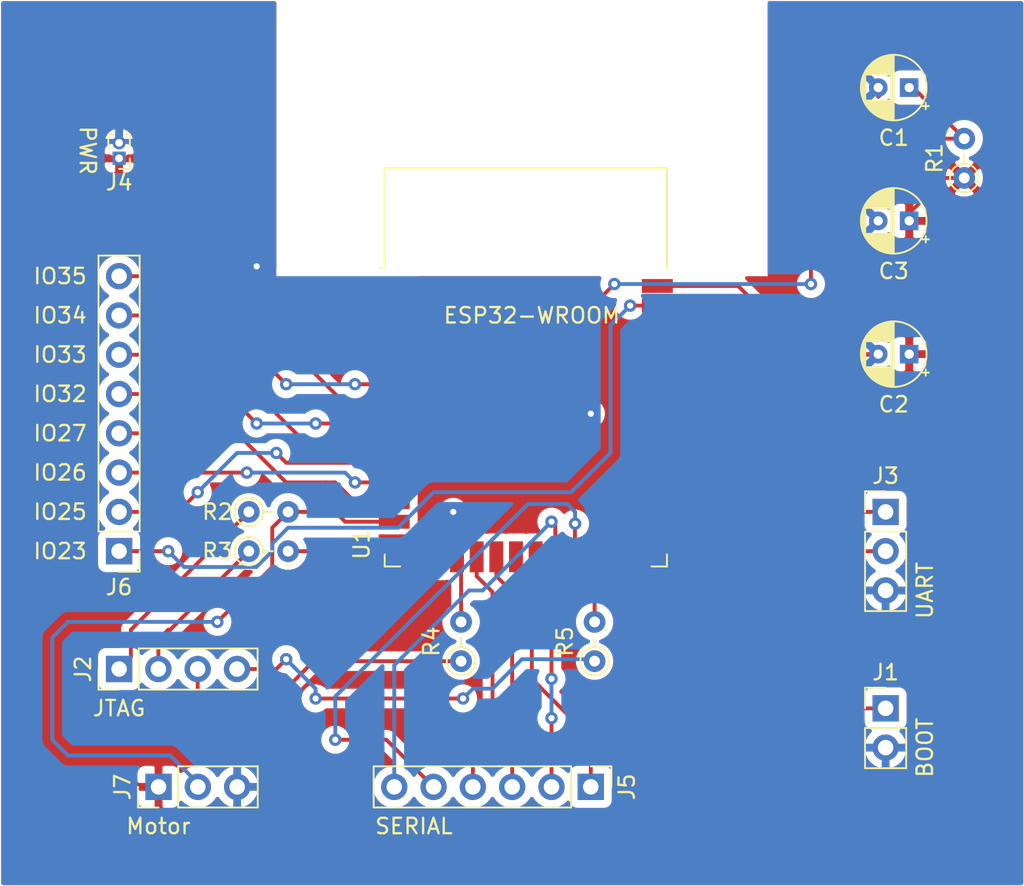
<source format=kicad_pcb>
(kicad_pcb (version 20171130) (host pcbnew "(5.1.10)-1")

  (general
    (thickness 1.6)
    (drawings 19)
    (tracks 180)
    (zones 0)
    (modules 16)
    (nets 29)
  )

  (page A4)
  (layers
    (0 F.Cu signal)
    (31 B.Cu signal)
    (32 B.Adhes user)
    (33 F.Adhes user)
    (34 B.Paste user)
    (35 F.Paste user)
    (36 B.SilkS user)
    (37 F.SilkS user)
    (38 B.Mask user)
    (39 F.Mask user)
    (40 Dwgs.User user)
    (41 Cmts.User user)
    (42 Eco1.User user)
    (43 Eco2.User user)
    (44 Edge.Cuts user)
    (45 Margin user)
    (46 B.CrtYd user)
    (47 F.CrtYd user)
    (48 B.Fab user)
    (49 F.Fab user)
  )

  (setup
    (last_trace_width 0.25)
    (trace_clearance 0.2)
    (zone_clearance 0.508)
    (zone_45_only no)
    (trace_min 0.2)
    (via_size 0.8)
    (via_drill 0.4)
    (via_min_size 0.4)
    (via_min_drill 0.3)
    (uvia_size 0.3)
    (uvia_drill 0.1)
    (uvias_allowed no)
    (uvia_min_size 0.2)
    (uvia_min_drill 0.1)
    (edge_width 0.05)
    (segment_width 0.2)
    (pcb_text_width 0.3)
    (pcb_text_size 1.5 1.5)
    (mod_edge_width 0.12)
    (mod_text_size 1 1)
    (mod_text_width 0.15)
    (pad_size 1.524 1.524)
    (pad_drill 0.762)
    (pad_to_mask_clearance 0)
    (aux_axis_origin 0 0)
    (visible_elements 7FFFFFFF)
    (pcbplotparams
      (layerselection 0x010fc_ffffffff)
      (usegerberextensions false)
      (usegerberattributes true)
      (usegerberadvancedattributes true)
      (creategerberjobfile true)
      (excludeedgelayer true)
      (linewidth 0.100000)
      (plotframeref false)
      (viasonmask false)
      (mode 1)
      (useauxorigin false)
      (hpglpennumber 1)
      (hpglpenspeed 20)
      (hpglpendiameter 15.000000)
      (psnegative false)
      (psa4output false)
      (plotreference true)
      (plotvalue true)
      (plotinvisibletext false)
      (padsonsilk false)
      (subtractmaskfromsilk false)
      (outputformat 1)
      (mirror false)
      (drillshape 1)
      (scaleselection 1)
      (outputdirectory ""))
  )

  (net 0 "")
  (net 1 GND)
  (net 2 "Net-(C1-Pad1)")
  (net 3 /VDD33)
  (net 4 /Boot_Option)
  (net 5 "Net-(J2-Pad1)")
  (net 6 "Net-(J2-Pad2)")
  (net 7 "Net-(J2-Pad3)")
  (net 8 "Net-(J2-Pad4)")
  (net 9 /TXD)
  (net 10 /RXD)
  (net 11 /SCS)
  (net 12 /SCK)
  (net 13 /SWP)
  (net 14 /SHD)
  (net 15 /SDI)
  (net 16 /SDO)
  (net 17 /IO23)
  (net 18 /IO25)
  (net 19 /IO26)
  (net 20 /IO27)
  (net 21 /IO32)
  (net 22 /IO33)
  (net 23 /IO34)
  (net 24 /IO35)
  (net 25 /MTMS)
  (net 26 /MTDI)
  (net 27 /MTCK)
  (net 28 /MTDO)

  (net_class Default "This is the default net class."
    (clearance 0.2)
    (trace_width 0.25)
    (via_dia 0.8)
    (via_drill 0.4)
    (uvia_dia 0.3)
    (uvia_drill 0.1)
    (add_net /Boot_Option)
    (add_net /IO23)
    (add_net /IO25)
    (add_net /IO26)
    (add_net /IO27)
    (add_net /IO32)
    (add_net /IO33)
    (add_net /IO34)
    (add_net /IO35)
    (add_net /MTCK)
    (add_net /MTDI)
    (add_net /MTDO)
    (add_net /MTMS)
    (add_net /RXD)
    (add_net /SCK)
    (add_net /SCS)
    (add_net /SDI)
    (add_net /SDO)
    (add_net /SHD)
    (add_net /SWP)
    (add_net /TXD)
    (add_net /VDD33)
    (add_net GND)
    (add_net "Net-(C1-Pad1)")
    (add_net "Net-(J2-Pad1)")
    (add_net "Net-(J2-Pad2)")
    (add_net "Net-(J2-Pad3)")
    (add_net "Net-(J2-Pad4)")
  )

  (module Connector_PinHeader_1.00mm:PinHeader_1x02_P1.00mm_Vertical (layer F.Cu) (tedit 59FED738) (tstamp 620B69F4)
    (at 85.09 88.9 180)
    (descr "Through hole straight pin header, 1x02, 1.00mm pitch, single row")
    (tags "Through hole pin header THT 1x02 1.00mm single row")
    (path /620B0A16)
    (fp_text reference J4 (at 0 -1.56) (layer F.SilkS)
      (effects (font (size 1 1) (thickness 0.15)))
    )
    (fp_text value Conn_01x02 (at 0 2.56) (layer F.Fab)
      (effects (font (size 1 1) (thickness 0.15)))
    )
    (fp_line (start 1.15 -1) (end -1.15 -1) (layer F.CrtYd) (width 0.05))
    (fp_line (start 1.15 2) (end 1.15 -1) (layer F.CrtYd) (width 0.05))
    (fp_line (start -1.15 2) (end 1.15 2) (layer F.CrtYd) (width 0.05))
    (fp_line (start -1.15 -1) (end -1.15 2) (layer F.CrtYd) (width 0.05))
    (fp_line (start -0.695 -0.685) (end 0 -0.685) (layer F.SilkS) (width 0.12))
    (fp_line (start -0.695 0) (end -0.695 -0.685) (layer F.SilkS) (width 0.12))
    (fp_line (start 0.608276 0.685) (end 0.695 0.685) (layer F.SilkS) (width 0.12))
    (fp_line (start -0.695 0.685) (end -0.608276 0.685) (layer F.SilkS) (width 0.12))
    (fp_line (start 0.695 0.685) (end 0.695 1.56) (layer F.SilkS) (width 0.12))
    (fp_line (start -0.695 0.685) (end -0.695 1.56) (layer F.SilkS) (width 0.12))
    (fp_line (start 0.394493 1.56) (end 0.695 1.56) (layer F.SilkS) (width 0.12))
    (fp_line (start -0.695 1.56) (end -0.394493 1.56) (layer F.SilkS) (width 0.12))
    (fp_line (start -0.635 -0.1825) (end -0.3175 -0.5) (layer F.Fab) (width 0.1))
    (fp_line (start -0.635 1.5) (end -0.635 -0.1825) (layer F.Fab) (width 0.1))
    (fp_line (start 0.635 1.5) (end -0.635 1.5) (layer F.Fab) (width 0.1))
    (fp_line (start 0.635 -0.5) (end 0.635 1.5) (layer F.Fab) (width 0.1))
    (fp_line (start -0.3175 -0.5) (end 0.635 -0.5) (layer F.Fab) (width 0.1))
    (fp_text user %R (at 0 0.5 90) (layer F.Fab)
      (effects (font (size 0.76 0.76) (thickness 0.114)))
    )
    (pad 2 thru_hole oval (at 0 1 180) (size 0.85 0.85) (drill 0.5) (layers *.Cu *.Mask)
      (net 1 GND))
    (pad 1 thru_hole rect (at 0 0 180) (size 0.85 0.85) (drill 0.5) (layers *.Cu *.Mask)
      (net 3 /VDD33))
    (model ${KISYS3DMOD}/Connector_PinHeader_1.00mm.3dshapes/PinHeader_1x02_P1.00mm_Vertical.wrl
      (at (xyz 0 0 0))
      (scale (xyz 1 1 1))
      (rotate (xyz 0 0 0))
    )
  )

  (module Connector_PinHeader_2.54mm:PinHeader_1x03_P2.54mm_Vertical (layer F.Cu) (tedit 59FED5CC) (tstamp 6211A755)
    (at 87.64 129.54 90)
    (descr "Through hole straight pin header, 1x03, 2.54mm pitch, single row")
    (tags "Through hole pin header THT 1x03 2.54mm single row")
    (path /6211C164)
    (fp_text reference J7 (at 0 -2.33 90) (layer F.SilkS)
      (effects (font (size 1 1) (thickness 0.15)))
    )
    (fp_text value Conn_01x03 (at 0 7.41 90) (layer F.Fab)
      (effects (font (size 1 1) (thickness 0.15)))
    )
    (fp_line (start 1.8 -1.8) (end -1.8 -1.8) (layer F.CrtYd) (width 0.05))
    (fp_line (start 1.8 6.85) (end 1.8 -1.8) (layer F.CrtYd) (width 0.05))
    (fp_line (start -1.8 6.85) (end 1.8 6.85) (layer F.CrtYd) (width 0.05))
    (fp_line (start -1.8 -1.8) (end -1.8 6.85) (layer F.CrtYd) (width 0.05))
    (fp_line (start -1.33 -1.33) (end 0 -1.33) (layer F.SilkS) (width 0.12))
    (fp_line (start -1.33 0) (end -1.33 -1.33) (layer F.SilkS) (width 0.12))
    (fp_line (start -1.33 1.27) (end 1.33 1.27) (layer F.SilkS) (width 0.12))
    (fp_line (start 1.33 1.27) (end 1.33 6.41) (layer F.SilkS) (width 0.12))
    (fp_line (start -1.33 1.27) (end -1.33 6.41) (layer F.SilkS) (width 0.12))
    (fp_line (start -1.33 6.41) (end 1.33 6.41) (layer F.SilkS) (width 0.12))
    (fp_line (start -1.27 -0.635) (end -0.635 -1.27) (layer F.Fab) (width 0.1))
    (fp_line (start -1.27 6.35) (end -1.27 -0.635) (layer F.Fab) (width 0.1))
    (fp_line (start 1.27 6.35) (end -1.27 6.35) (layer F.Fab) (width 0.1))
    (fp_line (start 1.27 -1.27) (end 1.27 6.35) (layer F.Fab) (width 0.1))
    (fp_line (start -0.635 -1.27) (end 1.27 -1.27) (layer F.Fab) (width 0.1))
    (fp_text user %R (at 0 2.54) (layer F.Fab)
      (effects (font (size 1 1) (thickness 0.15)))
    )
    (pad 3 thru_hole oval (at 0 5.08 90) (size 1.7 1.7) (drill 1) (layers *.Cu *.Mask)
      (net 1 GND))
    (pad 2 thru_hole oval (at 0 2.54 90) (size 1.7 1.7) (drill 1) (layers *.Cu *.Mask)
      (net 25 /MTMS))
    (pad 1 thru_hole rect (at 0 0 90) (size 1.7 1.7) (drill 1) (layers *.Cu *.Mask)
      (net 3 /VDD33))
    (model ${KISYS3DMOD}/Connector_PinHeader_2.54mm.3dshapes/PinHeader_1x03_P2.54mm_Vertical.wrl
      (at (xyz 0 0 0))
      (scale (xyz 1 1 1))
      (rotate (xyz 0 0 0))
    )
  )

  (module Resistor_THT:R_Axial_DIN0204_L3.6mm_D1.6mm_P2.54mm_Vertical (layer F.Cu) (tedit 5AE5139B) (tstamp 620B6A72)
    (at 115.815 121.412 90)
    (descr "Resistor, Axial_DIN0204 series, Axial, Vertical, pin pitch=2.54mm, 0.167W, length*diameter=3.6*1.6mm^2, http://cdn-reichelt.de/documents/datenblatt/B400/1_4W%23YAG.pdf")
    (tags "Resistor Axial_DIN0204 series Axial Vertical pin pitch 2.54mm 0.167W length 3.6mm diameter 1.6mm")
    (path /620A0BC0)
    (fp_text reference R5 (at 1.27 -1.92 90) (layer F.SilkS)
      (effects (font (size 1 1) (thickness 0.15)))
    )
    (fp_text value 100 (at 1.27 1.92 90) (layer F.Fab)
      (effects (font (size 1 1) (thickness 0.15)))
    )
    (fp_circle (center 0 0) (end 0.8 0) (layer F.Fab) (width 0.1))
    (fp_circle (center 0 0) (end 0.92 0) (layer F.SilkS) (width 0.12))
    (fp_line (start 0 0) (end 2.54 0) (layer F.Fab) (width 0.1))
    (fp_line (start 0.92 0) (end 1.54 0) (layer F.SilkS) (width 0.12))
    (fp_line (start -1.05 -1.05) (end -1.05 1.05) (layer F.CrtYd) (width 0.05))
    (fp_line (start -1.05 1.05) (end 3.49 1.05) (layer F.CrtYd) (width 0.05))
    (fp_line (start 3.49 1.05) (end 3.49 -1.05) (layer F.CrtYd) (width 0.05))
    (fp_line (start 3.49 -1.05) (end -1.05 -1.05) (layer F.CrtYd) (width 0.05))
    (fp_text user %R (at 1.27 -1.92 90) (layer F.Fab)
      (effects (font (size 1 1) (thickness 0.15)))
    )
    (pad 2 thru_hole oval (at 2.54 0 90) (size 1.4 1.4) (drill 0.7) (layers *.Cu *.Mask)
      (net 28 /MTDO))
    (pad 1 thru_hole circle (at 0 0 90) (size 1.4 1.4) (drill 0.7) (layers *.Cu *.Mask)
      (net 8 "Net-(J2-Pad4)"))
    (model ${KISYS3DMOD}/Resistor_THT.3dshapes/R_Axial_DIN0204_L3.6mm_D1.6mm_P2.54mm_Vertical.wrl
      (at (xyz 0 0 0))
      (scale (xyz 1 1 1))
      (rotate (xyz 0 0 0))
    )
  )

  (module Resistor_THT:R_Axial_DIN0204_L3.6mm_D1.6mm_P2.54mm_Vertical (layer F.Cu) (tedit 5AE5139B) (tstamp 620B6AF0)
    (at 107.188 121.412 90)
    (descr "Resistor, Axial_DIN0204 series, Axial, Vertical, pin pitch=2.54mm, 0.167W, length*diameter=3.6*1.6mm^2, http://cdn-reichelt.de/documents/datenblatt/B400/1_4W%23YAG.pdf")
    (tags "Resistor Axial_DIN0204 series Axial Vertical pin pitch 2.54mm 0.167W length 3.6mm diameter 1.6mm")
    (path /620A09BA)
    (fp_text reference R4 (at 1.27 -1.92 90) (layer F.SilkS)
      (effects (font (size 1 1) (thickness 0.15)))
    )
    (fp_text value 100 (at 1.27 1.92 90) (layer F.Fab)
      (effects (font (size 1 1) (thickness 0.15)))
    )
    (fp_circle (center 0 0) (end 0.8 0) (layer F.Fab) (width 0.1))
    (fp_circle (center 0 0) (end 0.92 0) (layer F.SilkS) (width 0.12))
    (fp_line (start 0 0) (end 2.54 0) (layer F.Fab) (width 0.1))
    (fp_line (start 0.92 0) (end 1.54 0) (layer F.SilkS) (width 0.12))
    (fp_line (start -1.05 -1.05) (end -1.05 1.05) (layer F.CrtYd) (width 0.05))
    (fp_line (start -1.05 1.05) (end 3.49 1.05) (layer F.CrtYd) (width 0.05))
    (fp_line (start 3.49 1.05) (end 3.49 -1.05) (layer F.CrtYd) (width 0.05))
    (fp_line (start 3.49 -1.05) (end -1.05 -1.05) (layer F.CrtYd) (width 0.05))
    (fp_text user %R (at 1.27 -1.92 90) (layer F.Fab)
      (effects (font (size 1 1) (thickness 0.15)))
    )
    (pad 2 thru_hole oval (at 2.54 0 90) (size 1.4 1.4) (drill 0.7) (layers *.Cu *.Mask)
      (net 27 /MTCK))
    (pad 1 thru_hole circle (at 0 0 90) (size 1.4 1.4) (drill 0.7) (layers *.Cu *.Mask)
      (net 7 "Net-(J2-Pad3)"))
    (model ${KISYS3DMOD}/Resistor_THT.3dshapes/R_Axial_DIN0204_L3.6mm_D1.6mm_P2.54mm_Vertical.wrl
      (at (xyz 0 0 0))
      (scale (xyz 1 1 1))
      (rotate (xyz 0 0 0))
    )
  )

  (module Resistor_THT:R_Axial_DIN0204_L3.6mm_D1.6mm_P2.54mm_Vertical (layer F.Cu) (tedit 5AE5139B) (tstamp 620B6AB1)
    (at 93.472 114.3)
    (descr "Resistor, Axial_DIN0204 series, Axial, Vertical, pin pitch=2.54mm, 0.167W, length*diameter=3.6*1.6mm^2, http://cdn-reichelt.de/documents/datenblatt/B400/1_4W%23YAG.pdf")
    (tags "Resistor Axial_DIN0204 series Axial Vertical pin pitch 2.54mm 0.167W length 3.6mm diameter 1.6mm")
    (path /6209FB1B)
    (fp_text reference R3 (at -2.032 0) (layer F.SilkS)
      (effects (font (size 1 1) (thickness 0.15)))
    )
    (fp_text value 100 (at 1.27 1.92) (layer F.Fab)
      (effects (font (size 1 1) (thickness 0.15)))
    )
    (fp_circle (center 0 0) (end 0.8 0) (layer F.Fab) (width 0.1))
    (fp_circle (center 0 0) (end 0.92 0) (layer F.SilkS) (width 0.12))
    (fp_line (start 0 0) (end 2.54 0) (layer F.Fab) (width 0.1))
    (fp_line (start 0.92 0) (end 1.54 0) (layer F.SilkS) (width 0.12))
    (fp_line (start -1.05 -1.05) (end -1.05 1.05) (layer F.CrtYd) (width 0.05))
    (fp_line (start -1.05 1.05) (end 3.49 1.05) (layer F.CrtYd) (width 0.05))
    (fp_line (start 3.49 1.05) (end 3.49 -1.05) (layer F.CrtYd) (width 0.05))
    (fp_line (start 3.49 -1.05) (end -1.05 -1.05) (layer F.CrtYd) (width 0.05))
    (fp_text user %R (at 1.27 -1.92) (layer F.Fab)
      (effects (font (size 1 1) (thickness 0.15)))
    )
    (pad 2 thru_hole oval (at 2.54 0) (size 1.4 1.4) (drill 0.7) (layers *.Cu *.Mask)
      (net 26 /MTDI))
    (pad 1 thru_hole circle (at 0 0) (size 1.4 1.4) (drill 0.7) (layers *.Cu *.Mask)
      (net 6 "Net-(J2-Pad2)"))
    (model ${KISYS3DMOD}/Resistor_THT.3dshapes/R_Axial_DIN0204_L3.6mm_D1.6mm_P2.54mm_Vertical.wrl
      (at (xyz 0 0 0))
      (scale (xyz 1 1 1))
      (rotate (xyz 0 0 0))
    )
  )

  (module Resistor_THT:R_Axial_DIN0204_L3.6mm_D1.6mm_P2.54mm_Vertical (layer F.Cu) (tedit 5AE5139B) (tstamp 620B69B5)
    (at 93.472 111.76)
    (descr "Resistor, Axial_DIN0204 series, Axial, Vertical, pin pitch=2.54mm, 0.167W, length*diameter=3.6*1.6mm^2, http://cdn-reichelt.de/documents/datenblatt/B400/1_4W%23YAG.pdf")
    (tags "Resistor Axial_DIN0204 series Axial Vertical pin pitch 2.54mm 0.167W length 3.6mm diameter 1.6mm")
    (path /6209F2AC)
    (fp_text reference R2 (at -2.032 0) (layer F.SilkS)
      (effects (font (size 1 1) (thickness 0.15)))
    )
    (fp_text value 100 (at 1.27 1.92) (layer F.Fab)
      (effects (font (size 1 1) (thickness 0.15)))
    )
    (fp_circle (center 0 0) (end 0.8 0) (layer F.Fab) (width 0.1))
    (fp_circle (center 0 0) (end 0.92 0) (layer F.SilkS) (width 0.12))
    (fp_line (start 0 0) (end 2.54 0) (layer F.Fab) (width 0.1))
    (fp_line (start 0.92 0) (end 1.54 0) (layer F.SilkS) (width 0.12))
    (fp_line (start -1.05 -1.05) (end -1.05 1.05) (layer F.CrtYd) (width 0.05))
    (fp_line (start -1.05 1.05) (end 3.49 1.05) (layer F.CrtYd) (width 0.05))
    (fp_line (start 3.49 1.05) (end 3.49 -1.05) (layer F.CrtYd) (width 0.05))
    (fp_line (start 3.49 -1.05) (end -1.05 -1.05) (layer F.CrtYd) (width 0.05))
    (fp_text user %R (at 1.27 -1.92) (layer F.Fab)
      (effects (font (size 1 1) (thickness 0.15)))
    )
    (pad 2 thru_hole oval (at 2.54 0) (size 1.4 1.4) (drill 0.7) (layers *.Cu *.Mask)
      (net 25 /MTMS))
    (pad 1 thru_hole circle (at 0 0) (size 1.4 1.4) (drill 0.7) (layers *.Cu *.Mask)
      (net 5 "Net-(J2-Pad1)"))
    (model ${KISYS3DMOD}/Resistor_THT.3dshapes/R_Axial_DIN0204_L3.6mm_D1.6mm_P2.54mm_Vertical.wrl
      (at (xyz 0 0 0))
      (scale (xyz 1 1 1))
      (rotate (xyz 0 0 0))
    )
  )

  (module Resistor_THT:R_Axial_DIN0204_L3.6mm_D1.6mm_P2.54mm_Vertical (layer F.Cu) (tedit 5AE5139B) (tstamp 620B6C04)
    (at 139.7 90.17 90)
    (descr "Resistor, Axial_DIN0204 series, Axial, Vertical, pin pitch=2.54mm, 0.167W, length*diameter=3.6*1.6mm^2, http://cdn-reichelt.de/documents/datenblatt/B400/1_4W%23YAG.pdf")
    (tags "Resistor Axial_DIN0204 series Axial Vertical pin pitch 2.54mm 0.167W length 3.6mm diameter 1.6mm")
    (path /6208E6BA)
    (fp_text reference R1 (at 1.27 -1.92 90) (layer F.SilkS)
      (effects (font (size 1 1) (thickness 0.15)))
    )
    (fp_text value 10K (at 1.27 1.92 90) (layer F.Fab)
      (effects (font (size 1 1) (thickness 0.15)))
    )
    (fp_circle (center 0 0) (end 0.8 0) (layer F.Fab) (width 0.1))
    (fp_circle (center 0 0) (end 0.92 0) (layer F.SilkS) (width 0.12))
    (fp_line (start 0 0) (end 2.54 0) (layer F.Fab) (width 0.1))
    (fp_line (start 0.92 0) (end 1.54 0) (layer F.SilkS) (width 0.12))
    (fp_line (start -1.05 -1.05) (end -1.05 1.05) (layer F.CrtYd) (width 0.05))
    (fp_line (start -1.05 1.05) (end 3.49 1.05) (layer F.CrtYd) (width 0.05))
    (fp_line (start 3.49 1.05) (end 3.49 -1.05) (layer F.CrtYd) (width 0.05))
    (fp_line (start 3.49 -1.05) (end -1.05 -1.05) (layer F.CrtYd) (width 0.05))
    (fp_text user %R (at 1.27 -1.92 90) (layer F.Fab)
      (effects (font (size 1 1) (thickness 0.15)))
    )
    (pad 2 thru_hole oval (at 2.54 0 90) (size 1.4 1.4) (drill 0.7) (layers *.Cu *.Mask)
      (net 2 "Net-(C1-Pad1)"))
    (pad 1 thru_hole circle (at 0 0 90) (size 1.4 1.4) (drill 0.7) (layers *.Cu *.Mask)
      (net 3 /VDD33))
    (model ${KISYS3DMOD}/Resistor_THT.3dshapes/R_Axial_DIN0204_L3.6mm_D1.6mm_P2.54mm_Vertical.wrl
      (at (xyz 0 0 0))
      (scale (xyz 1 1 1))
      (rotate (xyz 0 0 0))
    )
  )

  (module Capacitor_THT:CP_Radial_D4.0mm_P2.00mm (layer F.Cu) (tedit 5AE50EF0) (tstamp 620B6C43)
    (at 136.144 92.944666 180)
    (descr "CP, Radial series, Radial, pin pitch=2.00mm, , diameter=4mm, Electrolytic Capacitor")
    (tags "CP Radial series Radial pin pitch 2.00mm  diameter 4mm Electrolytic Capacitor")
    (path /6208DCCB)
    (fp_text reference C3 (at 1 -3.25) (layer F.SilkS)
      (effects (font (size 1 1) (thickness 0.15)))
    )
    (fp_text value 0.1uF (at 1 3.25) (layer F.Fab)
      (effects (font (size 1 1) (thickness 0.15)))
    )
    (fp_circle (center 1 0) (end 3 0) (layer F.Fab) (width 0.1))
    (fp_circle (center 1 0) (end 3.12 0) (layer F.SilkS) (width 0.12))
    (fp_circle (center 1 0) (end 3.25 0) (layer F.CrtYd) (width 0.05))
    (fp_line (start -0.702554 -0.8675) (end -0.302554 -0.8675) (layer F.Fab) (width 0.1))
    (fp_line (start -0.502554 -1.0675) (end -0.502554 -0.6675) (layer F.Fab) (width 0.1))
    (fp_line (start 1 -2.08) (end 1 2.08) (layer F.SilkS) (width 0.12))
    (fp_line (start 1.04 -2.08) (end 1.04 2.08) (layer F.SilkS) (width 0.12))
    (fp_line (start 1.08 -2.079) (end 1.08 2.079) (layer F.SilkS) (width 0.12))
    (fp_line (start 1.12 -2.077) (end 1.12 2.077) (layer F.SilkS) (width 0.12))
    (fp_line (start 1.16 -2.074) (end 1.16 2.074) (layer F.SilkS) (width 0.12))
    (fp_line (start 1.2 -2.071) (end 1.2 -0.84) (layer F.SilkS) (width 0.12))
    (fp_line (start 1.2 0.84) (end 1.2 2.071) (layer F.SilkS) (width 0.12))
    (fp_line (start 1.24 -2.067) (end 1.24 -0.84) (layer F.SilkS) (width 0.12))
    (fp_line (start 1.24 0.84) (end 1.24 2.067) (layer F.SilkS) (width 0.12))
    (fp_line (start 1.28 -2.062) (end 1.28 -0.84) (layer F.SilkS) (width 0.12))
    (fp_line (start 1.28 0.84) (end 1.28 2.062) (layer F.SilkS) (width 0.12))
    (fp_line (start 1.32 -2.056) (end 1.32 -0.84) (layer F.SilkS) (width 0.12))
    (fp_line (start 1.32 0.84) (end 1.32 2.056) (layer F.SilkS) (width 0.12))
    (fp_line (start 1.36 -2.05) (end 1.36 -0.84) (layer F.SilkS) (width 0.12))
    (fp_line (start 1.36 0.84) (end 1.36 2.05) (layer F.SilkS) (width 0.12))
    (fp_line (start 1.4 -2.042) (end 1.4 -0.84) (layer F.SilkS) (width 0.12))
    (fp_line (start 1.4 0.84) (end 1.4 2.042) (layer F.SilkS) (width 0.12))
    (fp_line (start 1.44 -2.034) (end 1.44 -0.84) (layer F.SilkS) (width 0.12))
    (fp_line (start 1.44 0.84) (end 1.44 2.034) (layer F.SilkS) (width 0.12))
    (fp_line (start 1.48 -2.025) (end 1.48 -0.84) (layer F.SilkS) (width 0.12))
    (fp_line (start 1.48 0.84) (end 1.48 2.025) (layer F.SilkS) (width 0.12))
    (fp_line (start 1.52 -2.016) (end 1.52 -0.84) (layer F.SilkS) (width 0.12))
    (fp_line (start 1.52 0.84) (end 1.52 2.016) (layer F.SilkS) (width 0.12))
    (fp_line (start 1.56 -2.005) (end 1.56 -0.84) (layer F.SilkS) (width 0.12))
    (fp_line (start 1.56 0.84) (end 1.56 2.005) (layer F.SilkS) (width 0.12))
    (fp_line (start 1.6 -1.994) (end 1.6 -0.84) (layer F.SilkS) (width 0.12))
    (fp_line (start 1.6 0.84) (end 1.6 1.994) (layer F.SilkS) (width 0.12))
    (fp_line (start 1.64 -1.982) (end 1.64 -0.84) (layer F.SilkS) (width 0.12))
    (fp_line (start 1.64 0.84) (end 1.64 1.982) (layer F.SilkS) (width 0.12))
    (fp_line (start 1.68 -1.968) (end 1.68 -0.84) (layer F.SilkS) (width 0.12))
    (fp_line (start 1.68 0.84) (end 1.68 1.968) (layer F.SilkS) (width 0.12))
    (fp_line (start 1.721 -1.954) (end 1.721 -0.84) (layer F.SilkS) (width 0.12))
    (fp_line (start 1.721 0.84) (end 1.721 1.954) (layer F.SilkS) (width 0.12))
    (fp_line (start 1.761 -1.94) (end 1.761 -0.84) (layer F.SilkS) (width 0.12))
    (fp_line (start 1.761 0.84) (end 1.761 1.94) (layer F.SilkS) (width 0.12))
    (fp_line (start 1.801 -1.924) (end 1.801 -0.84) (layer F.SilkS) (width 0.12))
    (fp_line (start 1.801 0.84) (end 1.801 1.924) (layer F.SilkS) (width 0.12))
    (fp_line (start 1.841 -1.907) (end 1.841 -0.84) (layer F.SilkS) (width 0.12))
    (fp_line (start 1.841 0.84) (end 1.841 1.907) (layer F.SilkS) (width 0.12))
    (fp_line (start 1.881 -1.889) (end 1.881 -0.84) (layer F.SilkS) (width 0.12))
    (fp_line (start 1.881 0.84) (end 1.881 1.889) (layer F.SilkS) (width 0.12))
    (fp_line (start 1.921 -1.87) (end 1.921 -0.84) (layer F.SilkS) (width 0.12))
    (fp_line (start 1.921 0.84) (end 1.921 1.87) (layer F.SilkS) (width 0.12))
    (fp_line (start 1.961 -1.851) (end 1.961 -0.84) (layer F.SilkS) (width 0.12))
    (fp_line (start 1.961 0.84) (end 1.961 1.851) (layer F.SilkS) (width 0.12))
    (fp_line (start 2.001 -1.83) (end 2.001 -0.84) (layer F.SilkS) (width 0.12))
    (fp_line (start 2.001 0.84) (end 2.001 1.83) (layer F.SilkS) (width 0.12))
    (fp_line (start 2.041 -1.808) (end 2.041 -0.84) (layer F.SilkS) (width 0.12))
    (fp_line (start 2.041 0.84) (end 2.041 1.808) (layer F.SilkS) (width 0.12))
    (fp_line (start 2.081 -1.785) (end 2.081 -0.84) (layer F.SilkS) (width 0.12))
    (fp_line (start 2.081 0.84) (end 2.081 1.785) (layer F.SilkS) (width 0.12))
    (fp_line (start 2.121 -1.76) (end 2.121 -0.84) (layer F.SilkS) (width 0.12))
    (fp_line (start 2.121 0.84) (end 2.121 1.76) (layer F.SilkS) (width 0.12))
    (fp_line (start 2.161 -1.735) (end 2.161 -0.84) (layer F.SilkS) (width 0.12))
    (fp_line (start 2.161 0.84) (end 2.161 1.735) (layer F.SilkS) (width 0.12))
    (fp_line (start 2.201 -1.708) (end 2.201 -0.84) (layer F.SilkS) (width 0.12))
    (fp_line (start 2.201 0.84) (end 2.201 1.708) (layer F.SilkS) (width 0.12))
    (fp_line (start 2.241 -1.68) (end 2.241 -0.84) (layer F.SilkS) (width 0.12))
    (fp_line (start 2.241 0.84) (end 2.241 1.68) (layer F.SilkS) (width 0.12))
    (fp_line (start 2.281 -1.65) (end 2.281 -0.84) (layer F.SilkS) (width 0.12))
    (fp_line (start 2.281 0.84) (end 2.281 1.65) (layer F.SilkS) (width 0.12))
    (fp_line (start 2.321 -1.619) (end 2.321 -0.84) (layer F.SilkS) (width 0.12))
    (fp_line (start 2.321 0.84) (end 2.321 1.619) (layer F.SilkS) (width 0.12))
    (fp_line (start 2.361 -1.587) (end 2.361 -0.84) (layer F.SilkS) (width 0.12))
    (fp_line (start 2.361 0.84) (end 2.361 1.587) (layer F.SilkS) (width 0.12))
    (fp_line (start 2.401 -1.552) (end 2.401 -0.84) (layer F.SilkS) (width 0.12))
    (fp_line (start 2.401 0.84) (end 2.401 1.552) (layer F.SilkS) (width 0.12))
    (fp_line (start 2.441 -1.516) (end 2.441 -0.84) (layer F.SilkS) (width 0.12))
    (fp_line (start 2.441 0.84) (end 2.441 1.516) (layer F.SilkS) (width 0.12))
    (fp_line (start 2.481 -1.478) (end 2.481 -0.84) (layer F.SilkS) (width 0.12))
    (fp_line (start 2.481 0.84) (end 2.481 1.478) (layer F.SilkS) (width 0.12))
    (fp_line (start 2.521 -1.438) (end 2.521 -0.84) (layer F.SilkS) (width 0.12))
    (fp_line (start 2.521 0.84) (end 2.521 1.438) (layer F.SilkS) (width 0.12))
    (fp_line (start 2.561 -1.396) (end 2.561 -0.84) (layer F.SilkS) (width 0.12))
    (fp_line (start 2.561 0.84) (end 2.561 1.396) (layer F.SilkS) (width 0.12))
    (fp_line (start 2.601 -1.351) (end 2.601 -0.84) (layer F.SilkS) (width 0.12))
    (fp_line (start 2.601 0.84) (end 2.601 1.351) (layer F.SilkS) (width 0.12))
    (fp_line (start 2.641 -1.304) (end 2.641 -0.84) (layer F.SilkS) (width 0.12))
    (fp_line (start 2.641 0.84) (end 2.641 1.304) (layer F.SilkS) (width 0.12))
    (fp_line (start 2.681 -1.254) (end 2.681 -0.84) (layer F.SilkS) (width 0.12))
    (fp_line (start 2.681 0.84) (end 2.681 1.254) (layer F.SilkS) (width 0.12))
    (fp_line (start 2.721 -1.2) (end 2.721 -0.84) (layer F.SilkS) (width 0.12))
    (fp_line (start 2.721 0.84) (end 2.721 1.2) (layer F.SilkS) (width 0.12))
    (fp_line (start 2.761 -1.142) (end 2.761 -0.84) (layer F.SilkS) (width 0.12))
    (fp_line (start 2.761 0.84) (end 2.761 1.142) (layer F.SilkS) (width 0.12))
    (fp_line (start 2.801 -1.08) (end 2.801 -0.84) (layer F.SilkS) (width 0.12))
    (fp_line (start 2.801 0.84) (end 2.801 1.08) (layer F.SilkS) (width 0.12))
    (fp_line (start 2.841 -1.013) (end 2.841 1.013) (layer F.SilkS) (width 0.12))
    (fp_line (start 2.881 -0.94) (end 2.881 0.94) (layer F.SilkS) (width 0.12))
    (fp_line (start 2.921 -0.859) (end 2.921 0.859) (layer F.SilkS) (width 0.12))
    (fp_line (start 2.961 -0.768) (end 2.961 0.768) (layer F.SilkS) (width 0.12))
    (fp_line (start 3.001 -0.664) (end 3.001 0.664) (layer F.SilkS) (width 0.12))
    (fp_line (start 3.041 -0.537) (end 3.041 0.537) (layer F.SilkS) (width 0.12))
    (fp_line (start 3.081 -0.37) (end 3.081 0.37) (layer F.SilkS) (width 0.12))
    (fp_line (start -1.269801 -1.195) (end -0.869801 -1.195) (layer F.SilkS) (width 0.12))
    (fp_line (start -1.069801 -1.395) (end -1.069801 -0.995) (layer F.SilkS) (width 0.12))
    (fp_text user %R (at 1 0) (layer F.Fab)
      (effects (font (size 0.8 0.8) (thickness 0.12)))
    )
    (pad 2 thru_hole circle (at 2 0 180) (size 1.2 1.2) (drill 0.6) (layers *.Cu *.Mask)
      (net 1 GND))
    (pad 1 thru_hole rect (at 0 0 180) (size 1.2 1.2) (drill 0.6) (layers *.Cu *.Mask)
      (net 3 /VDD33))
    (model ${KISYS3DMOD}/Capacitor_THT.3dshapes/CP_Radial_D4.0mm_P2.00mm.wrl
      (at (xyz 0 0 0))
      (scale (xyz 1 1 1))
      (rotate (xyz 0 0 0))
    )
  )

  (module Capacitor_THT:CP_Radial_D4.0mm_P2.00mm (layer F.Cu) (tedit 5AE50EF0) (tstamp 620B6A33)
    (at 136.144 101.561332 180)
    (descr "CP, Radial series, Radial, pin pitch=2.00mm, , diameter=4mm, Electrolytic Capacitor")
    (tags "CP Radial series Radial pin pitch 2.00mm  diameter 4mm Electrolytic Capacitor")
    (path /6208DCD1)
    (fp_text reference C2 (at 1 -3.25) (layer F.SilkS)
      (effects (font (size 1 1) (thickness 0.15)))
    )
    (fp_text value 10uF (at 1 3.25) (layer F.Fab)
      (effects (font (size 1 1) (thickness 0.15)))
    )
    (fp_circle (center 1 0) (end 3 0) (layer F.Fab) (width 0.1))
    (fp_circle (center 1 0) (end 3.12 0) (layer F.SilkS) (width 0.12))
    (fp_circle (center 1 0) (end 3.25 0) (layer F.CrtYd) (width 0.05))
    (fp_line (start -0.702554 -0.8675) (end -0.302554 -0.8675) (layer F.Fab) (width 0.1))
    (fp_line (start -0.502554 -1.0675) (end -0.502554 -0.6675) (layer F.Fab) (width 0.1))
    (fp_line (start 1 -2.08) (end 1 2.08) (layer F.SilkS) (width 0.12))
    (fp_line (start 1.04 -2.08) (end 1.04 2.08) (layer F.SilkS) (width 0.12))
    (fp_line (start 1.08 -2.079) (end 1.08 2.079) (layer F.SilkS) (width 0.12))
    (fp_line (start 1.12 -2.077) (end 1.12 2.077) (layer F.SilkS) (width 0.12))
    (fp_line (start 1.16 -2.074) (end 1.16 2.074) (layer F.SilkS) (width 0.12))
    (fp_line (start 1.2 -2.071) (end 1.2 -0.84) (layer F.SilkS) (width 0.12))
    (fp_line (start 1.2 0.84) (end 1.2 2.071) (layer F.SilkS) (width 0.12))
    (fp_line (start 1.24 -2.067) (end 1.24 -0.84) (layer F.SilkS) (width 0.12))
    (fp_line (start 1.24 0.84) (end 1.24 2.067) (layer F.SilkS) (width 0.12))
    (fp_line (start 1.28 -2.062) (end 1.28 -0.84) (layer F.SilkS) (width 0.12))
    (fp_line (start 1.28 0.84) (end 1.28 2.062) (layer F.SilkS) (width 0.12))
    (fp_line (start 1.32 -2.056) (end 1.32 -0.84) (layer F.SilkS) (width 0.12))
    (fp_line (start 1.32 0.84) (end 1.32 2.056) (layer F.SilkS) (width 0.12))
    (fp_line (start 1.36 -2.05) (end 1.36 -0.84) (layer F.SilkS) (width 0.12))
    (fp_line (start 1.36 0.84) (end 1.36 2.05) (layer F.SilkS) (width 0.12))
    (fp_line (start 1.4 -2.042) (end 1.4 -0.84) (layer F.SilkS) (width 0.12))
    (fp_line (start 1.4 0.84) (end 1.4 2.042) (layer F.SilkS) (width 0.12))
    (fp_line (start 1.44 -2.034) (end 1.44 -0.84) (layer F.SilkS) (width 0.12))
    (fp_line (start 1.44 0.84) (end 1.44 2.034) (layer F.SilkS) (width 0.12))
    (fp_line (start 1.48 -2.025) (end 1.48 -0.84) (layer F.SilkS) (width 0.12))
    (fp_line (start 1.48 0.84) (end 1.48 2.025) (layer F.SilkS) (width 0.12))
    (fp_line (start 1.52 -2.016) (end 1.52 -0.84) (layer F.SilkS) (width 0.12))
    (fp_line (start 1.52 0.84) (end 1.52 2.016) (layer F.SilkS) (width 0.12))
    (fp_line (start 1.56 -2.005) (end 1.56 -0.84) (layer F.SilkS) (width 0.12))
    (fp_line (start 1.56 0.84) (end 1.56 2.005) (layer F.SilkS) (width 0.12))
    (fp_line (start 1.6 -1.994) (end 1.6 -0.84) (layer F.SilkS) (width 0.12))
    (fp_line (start 1.6 0.84) (end 1.6 1.994) (layer F.SilkS) (width 0.12))
    (fp_line (start 1.64 -1.982) (end 1.64 -0.84) (layer F.SilkS) (width 0.12))
    (fp_line (start 1.64 0.84) (end 1.64 1.982) (layer F.SilkS) (width 0.12))
    (fp_line (start 1.68 -1.968) (end 1.68 -0.84) (layer F.SilkS) (width 0.12))
    (fp_line (start 1.68 0.84) (end 1.68 1.968) (layer F.SilkS) (width 0.12))
    (fp_line (start 1.721 -1.954) (end 1.721 -0.84) (layer F.SilkS) (width 0.12))
    (fp_line (start 1.721 0.84) (end 1.721 1.954) (layer F.SilkS) (width 0.12))
    (fp_line (start 1.761 -1.94) (end 1.761 -0.84) (layer F.SilkS) (width 0.12))
    (fp_line (start 1.761 0.84) (end 1.761 1.94) (layer F.SilkS) (width 0.12))
    (fp_line (start 1.801 -1.924) (end 1.801 -0.84) (layer F.SilkS) (width 0.12))
    (fp_line (start 1.801 0.84) (end 1.801 1.924) (layer F.SilkS) (width 0.12))
    (fp_line (start 1.841 -1.907) (end 1.841 -0.84) (layer F.SilkS) (width 0.12))
    (fp_line (start 1.841 0.84) (end 1.841 1.907) (layer F.SilkS) (width 0.12))
    (fp_line (start 1.881 -1.889) (end 1.881 -0.84) (layer F.SilkS) (width 0.12))
    (fp_line (start 1.881 0.84) (end 1.881 1.889) (layer F.SilkS) (width 0.12))
    (fp_line (start 1.921 -1.87) (end 1.921 -0.84) (layer F.SilkS) (width 0.12))
    (fp_line (start 1.921 0.84) (end 1.921 1.87) (layer F.SilkS) (width 0.12))
    (fp_line (start 1.961 -1.851) (end 1.961 -0.84) (layer F.SilkS) (width 0.12))
    (fp_line (start 1.961 0.84) (end 1.961 1.851) (layer F.SilkS) (width 0.12))
    (fp_line (start 2.001 -1.83) (end 2.001 -0.84) (layer F.SilkS) (width 0.12))
    (fp_line (start 2.001 0.84) (end 2.001 1.83) (layer F.SilkS) (width 0.12))
    (fp_line (start 2.041 -1.808) (end 2.041 -0.84) (layer F.SilkS) (width 0.12))
    (fp_line (start 2.041 0.84) (end 2.041 1.808) (layer F.SilkS) (width 0.12))
    (fp_line (start 2.081 -1.785) (end 2.081 -0.84) (layer F.SilkS) (width 0.12))
    (fp_line (start 2.081 0.84) (end 2.081 1.785) (layer F.SilkS) (width 0.12))
    (fp_line (start 2.121 -1.76) (end 2.121 -0.84) (layer F.SilkS) (width 0.12))
    (fp_line (start 2.121 0.84) (end 2.121 1.76) (layer F.SilkS) (width 0.12))
    (fp_line (start 2.161 -1.735) (end 2.161 -0.84) (layer F.SilkS) (width 0.12))
    (fp_line (start 2.161 0.84) (end 2.161 1.735) (layer F.SilkS) (width 0.12))
    (fp_line (start 2.201 -1.708) (end 2.201 -0.84) (layer F.SilkS) (width 0.12))
    (fp_line (start 2.201 0.84) (end 2.201 1.708) (layer F.SilkS) (width 0.12))
    (fp_line (start 2.241 -1.68) (end 2.241 -0.84) (layer F.SilkS) (width 0.12))
    (fp_line (start 2.241 0.84) (end 2.241 1.68) (layer F.SilkS) (width 0.12))
    (fp_line (start 2.281 -1.65) (end 2.281 -0.84) (layer F.SilkS) (width 0.12))
    (fp_line (start 2.281 0.84) (end 2.281 1.65) (layer F.SilkS) (width 0.12))
    (fp_line (start 2.321 -1.619) (end 2.321 -0.84) (layer F.SilkS) (width 0.12))
    (fp_line (start 2.321 0.84) (end 2.321 1.619) (layer F.SilkS) (width 0.12))
    (fp_line (start 2.361 -1.587) (end 2.361 -0.84) (layer F.SilkS) (width 0.12))
    (fp_line (start 2.361 0.84) (end 2.361 1.587) (layer F.SilkS) (width 0.12))
    (fp_line (start 2.401 -1.552) (end 2.401 -0.84) (layer F.SilkS) (width 0.12))
    (fp_line (start 2.401 0.84) (end 2.401 1.552) (layer F.SilkS) (width 0.12))
    (fp_line (start 2.441 -1.516) (end 2.441 -0.84) (layer F.SilkS) (width 0.12))
    (fp_line (start 2.441 0.84) (end 2.441 1.516) (layer F.SilkS) (width 0.12))
    (fp_line (start 2.481 -1.478) (end 2.481 -0.84) (layer F.SilkS) (width 0.12))
    (fp_line (start 2.481 0.84) (end 2.481 1.478) (layer F.SilkS) (width 0.12))
    (fp_line (start 2.521 -1.438) (end 2.521 -0.84) (layer F.SilkS) (width 0.12))
    (fp_line (start 2.521 0.84) (end 2.521 1.438) (layer F.SilkS) (width 0.12))
    (fp_line (start 2.561 -1.396) (end 2.561 -0.84) (layer F.SilkS) (width 0.12))
    (fp_line (start 2.561 0.84) (end 2.561 1.396) (layer F.SilkS) (width 0.12))
    (fp_line (start 2.601 -1.351) (end 2.601 -0.84) (layer F.SilkS) (width 0.12))
    (fp_line (start 2.601 0.84) (end 2.601 1.351) (layer F.SilkS) (width 0.12))
    (fp_line (start 2.641 -1.304) (end 2.641 -0.84) (layer F.SilkS) (width 0.12))
    (fp_line (start 2.641 0.84) (end 2.641 1.304) (layer F.SilkS) (width 0.12))
    (fp_line (start 2.681 -1.254) (end 2.681 -0.84) (layer F.SilkS) (width 0.12))
    (fp_line (start 2.681 0.84) (end 2.681 1.254) (layer F.SilkS) (width 0.12))
    (fp_line (start 2.721 -1.2) (end 2.721 -0.84) (layer F.SilkS) (width 0.12))
    (fp_line (start 2.721 0.84) (end 2.721 1.2) (layer F.SilkS) (width 0.12))
    (fp_line (start 2.761 -1.142) (end 2.761 -0.84) (layer F.SilkS) (width 0.12))
    (fp_line (start 2.761 0.84) (end 2.761 1.142) (layer F.SilkS) (width 0.12))
    (fp_line (start 2.801 -1.08) (end 2.801 -0.84) (layer F.SilkS) (width 0.12))
    (fp_line (start 2.801 0.84) (end 2.801 1.08) (layer F.SilkS) (width 0.12))
    (fp_line (start 2.841 -1.013) (end 2.841 1.013) (layer F.SilkS) (width 0.12))
    (fp_line (start 2.881 -0.94) (end 2.881 0.94) (layer F.SilkS) (width 0.12))
    (fp_line (start 2.921 -0.859) (end 2.921 0.859) (layer F.SilkS) (width 0.12))
    (fp_line (start 2.961 -0.768) (end 2.961 0.768) (layer F.SilkS) (width 0.12))
    (fp_line (start 3.001 -0.664) (end 3.001 0.664) (layer F.SilkS) (width 0.12))
    (fp_line (start 3.041 -0.537) (end 3.041 0.537) (layer F.SilkS) (width 0.12))
    (fp_line (start 3.081 -0.37) (end 3.081 0.37) (layer F.SilkS) (width 0.12))
    (fp_line (start -1.269801 -1.195) (end -0.869801 -1.195) (layer F.SilkS) (width 0.12))
    (fp_line (start -1.069801 -1.395) (end -1.069801 -0.995) (layer F.SilkS) (width 0.12))
    (fp_text user %R (at 1 0) (layer F.Fab)
      (effects (font (size 0.8 0.8) (thickness 0.12)))
    )
    (pad 2 thru_hole circle (at 2 0 180) (size 1.2 1.2) (drill 0.6) (layers *.Cu *.Mask)
      (net 1 GND))
    (pad 1 thru_hole rect (at 0 0 180) (size 1.2 1.2) (drill 0.6) (layers *.Cu *.Mask)
      (net 3 /VDD33))
    (model ${KISYS3DMOD}/Capacitor_THT.3dshapes/CP_Radial_D4.0mm_P2.00mm.wrl
      (at (xyz 0 0 0))
      (scale (xyz 1 1 1))
      (rotate (xyz 0 0 0))
    )
  )

  (module Capacitor_THT:CP_Radial_D4.0mm_P2.00mm (layer F.Cu) (tedit 5AE50EF0) (tstamp 620DD697)
    (at 136.144 84.328 180)
    (descr "CP, Radial series, Radial, pin pitch=2.00mm, , diameter=4mm, Electrolytic Capacitor")
    (tags "CP Radial series Radial pin pitch 2.00mm  diameter 4mm Electrolytic Capacitor")
    (path /6208FDDA)
    (fp_text reference C1 (at 1 -3.25) (layer F.SilkS)
      (effects (font (size 1 1) (thickness 0.15)))
    )
    (fp_text value 0.1uF (at 1 3.25) (layer F.Fab)
      (effects (font (size 1 1) (thickness 0.15)))
    )
    (fp_circle (center 1 0) (end 3 0) (layer F.Fab) (width 0.1))
    (fp_circle (center 1 0) (end 3.12 0) (layer F.SilkS) (width 0.12))
    (fp_circle (center 1 0) (end 3.25 0) (layer F.CrtYd) (width 0.05))
    (fp_line (start -0.702554 -0.8675) (end -0.302554 -0.8675) (layer F.Fab) (width 0.1))
    (fp_line (start -0.502554 -1.0675) (end -0.502554 -0.6675) (layer F.Fab) (width 0.1))
    (fp_line (start 1 -2.08) (end 1 2.08) (layer F.SilkS) (width 0.12))
    (fp_line (start 1.04 -2.08) (end 1.04 2.08) (layer F.SilkS) (width 0.12))
    (fp_line (start 1.08 -2.079) (end 1.08 2.079) (layer F.SilkS) (width 0.12))
    (fp_line (start 1.12 -2.077) (end 1.12 2.077) (layer F.SilkS) (width 0.12))
    (fp_line (start 1.16 -2.074) (end 1.16 2.074) (layer F.SilkS) (width 0.12))
    (fp_line (start 1.2 -2.071) (end 1.2 -0.84) (layer F.SilkS) (width 0.12))
    (fp_line (start 1.2 0.84) (end 1.2 2.071) (layer F.SilkS) (width 0.12))
    (fp_line (start 1.24 -2.067) (end 1.24 -0.84) (layer F.SilkS) (width 0.12))
    (fp_line (start 1.24 0.84) (end 1.24 2.067) (layer F.SilkS) (width 0.12))
    (fp_line (start 1.28 -2.062) (end 1.28 -0.84) (layer F.SilkS) (width 0.12))
    (fp_line (start 1.28 0.84) (end 1.28 2.062) (layer F.SilkS) (width 0.12))
    (fp_line (start 1.32 -2.056) (end 1.32 -0.84) (layer F.SilkS) (width 0.12))
    (fp_line (start 1.32 0.84) (end 1.32 2.056) (layer F.SilkS) (width 0.12))
    (fp_line (start 1.36 -2.05) (end 1.36 -0.84) (layer F.SilkS) (width 0.12))
    (fp_line (start 1.36 0.84) (end 1.36 2.05) (layer F.SilkS) (width 0.12))
    (fp_line (start 1.4 -2.042) (end 1.4 -0.84) (layer F.SilkS) (width 0.12))
    (fp_line (start 1.4 0.84) (end 1.4 2.042) (layer F.SilkS) (width 0.12))
    (fp_line (start 1.44 -2.034) (end 1.44 -0.84) (layer F.SilkS) (width 0.12))
    (fp_line (start 1.44 0.84) (end 1.44 2.034) (layer F.SilkS) (width 0.12))
    (fp_line (start 1.48 -2.025) (end 1.48 -0.84) (layer F.SilkS) (width 0.12))
    (fp_line (start 1.48 0.84) (end 1.48 2.025) (layer F.SilkS) (width 0.12))
    (fp_line (start 1.52 -2.016) (end 1.52 -0.84) (layer F.SilkS) (width 0.12))
    (fp_line (start 1.52 0.84) (end 1.52 2.016) (layer F.SilkS) (width 0.12))
    (fp_line (start 1.56 -2.005) (end 1.56 -0.84) (layer F.SilkS) (width 0.12))
    (fp_line (start 1.56 0.84) (end 1.56 2.005) (layer F.SilkS) (width 0.12))
    (fp_line (start 1.6 -1.994) (end 1.6 -0.84) (layer F.SilkS) (width 0.12))
    (fp_line (start 1.6 0.84) (end 1.6 1.994) (layer F.SilkS) (width 0.12))
    (fp_line (start 1.64 -1.982) (end 1.64 -0.84) (layer F.SilkS) (width 0.12))
    (fp_line (start 1.64 0.84) (end 1.64 1.982) (layer F.SilkS) (width 0.12))
    (fp_line (start 1.68 -1.968) (end 1.68 -0.84) (layer F.SilkS) (width 0.12))
    (fp_line (start 1.68 0.84) (end 1.68 1.968) (layer F.SilkS) (width 0.12))
    (fp_line (start 1.721 -1.954) (end 1.721 -0.84) (layer F.SilkS) (width 0.12))
    (fp_line (start 1.721 0.84) (end 1.721 1.954) (layer F.SilkS) (width 0.12))
    (fp_line (start 1.761 -1.94) (end 1.761 -0.84) (layer F.SilkS) (width 0.12))
    (fp_line (start 1.761 0.84) (end 1.761 1.94) (layer F.SilkS) (width 0.12))
    (fp_line (start 1.801 -1.924) (end 1.801 -0.84) (layer F.SilkS) (width 0.12))
    (fp_line (start 1.801 0.84) (end 1.801 1.924) (layer F.SilkS) (width 0.12))
    (fp_line (start 1.841 -1.907) (end 1.841 -0.84) (layer F.SilkS) (width 0.12))
    (fp_line (start 1.841 0.84) (end 1.841 1.907) (layer F.SilkS) (width 0.12))
    (fp_line (start 1.881 -1.889) (end 1.881 -0.84) (layer F.SilkS) (width 0.12))
    (fp_line (start 1.881 0.84) (end 1.881 1.889) (layer F.SilkS) (width 0.12))
    (fp_line (start 1.921 -1.87) (end 1.921 -0.84) (layer F.SilkS) (width 0.12))
    (fp_line (start 1.921 0.84) (end 1.921 1.87) (layer F.SilkS) (width 0.12))
    (fp_line (start 1.961 -1.851) (end 1.961 -0.84) (layer F.SilkS) (width 0.12))
    (fp_line (start 1.961 0.84) (end 1.961 1.851) (layer F.SilkS) (width 0.12))
    (fp_line (start 2.001 -1.83) (end 2.001 -0.84) (layer F.SilkS) (width 0.12))
    (fp_line (start 2.001 0.84) (end 2.001 1.83) (layer F.SilkS) (width 0.12))
    (fp_line (start 2.041 -1.808) (end 2.041 -0.84) (layer F.SilkS) (width 0.12))
    (fp_line (start 2.041 0.84) (end 2.041 1.808) (layer F.SilkS) (width 0.12))
    (fp_line (start 2.081 -1.785) (end 2.081 -0.84) (layer F.SilkS) (width 0.12))
    (fp_line (start 2.081 0.84) (end 2.081 1.785) (layer F.SilkS) (width 0.12))
    (fp_line (start 2.121 -1.76) (end 2.121 -0.84) (layer F.SilkS) (width 0.12))
    (fp_line (start 2.121 0.84) (end 2.121 1.76) (layer F.SilkS) (width 0.12))
    (fp_line (start 2.161 -1.735) (end 2.161 -0.84) (layer F.SilkS) (width 0.12))
    (fp_line (start 2.161 0.84) (end 2.161 1.735) (layer F.SilkS) (width 0.12))
    (fp_line (start 2.201 -1.708) (end 2.201 -0.84) (layer F.SilkS) (width 0.12))
    (fp_line (start 2.201 0.84) (end 2.201 1.708) (layer F.SilkS) (width 0.12))
    (fp_line (start 2.241 -1.68) (end 2.241 -0.84) (layer F.SilkS) (width 0.12))
    (fp_line (start 2.241 0.84) (end 2.241 1.68) (layer F.SilkS) (width 0.12))
    (fp_line (start 2.281 -1.65) (end 2.281 -0.84) (layer F.SilkS) (width 0.12))
    (fp_line (start 2.281 0.84) (end 2.281 1.65) (layer F.SilkS) (width 0.12))
    (fp_line (start 2.321 -1.619) (end 2.321 -0.84) (layer F.SilkS) (width 0.12))
    (fp_line (start 2.321 0.84) (end 2.321 1.619) (layer F.SilkS) (width 0.12))
    (fp_line (start 2.361 -1.587) (end 2.361 -0.84) (layer F.SilkS) (width 0.12))
    (fp_line (start 2.361 0.84) (end 2.361 1.587) (layer F.SilkS) (width 0.12))
    (fp_line (start 2.401 -1.552) (end 2.401 -0.84) (layer F.SilkS) (width 0.12))
    (fp_line (start 2.401 0.84) (end 2.401 1.552) (layer F.SilkS) (width 0.12))
    (fp_line (start 2.441 -1.516) (end 2.441 -0.84) (layer F.SilkS) (width 0.12))
    (fp_line (start 2.441 0.84) (end 2.441 1.516) (layer F.SilkS) (width 0.12))
    (fp_line (start 2.481 -1.478) (end 2.481 -0.84) (layer F.SilkS) (width 0.12))
    (fp_line (start 2.481 0.84) (end 2.481 1.478) (layer F.SilkS) (width 0.12))
    (fp_line (start 2.521 -1.438) (end 2.521 -0.84) (layer F.SilkS) (width 0.12))
    (fp_line (start 2.521 0.84) (end 2.521 1.438) (layer F.SilkS) (width 0.12))
    (fp_line (start 2.561 -1.396) (end 2.561 -0.84) (layer F.SilkS) (width 0.12))
    (fp_line (start 2.561 0.84) (end 2.561 1.396) (layer F.SilkS) (width 0.12))
    (fp_line (start 2.601 -1.351) (end 2.601 -0.84) (layer F.SilkS) (width 0.12))
    (fp_line (start 2.601 0.84) (end 2.601 1.351) (layer F.SilkS) (width 0.12))
    (fp_line (start 2.641 -1.304) (end 2.641 -0.84) (layer F.SilkS) (width 0.12))
    (fp_line (start 2.641 0.84) (end 2.641 1.304) (layer F.SilkS) (width 0.12))
    (fp_line (start 2.681 -1.254) (end 2.681 -0.84) (layer F.SilkS) (width 0.12))
    (fp_line (start 2.681 0.84) (end 2.681 1.254) (layer F.SilkS) (width 0.12))
    (fp_line (start 2.721 -1.2) (end 2.721 -0.84) (layer F.SilkS) (width 0.12))
    (fp_line (start 2.721 0.84) (end 2.721 1.2) (layer F.SilkS) (width 0.12))
    (fp_line (start 2.761 -1.142) (end 2.761 -0.84) (layer F.SilkS) (width 0.12))
    (fp_line (start 2.761 0.84) (end 2.761 1.142) (layer F.SilkS) (width 0.12))
    (fp_line (start 2.801 -1.08) (end 2.801 -0.84) (layer F.SilkS) (width 0.12))
    (fp_line (start 2.801 0.84) (end 2.801 1.08) (layer F.SilkS) (width 0.12))
    (fp_line (start 2.841 -1.013) (end 2.841 1.013) (layer F.SilkS) (width 0.12))
    (fp_line (start 2.881 -0.94) (end 2.881 0.94) (layer F.SilkS) (width 0.12))
    (fp_line (start 2.921 -0.859) (end 2.921 0.859) (layer F.SilkS) (width 0.12))
    (fp_line (start 2.961 -0.768) (end 2.961 0.768) (layer F.SilkS) (width 0.12))
    (fp_line (start 3.001 -0.664) (end 3.001 0.664) (layer F.SilkS) (width 0.12))
    (fp_line (start 3.041 -0.537) (end 3.041 0.537) (layer F.SilkS) (width 0.12))
    (fp_line (start 3.081 -0.37) (end 3.081 0.37) (layer F.SilkS) (width 0.12))
    (fp_line (start -1.269801 -1.195) (end -0.869801 -1.195) (layer F.SilkS) (width 0.12))
    (fp_line (start -1.069801 -1.395) (end -1.069801 -0.995) (layer F.SilkS) (width 0.12))
    (fp_text user %R (at 1 0) (layer F.Fab)
      (effects (font (size 0.8 0.8) (thickness 0.12)))
    )
    (pad 2 thru_hole circle (at 2 0 180) (size 1.2 1.2) (drill 0.6) (layers *.Cu *.Mask)
      (net 1 GND))
    (pad 1 thru_hole rect (at 0 0 180) (size 1.2 1.2) (drill 0.6) (layers *.Cu *.Mask)
      (net 2 "Net-(C1-Pad1)"))
    (model ${KISYS3DMOD}/Capacitor_THT.3dshapes/CP_Radial_D4.0mm_P2.00mm.wrl
      (at (xyz 0 0 0))
      (scale (xyz 1 1 1))
      (rotate (xyz 0 0 0))
    )
  )

  (module Connector_PinHeader_2.54mm:PinHeader_1x02_P2.54mm_Vertical (layer F.Cu) (tedit 59FED5CC) (tstamp 620B6CCD)
    (at 134.62 124.46)
    (descr "Through hole straight pin header, 1x02, 2.54mm pitch, single row")
    (tags "Through hole pin header THT 1x02 2.54mm single row")
    (path /62092936)
    (fp_text reference J1 (at 0 -2.33) (layer F.SilkS)
      (effects (font (size 1 1) (thickness 0.15)))
    )
    (fp_text value Conn_01x02 (at 0 4.87) (layer F.Fab)
      (effects (font (size 1 1) (thickness 0.15)))
    )
    (fp_line (start -0.635 -1.27) (end 1.27 -1.27) (layer F.Fab) (width 0.1))
    (fp_line (start 1.27 -1.27) (end 1.27 3.81) (layer F.Fab) (width 0.1))
    (fp_line (start 1.27 3.81) (end -1.27 3.81) (layer F.Fab) (width 0.1))
    (fp_line (start -1.27 3.81) (end -1.27 -0.635) (layer F.Fab) (width 0.1))
    (fp_line (start -1.27 -0.635) (end -0.635 -1.27) (layer F.Fab) (width 0.1))
    (fp_line (start -1.33 3.87) (end 1.33 3.87) (layer F.SilkS) (width 0.12))
    (fp_line (start -1.33 1.27) (end -1.33 3.87) (layer F.SilkS) (width 0.12))
    (fp_line (start 1.33 1.27) (end 1.33 3.87) (layer F.SilkS) (width 0.12))
    (fp_line (start -1.33 1.27) (end 1.33 1.27) (layer F.SilkS) (width 0.12))
    (fp_line (start -1.33 0) (end -1.33 -1.33) (layer F.SilkS) (width 0.12))
    (fp_line (start -1.33 -1.33) (end 0 -1.33) (layer F.SilkS) (width 0.12))
    (fp_line (start -1.8 -1.8) (end -1.8 4.35) (layer F.CrtYd) (width 0.05))
    (fp_line (start -1.8 4.35) (end 1.8 4.35) (layer F.CrtYd) (width 0.05))
    (fp_line (start 1.8 4.35) (end 1.8 -1.8) (layer F.CrtYd) (width 0.05))
    (fp_line (start 1.8 -1.8) (end -1.8 -1.8) (layer F.CrtYd) (width 0.05))
    (fp_text user %R (at -0.0675 1.27 90) (layer F.Fab)
      (effects (font (size 1 1) (thickness 0.15)))
    )
    (pad 1 thru_hole rect (at 0 0) (size 1.7 1.7) (drill 1) (layers *.Cu *.Mask)
      (net 4 /Boot_Option))
    (pad 2 thru_hole oval (at 0 2.54) (size 1.7 1.7) (drill 1) (layers *.Cu *.Mask)
      (net 1 GND))
    (model ${KISYS3DMOD}/Connector_PinHeader_2.54mm.3dshapes/PinHeader_1x02_P2.54mm_Vertical.wrl
      (at (xyz 0 0 0))
      (scale (xyz 1 1 1))
      (rotate (xyz 0 0 0))
    )
  )

  (module Connector_PinHeader_2.54mm:PinHeader_1x04_P2.54mm_Vertical locked (layer F.Cu) (tedit 59FED5CC) (tstamp 620B6B82)
    (at 85.09 121.92 90)
    (descr "Through hole straight pin header, 1x04, 2.54mm pitch, single row")
    (tags "Through hole pin header THT 1x04 2.54mm single row")
    (path /6209B1FA)
    (fp_text reference J2 (at 0 -2.33 90) (layer F.SilkS)
      (effects (font (size 1 1) (thickness 0.15)))
    )
    (fp_text value Conn_01x04 (at 0 9.95 90) (layer F.Fab)
      (effects (font (size 1 1) (thickness 0.15)))
    )
    (fp_line (start -0.635 -1.27) (end 1.27 -1.27) (layer F.Fab) (width 0.1))
    (fp_line (start 1.27 -1.27) (end 1.27 8.89) (layer F.Fab) (width 0.1))
    (fp_line (start 1.27 8.89) (end -1.27 8.89) (layer F.Fab) (width 0.1))
    (fp_line (start -1.27 8.89) (end -1.27 -0.635) (layer F.Fab) (width 0.1))
    (fp_line (start -1.27 -0.635) (end -0.635 -1.27) (layer F.Fab) (width 0.1))
    (fp_line (start -1.33 8.95) (end 1.33 8.95) (layer F.SilkS) (width 0.12))
    (fp_line (start -1.33 1.27) (end -1.33 8.95) (layer F.SilkS) (width 0.12))
    (fp_line (start 1.33 1.27) (end 1.33 8.95) (layer F.SilkS) (width 0.12))
    (fp_line (start -1.33 1.27) (end 1.33 1.27) (layer F.SilkS) (width 0.12))
    (fp_line (start -1.33 0) (end -1.33 -1.33) (layer F.SilkS) (width 0.12))
    (fp_line (start -1.33 -1.33) (end 0 -1.33) (layer F.SilkS) (width 0.12))
    (fp_line (start -1.8 -1.8) (end -1.8 9.4) (layer F.CrtYd) (width 0.05))
    (fp_line (start -1.8 9.4) (end 1.8 9.4) (layer F.CrtYd) (width 0.05))
    (fp_line (start 1.8 9.4) (end 1.8 -1.8) (layer F.CrtYd) (width 0.05))
    (fp_line (start 1.8 -1.8) (end -1.8 -1.8) (layer F.CrtYd) (width 0.05))
    (fp_text user %R (at 0 3.81) (layer F.Fab)
      (effects (font (size 1 1) (thickness 0.15)))
    )
    (pad 1 thru_hole rect (at 0 0 90) (size 1.7 1.7) (drill 1) (layers *.Cu *.Mask)
      (net 5 "Net-(J2-Pad1)"))
    (pad 2 thru_hole oval (at 0 2.54 90) (size 1.7 1.7) (drill 1) (layers *.Cu *.Mask)
      (net 6 "Net-(J2-Pad2)"))
    (pad 3 thru_hole oval (at 0 5.08 90) (size 1.7 1.7) (drill 1) (layers *.Cu *.Mask)
      (net 7 "Net-(J2-Pad3)"))
    (pad 4 thru_hole oval (at 0 7.62 90) (size 1.7 1.7) (drill 1) (layers *.Cu *.Mask)
      (net 8 "Net-(J2-Pad4)"))
    (model ${KISYS3DMOD}/Connector_PinHeader_2.54mm.3dshapes/PinHeader_1x04_P2.54mm_Vertical.wrl
      (at (xyz 0 0 0))
      (scale (xyz 1 1 1))
      (rotate (xyz 0 0 0))
    )
  )

  (module Connector_PinHeader_2.54mm:PinHeader_1x03_P2.54mm_Vertical locked (layer F.Cu) (tedit 59FED5CC) (tstamp 620B6974)
    (at 134.62 111.76)
    (descr "Through hole straight pin header, 1x03, 2.54mm pitch, single row")
    (tags "Through hole pin header THT 1x03 2.54mm single row")
    (path /62097780)
    (fp_text reference J3 (at 0 -2.33) (layer F.SilkS)
      (effects (font (size 1 1) (thickness 0.15)))
    )
    (fp_text value Conn_01x03 (at 0 7.41) (layer F.Fab)
      (effects (font (size 1 1) (thickness 0.15)))
    )
    (fp_line (start -0.635 -1.27) (end 1.27 -1.27) (layer F.Fab) (width 0.1))
    (fp_line (start 1.27 -1.27) (end 1.27 6.35) (layer F.Fab) (width 0.1))
    (fp_line (start 1.27 6.35) (end -1.27 6.35) (layer F.Fab) (width 0.1))
    (fp_line (start -1.27 6.35) (end -1.27 -0.635) (layer F.Fab) (width 0.1))
    (fp_line (start -1.27 -0.635) (end -0.635 -1.27) (layer F.Fab) (width 0.1))
    (fp_line (start -1.33 6.41) (end 1.33 6.41) (layer F.SilkS) (width 0.12))
    (fp_line (start -1.33 1.27) (end -1.33 6.41) (layer F.SilkS) (width 0.12))
    (fp_line (start 1.33 1.27) (end 1.33 6.41) (layer F.SilkS) (width 0.12))
    (fp_line (start -1.33 1.27) (end 1.33 1.27) (layer F.SilkS) (width 0.12))
    (fp_line (start -1.33 0) (end -1.33 -1.33) (layer F.SilkS) (width 0.12))
    (fp_line (start -1.33 -1.33) (end 0 -1.33) (layer F.SilkS) (width 0.12))
    (fp_line (start -1.8 -1.8) (end -1.8 6.85) (layer F.CrtYd) (width 0.05))
    (fp_line (start -1.8 6.85) (end 1.8 6.85) (layer F.CrtYd) (width 0.05))
    (fp_line (start 1.8 6.85) (end 1.8 -1.8) (layer F.CrtYd) (width 0.05))
    (fp_line (start 1.8 -1.8) (end -1.8 -1.8) (layer F.CrtYd) (width 0.05))
    (fp_text user %R (at 0 2.54 90) (layer F.Fab)
      (effects (font (size 1 1) (thickness 0.15)))
    )
    (pad 1 thru_hole rect (at 0 0) (size 1.7 1.7) (drill 1) (layers *.Cu *.Mask)
      (net 9 /TXD))
    (pad 2 thru_hole oval (at 0 2.54) (size 1.7 1.7) (drill 1) (layers *.Cu *.Mask)
      (net 10 /RXD))
    (pad 3 thru_hole oval (at 0 5.08) (size 1.7 1.7) (drill 1) (layers *.Cu *.Mask)
      (net 1 GND))
    (model ${KISYS3DMOD}/Connector_PinHeader_2.54mm.3dshapes/PinHeader_1x03_P2.54mm_Vertical.wrl
      (at (xyz 0 0 0))
      (scale (xyz 1 1 1))
      (rotate (xyz 0 0 0))
    )
  )

  (module Connector_PinHeader_2.54mm:PinHeader_1x06_P2.54mm_Vertical locked (layer F.Cu) (tedit 59FED5CC) (tstamp 620B6C86)
    (at 115.57 129.54 270)
    (descr "Through hole straight pin header, 1x06, 2.54mm pitch, single row")
    (tags "Through hole pin header THT 1x06 2.54mm single row")
    (path /620D7FA6)
    (fp_text reference J5 (at 0 -2.33 90) (layer F.SilkS)
      (effects (font (size 1 1) (thickness 0.15)))
    )
    (fp_text value Conn_01x06 (at 0 15.03 90) (layer F.Fab)
      (effects (font (size 1 1) (thickness 0.15)))
    )
    (fp_line (start -0.635 -1.27) (end 1.27 -1.27) (layer F.Fab) (width 0.1))
    (fp_line (start 1.27 -1.27) (end 1.27 13.97) (layer F.Fab) (width 0.1))
    (fp_line (start 1.27 13.97) (end -1.27 13.97) (layer F.Fab) (width 0.1))
    (fp_line (start -1.27 13.97) (end -1.27 -0.635) (layer F.Fab) (width 0.1))
    (fp_line (start -1.27 -0.635) (end -0.635 -1.27) (layer F.Fab) (width 0.1))
    (fp_line (start -1.33 14.03) (end 1.33 14.03) (layer F.SilkS) (width 0.12))
    (fp_line (start -1.33 1.27) (end -1.33 14.03) (layer F.SilkS) (width 0.12))
    (fp_line (start 1.33 1.27) (end 1.33 14.03) (layer F.SilkS) (width 0.12))
    (fp_line (start -1.33 1.27) (end 1.33 1.27) (layer F.SilkS) (width 0.12))
    (fp_line (start -1.33 0) (end -1.33 -1.33) (layer F.SilkS) (width 0.12))
    (fp_line (start -1.33 -1.33) (end 0 -1.33) (layer F.SilkS) (width 0.12))
    (fp_line (start -1.8 -1.8) (end -1.8 14.5) (layer F.CrtYd) (width 0.05))
    (fp_line (start -1.8 14.5) (end 1.8 14.5) (layer F.CrtYd) (width 0.05))
    (fp_line (start 1.8 14.5) (end 1.8 -1.8) (layer F.CrtYd) (width 0.05))
    (fp_line (start 1.8 -1.8) (end -1.8 -1.8) (layer F.CrtYd) (width 0.05))
    (fp_text user %R (at 0 6.35) (layer F.Fab)
      (effects (font (size 1 1) (thickness 0.15)))
    )
    (pad 1 thru_hole rect (at 0 0 270) (size 1.7 1.7) (drill 1) (layers *.Cu *.Mask)
      (net 11 /SCS))
    (pad 2 thru_hole oval (at 0 2.54 270) (size 1.7 1.7) (drill 1) (layers *.Cu *.Mask)
      (net 12 /SCK))
    (pad 3 thru_hole oval (at 0 5.08 270) (size 1.7 1.7) (drill 1) (layers *.Cu *.Mask)
      (net 13 /SWP))
    (pad 4 thru_hole oval (at 0 7.62 270) (size 1.7 1.7) (drill 1) (layers *.Cu *.Mask)
      (net 14 /SHD))
    (pad 5 thru_hole oval (at 0 10.16 270) (size 1.7 1.7) (drill 1) (layers *.Cu *.Mask)
      (net 15 /SDI))
    (pad 6 thru_hole oval (at 0 12.7 270) (size 1.7 1.7) (drill 1) (layers *.Cu *.Mask)
      (net 16 /SDO))
    (model ${KISYS3DMOD}/Connector_PinHeader_2.54mm.3dshapes/PinHeader_1x06_P2.54mm_Vertical.wrl
      (at (xyz 0 0 0))
      (scale (xyz 1 1 1))
      (rotate (xyz 0 0 0))
    )
  )

  (module Connector_PinHeader_2.54mm:PinHeader_1x08_P2.54mm_Vertical (layer F.Cu) (tedit 59FED5CC) (tstamp 620B6B35)
    (at 85.09 114.3 180)
    (descr "Through hole straight pin header, 1x08, 2.54mm pitch, single row")
    (tags "Through hole pin header THT 1x08 2.54mm single row")
    (path /620BF760)
    (fp_text reference J6 (at 0 -2.33) (layer F.SilkS)
      (effects (font (size 1 1) (thickness 0.15)))
    )
    (fp_text value Conn_01x08 (at 0 20.11) (layer F.Fab)
      (effects (font (size 1 1) (thickness 0.15)))
    )
    (fp_line (start -0.635 -1.27) (end 1.27 -1.27) (layer F.Fab) (width 0.1))
    (fp_line (start 1.27 -1.27) (end 1.27 19.05) (layer F.Fab) (width 0.1))
    (fp_line (start 1.27 19.05) (end -1.27 19.05) (layer F.Fab) (width 0.1))
    (fp_line (start -1.27 19.05) (end -1.27 -0.635) (layer F.Fab) (width 0.1))
    (fp_line (start -1.27 -0.635) (end -0.635 -1.27) (layer F.Fab) (width 0.1))
    (fp_line (start -1.33 19.11) (end 1.33 19.11) (layer F.SilkS) (width 0.12))
    (fp_line (start -1.33 1.27) (end -1.33 19.11) (layer F.SilkS) (width 0.12))
    (fp_line (start 1.33 1.27) (end 1.33 19.11) (layer F.SilkS) (width 0.12))
    (fp_line (start -1.33 1.27) (end 1.33 1.27) (layer F.SilkS) (width 0.12))
    (fp_line (start -1.33 0) (end -1.33 -1.33) (layer F.SilkS) (width 0.12))
    (fp_line (start -1.33 -1.33) (end 0 -1.33) (layer F.SilkS) (width 0.12))
    (fp_line (start -1.8 -1.8) (end -1.8 19.55) (layer F.CrtYd) (width 0.05))
    (fp_line (start -1.8 19.55) (end 1.8 19.55) (layer F.CrtYd) (width 0.05))
    (fp_line (start 1.8 19.55) (end 1.8 -1.8) (layer F.CrtYd) (width 0.05))
    (fp_line (start 1.8 -1.8) (end -1.8 -1.8) (layer F.CrtYd) (width 0.05))
    (fp_text user %R (at 0 8.89 90) (layer F.Fab)
      (effects (font (size 1 1) (thickness 0.15)))
    )
    (pad 1 thru_hole rect (at 0 0 180) (size 1.7 1.7) (drill 1) (layers *.Cu *.Mask)
      (net 17 /IO23))
    (pad 2 thru_hole oval (at 0 2.54 180) (size 1.7 1.7) (drill 1) (layers *.Cu *.Mask)
      (net 18 /IO25))
    (pad 3 thru_hole oval (at 0 5.08 180) (size 1.7 1.7) (drill 1) (layers *.Cu *.Mask)
      (net 19 /IO26))
    (pad 4 thru_hole oval (at 0 7.62 180) (size 1.7 1.7) (drill 1) (layers *.Cu *.Mask)
      (net 20 /IO27))
    (pad 5 thru_hole oval (at 0 10.16 180) (size 1.7 1.7) (drill 1) (layers *.Cu *.Mask)
      (net 21 /IO32))
    (pad 6 thru_hole oval (at 0 12.7 180) (size 1.7 1.7) (drill 1) (layers *.Cu *.Mask)
      (net 22 /IO33))
    (pad 7 thru_hole oval (at 0 15.24 180) (size 1.7 1.7) (drill 1) (layers *.Cu *.Mask)
      (net 23 /IO34))
    (pad 8 thru_hole oval (at 0 17.78 180) (size 1.7 1.7) (drill 1) (layers *.Cu *.Mask)
      (net 24 /IO35))
    (model ${KISYS3DMOD}/Connector_PinHeader_2.54mm.3dshapes/PinHeader_1x08_P2.54mm_Vertical.wrl
      (at (xyz 0 0 0))
      (scale (xyz 1 1 1))
      (rotate (xyz 0 0 0))
    )
  )

  (module RF_Module:ESP32-WROOM-32 locked (layer F.Cu) (tedit 5B5B4654) (tstamp 620B6882)
    (at 111.37 105.41)
    (descr "Single 2.4 GHz Wi-Fi and Bluetooth combo chip https://www.espressif.com/sites/default/files/documentation/esp32-wroom-32_datasheet_en.pdf")
    (tags "Single 2.4 GHz Wi-Fi and Bluetooth combo  chip")
    (path /62072A49)
    (attr smd)
    (fp_text reference U1 (at -10.61 8.43 90) (layer F.SilkS)
      (effects (font (size 1 1) (thickness 0.15)))
    )
    (fp_text value ESP32-WROOM-32 (at 0 11.5) (layer F.Fab)
      (effects (font (size 1 1) (thickness 0.15)))
    )
    (fp_line (start -14 -9.97) (end -14 -20.75) (layer Dwgs.User) (width 0.1))
    (fp_line (start 9 9.76) (end 9 -15.745) (layer F.Fab) (width 0.1))
    (fp_line (start -9 9.76) (end 9 9.76) (layer F.Fab) (width 0.1))
    (fp_line (start -9 -15.745) (end -9 -10.02) (layer F.Fab) (width 0.1))
    (fp_line (start -9 -15.745) (end 9 -15.745) (layer F.Fab) (width 0.1))
    (fp_line (start -9.75 10.5) (end -9.75 -9.72) (layer F.CrtYd) (width 0.05))
    (fp_line (start -9.75 10.5) (end 9.75 10.5) (layer F.CrtYd) (width 0.05))
    (fp_line (start 9.75 -9.72) (end 9.75 10.5) (layer F.CrtYd) (width 0.05))
    (fp_line (start -14.25 -21) (end 14.25 -21) (layer F.CrtYd) (width 0.05))
    (fp_line (start -9 -9.02) (end -9 9.76) (layer F.Fab) (width 0.1))
    (fp_line (start -8.5 -9.52) (end -9 -10.02) (layer F.Fab) (width 0.1))
    (fp_line (start -9 -9.02) (end -8.5 -9.52) (layer F.Fab) (width 0.1))
    (fp_line (start 14 -9.97) (end -14 -9.97) (layer Dwgs.User) (width 0.1))
    (fp_line (start 14 -9.97) (end 14 -20.75) (layer Dwgs.User) (width 0.1))
    (fp_line (start 14 -20.75) (end -14 -20.75) (layer Dwgs.User) (width 0.1))
    (fp_line (start -14.25 -21) (end -14.25 -9.72) (layer F.CrtYd) (width 0.05))
    (fp_line (start 14.25 -21) (end 14.25 -9.72) (layer F.CrtYd) (width 0.05))
    (fp_line (start -14.25 -9.72) (end -9.75 -9.72) (layer F.CrtYd) (width 0.05))
    (fp_line (start 9.75 -9.72) (end 14.25 -9.72) (layer F.CrtYd) (width 0.05))
    (fp_line (start -12.525 -20.75) (end -14 -19.66) (layer Dwgs.User) (width 0.1))
    (fp_line (start -10.525 -20.75) (end -14 -18.045) (layer Dwgs.User) (width 0.1))
    (fp_line (start -8.525 -20.75) (end -14 -16.43) (layer Dwgs.User) (width 0.1))
    (fp_line (start -6.525 -20.75) (end -14 -14.815) (layer Dwgs.User) (width 0.1))
    (fp_line (start -4.525 -20.75) (end -14 -13.2) (layer Dwgs.User) (width 0.1))
    (fp_line (start -2.525 -20.75) (end -14 -11.585) (layer Dwgs.User) (width 0.1))
    (fp_line (start -0.525 -20.75) (end -14 -9.97) (layer Dwgs.User) (width 0.1))
    (fp_line (start 1.475 -20.75) (end -12 -9.97) (layer Dwgs.User) (width 0.1))
    (fp_line (start 3.475 -20.75) (end -10 -9.97) (layer Dwgs.User) (width 0.1))
    (fp_line (start -8 -9.97) (end 5.475 -20.75) (layer Dwgs.User) (width 0.1))
    (fp_line (start 7.475 -20.75) (end -6 -9.97) (layer Dwgs.User) (width 0.1))
    (fp_line (start 9.475 -20.75) (end -4 -9.97) (layer Dwgs.User) (width 0.1))
    (fp_line (start 11.475 -20.75) (end -2 -9.97) (layer Dwgs.User) (width 0.1))
    (fp_line (start 13.475 -20.75) (end 0 -9.97) (layer Dwgs.User) (width 0.1))
    (fp_line (start 14 -19.66) (end 2 -9.97) (layer Dwgs.User) (width 0.1))
    (fp_line (start 14 -18.045) (end 4 -9.97) (layer Dwgs.User) (width 0.1))
    (fp_line (start 14 -16.43) (end 6 -9.97) (layer Dwgs.User) (width 0.1))
    (fp_line (start 14 -14.815) (end 8 -9.97) (layer Dwgs.User) (width 0.1))
    (fp_line (start 14 -13.2) (end 10 -9.97) (layer Dwgs.User) (width 0.1))
    (fp_line (start 14 -11.585) (end 12 -9.97) (layer Dwgs.User) (width 0.1))
    (fp_line (start 9.2 -13.875) (end 13.8 -13.875) (layer Cmts.User) (width 0.1))
    (fp_line (start 13.8 -13.875) (end 13.6 -14.075) (layer Cmts.User) (width 0.1))
    (fp_line (start 13.8 -13.875) (end 13.6 -13.675) (layer Cmts.User) (width 0.1))
    (fp_line (start 9.2 -13.875) (end 9.4 -14.075) (layer Cmts.User) (width 0.1))
    (fp_line (start 9.2 -13.875) (end 9.4 -13.675) (layer Cmts.User) (width 0.1))
    (fp_line (start -13.8 -13.875) (end -13.6 -14.075) (layer Cmts.User) (width 0.1))
    (fp_line (start -13.8 -13.875) (end -13.6 -13.675) (layer Cmts.User) (width 0.1))
    (fp_line (start -9.2 -13.875) (end -9.4 -13.675) (layer Cmts.User) (width 0.1))
    (fp_line (start -13.8 -13.875) (end -9.2 -13.875) (layer Cmts.User) (width 0.1))
    (fp_line (start -9.2 -13.875) (end -9.4 -14.075) (layer Cmts.User) (width 0.1))
    (fp_line (start 8.4 -16) (end 8.2 -16.2) (layer Cmts.User) (width 0.1))
    (fp_line (start 8.4 -16) (end 8.6 -16.2) (layer Cmts.User) (width 0.1))
    (fp_line (start 8.4 -20.6) (end 8.6 -20.4) (layer Cmts.User) (width 0.1))
    (fp_line (start 8.4 -16) (end 8.4 -20.6) (layer Cmts.User) (width 0.1))
    (fp_line (start 8.4 -20.6) (end 8.2 -20.4) (layer Cmts.User) (width 0.1))
    (fp_line (start -9.12 9.1) (end -9.12 9.88) (layer F.SilkS) (width 0.12))
    (fp_line (start -9.12 9.88) (end -8.12 9.88) (layer F.SilkS) (width 0.12))
    (fp_line (start 9.12 9.1) (end 9.12 9.88) (layer F.SilkS) (width 0.12))
    (fp_line (start 9.12 9.88) (end 8.12 9.88) (layer F.SilkS) (width 0.12))
    (fp_line (start -9.12 -15.865) (end 9.12 -15.865) (layer F.SilkS) (width 0.12))
    (fp_line (start 9.12 -15.865) (end 9.12 -9.445) (layer F.SilkS) (width 0.12))
    (fp_line (start -9.12 -15.865) (end -9.12 -9.445) (layer F.SilkS) (width 0.12))
    (fp_line (start -9.12 -9.445) (end -9.5 -9.445) (layer F.SilkS) (width 0.12))
    (fp_text user %R (at 0 0) (layer F.Fab)
      (effects (font (size 1 1) (thickness 0.15)))
    )
    (fp_text user "KEEP-OUT ZONE" (at 0 -19) (layer Cmts.User)
      (effects (font (size 1 1) (thickness 0.15)))
    )
    (fp_text user Antenna (at 0 -13) (layer Cmts.User)
      (effects (font (size 1 1) (thickness 0.15)))
    )
    (fp_text user "5 mm" (at 11.8 -14.375) (layer Cmts.User)
      (effects (font (size 0.5 0.5) (thickness 0.1)))
    )
    (fp_text user "5 mm" (at -11.2 -14.375) (layer Cmts.User)
      (effects (font (size 0.5 0.5) (thickness 0.1)))
    )
    (fp_text user "5 mm" (at 7.8 -19.075 90) (layer Cmts.User)
      (effects (font (size 0.5 0.5) (thickness 0.1)))
    )
    (pad 39 smd rect (at -1 -0.755) (size 5 5) (layers F.Cu F.Paste F.Mask)
      (net 1 GND))
    (pad 1 smd rect (at -8.5 -8.255) (size 2 0.9) (layers F.Cu F.Paste F.Mask)
      (net 1 GND))
    (pad 2 smd rect (at -8.5 -6.985) (size 2 0.9) (layers F.Cu F.Paste F.Mask)
      (net 3 /VDD33))
    (pad 3 smd rect (at -8.5 -5.715) (size 2 0.9) (layers F.Cu F.Paste F.Mask)
      (net 2 "Net-(C1-Pad1)"))
    (pad 4 smd rect (at -8.5 -4.445) (size 2 0.9) (layers F.Cu F.Paste F.Mask))
    (pad 5 smd rect (at -8.5 -3.175) (size 2 0.9) (layers F.Cu F.Paste F.Mask))
    (pad 6 smd rect (at -8.5 -1.905) (size 2 0.9) (layers F.Cu F.Paste F.Mask)
      (net 23 /IO34))
    (pad 7 smd rect (at -8.5 -0.635) (size 2 0.9) (layers F.Cu F.Paste F.Mask)
      (net 24 /IO35))
    (pad 8 smd rect (at -8.5 0.635) (size 2 0.9) (layers F.Cu F.Paste F.Mask)
      (net 21 /IO32))
    (pad 9 smd rect (at -8.5 1.905) (size 2 0.9) (layers F.Cu F.Paste F.Mask)
      (net 22 /IO33))
    (pad 10 smd rect (at -8.5 3.175) (size 2 0.9) (layers F.Cu F.Paste F.Mask)
      (net 18 /IO25))
    (pad 11 smd rect (at -8.5 4.445) (size 2 0.9) (layers F.Cu F.Paste F.Mask)
      (net 19 /IO26))
    (pad 12 smd rect (at -8.5 5.715) (size 2 0.9) (layers F.Cu F.Paste F.Mask)
      (net 20 /IO27))
    (pad 13 smd rect (at -8.5 6.985) (size 2 0.9) (layers F.Cu F.Paste F.Mask)
      (net 25 /MTMS))
    (pad 14 smd rect (at -8.5 8.255) (size 2 0.9) (layers F.Cu F.Paste F.Mask)
      (net 26 /MTDI))
    (pad 15 smd rect (at -5.715 9.255 90) (size 2 0.9) (layers F.Cu F.Paste F.Mask)
      (net 1 GND))
    (pad 16 smd rect (at -4.445 9.255 90) (size 2 0.9) (layers F.Cu F.Paste F.Mask)
      (net 27 /MTCK))
    (pad 17 smd rect (at -3.175 9.255 90) (size 2 0.9) (layers F.Cu F.Paste F.Mask)
      (net 14 /SHD))
    (pad 18 smd rect (at -1.905 9.255 90) (size 2 0.9) (layers F.Cu F.Paste F.Mask)
      (net 13 /SWP))
    (pad 19 smd rect (at -0.635 9.255 90) (size 2 0.9) (layers F.Cu F.Paste F.Mask)
      (net 11 /SCS))
    (pad 20 smd rect (at 0.635 9.255 90) (size 2 0.9) (layers F.Cu F.Paste F.Mask)
      (net 12 /SCK))
    (pad 21 smd rect (at 1.905 9.255 90) (size 2 0.9) (layers F.Cu F.Paste F.Mask)
      (net 16 /SDO))
    (pad 22 smd rect (at 3.175 9.255 90) (size 2 0.9) (layers F.Cu F.Paste F.Mask)
      (net 15 /SDI))
    (pad 23 smd rect (at 4.445 9.255 90) (size 2 0.9) (layers F.Cu F.Paste F.Mask)
      (net 28 /MTDO))
    (pad 24 smd rect (at 5.715 9.255 90) (size 2 0.9) (layers F.Cu F.Paste F.Mask))
    (pad 25 smd rect (at 8.5 8.255) (size 2 0.9) (layers F.Cu F.Paste F.Mask)
      (net 4 /Boot_Option))
    (pad 26 smd rect (at 8.5 6.985) (size 2 0.9) (layers F.Cu F.Paste F.Mask))
    (pad 27 smd rect (at 8.5 5.715) (size 2 0.9) (layers F.Cu F.Paste F.Mask))
    (pad 28 smd rect (at 8.5 4.445) (size 2 0.9) (layers F.Cu F.Paste F.Mask))
    (pad 29 smd rect (at 8.5 3.175) (size 2 0.9) (layers F.Cu F.Paste F.Mask))
    (pad 30 smd rect (at 8.5 1.905) (size 2 0.9) (layers F.Cu F.Paste F.Mask))
    (pad 31 smd rect (at 8.5 0.635) (size 2 0.9) (layers F.Cu F.Paste F.Mask))
    (pad 32 smd rect (at 8.5 -0.635) (size 2 0.9) (layers F.Cu F.Paste F.Mask))
    (pad 33 smd rect (at 8.5 -1.905) (size 2 0.9) (layers F.Cu F.Paste F.Mask))
    (pad 34 smd rect (at 8.5 -3.175) (size 2 0.9) (layers F.Cu F.Paste F.Mask)
      (net 10 /RXD))
    (pad 35 smd rect (at 8.5 -4.445) (size 2 0.9) (layers F.Cu F.Paste F.Mask)
      (net 9 /TXD))
    (pad 36 smd rect (at 8.5 -5.715) (size 2 0.9) (layers F.Cu F.Paste F.Mask))
    (pad 37 smd rect (at 8.5 -6.985) (size 2 0.9) (layers F.Cu F.Paste F.Mask)
      (net 17 /IO23))
    (pad 38 smd rect (at 8.5 -8.255) (size 2 0.9) (layers F.Cu F.Paste F.Mask)
      (net 1 GND))
    (model ${KISYS3DMOD}/RF_Module.3dshapes/ESP32-WROOM-32.wrl
      (at (xyz 0 0 0))
      (scale (xyz 1 1 1))
      (rotate (xyz 0 0 0))
    )
  )

  (gr_text SERIAL (at 104.14 132.08) (layer F.SilkS)
    (effects (font (size 1 1) (thickness 0.15)))
  )
  (gr_text BOOT (at 137.16 127 90) (layer F.SilkS)
    (effects (font (size 1 1) (thickness 0.15)))
  )
  (gr_text UART (at 137.16 116.84 90) (layer F.SilkS)
    (effects (font (size 1 1) (thickness 0.15)))
  )
  (gr_text ESP32-WROOM (at 111.76 99.06) (layer F.SilkS)
    (effects (font (size 1 1) (thickness 0.15)))
  )
  (gr_text PWR (at 83.058 88.392 270) (layer F.SilkS)
    (effects (font (size 1 1) (thickness 0.15)))
  )
  (gr_text IO35 (at 81.28 96.52) (layer F.SilkS)
    (effects (font (size 1 1) (thickness 0.15)))
  )
  (gr_text IO34 (at 81.28 99.06) (layer F.SilkS)
    (effects (font (size 1 1) (thickness 0.15)))
  )
  (gr_text IO33 (at 81.28 101.6) (layer F.SilkS)
    (effects (font (size 1 1) (thickness 0.15)))
  )
  (gr_text IO32 (at 81.28 104.14) (layer F.SilkS)
    (effects (font (size 1 1) (thickness 0.15)))
  )
  (gr_text IO27 (at 81.28 106.68) (layer F.SilkS)
    (effects (font (size 1 1) (thickness 0.15)))
  )
  (gr_text IO26 (at 81.28 109.22) (layer F.SilkS)
    (effects (font (size 1 1) (thickness 0.15)))
  )
  (gr_text IO25 (at 81.28 111.76) (layer F.SilkS)
    (effects (font (size 1 1) (thickness 0.15)))
  )
  (gr_text IO23 (at 81.28 114.3) (layer F.SilkS)
    (effects (font (size 1 1) (thickness 0.15)))
  )
  (gr_text JTAG (at 85.09 124.46) (layer F.SilkS)
    (effects (font (size 1 1) (thickness 0.15)))
  )
  (gr_text Motor (at 87.63 132.08) (layer F.SilkS)
    (effects (font (size 1 1) (thickness 0.15)))
  )
  (gr_line (start 143.51 78.74) (end 77.47 78.74) (layer Dwgs.User) (width 0.15) (tstamp 620E171D))
  (gr_line (start 143.51 135.89) (end 143.51 78.74) (layer Dwgs.User) (width 0.15))
  (gr_line (start 77.47 135.89) (end 143.51 135.89) (layer Dwgs.User) (width 0.15))
  (gr_line (start 77.47 78.74) (end 77.47 135.89) (layer Dwgs.User) (width 0.15))

  (segment (start 134.144 101.124) (end 133.668 101.6) (width 0.25) (layer F.Cu) (net 1))
  (segment (start 133.668 101.6) (end 133.35 101.6) (width 0.25) (layer F.Cu) (net 1))
  (segment (start 134.144 101.561332) (end 129.501332 101.561332) (width 0.25) (layer F.Cu) (net 1))
  (segment (start 129.501332 101.561332) (end 125.095 97.155) (width 0.25) (layer F.Cu) (net 1))
  (segment (start 125.095 97.155) (end 120.015 97.155) (width 0.25) (layer F.Cu) (net 1))
  (segment (start 134.144 84.931) (end 134.62 84.455) (width 0.25) (layer F.Cu) (net 1))
  (segment (start 134.62 116.84) (end 135.89 116.84) (width 0.25) (layer F.Cu) (net 1))
  (segment (start 110.37 104.655) (end 114.815 104.655) (width 0.25) (layer F.Cu) (net 1))
  (via (at 115.57 105.41) (size 0.8) (drill 0.4) (layers F.Cu B.Cu) (net 1))
  (segment (start 114.815 104.655) (end 115.57 105.41) (width 0.25) (layer F.Cu) (net 1))
  (via (at 106.68 111.76) (size 0.8) (drill 0.4) (layers F.Cu B.Cu) (net 1))
  (segment (start 105.655 112.785) (end 106.68 111.76) (width 0.25) (layer F.Cu) (net 1))
  (segment (start 105.655 114.665) (end 105.655 112.785) (width 0.25) (layer F.Cu) (net 1))
  (via (at 93.98 95.885) (size 0.8) (drill 0.4) (layers F.Cu B.Cu) (net 1))
  (segment (start 95.25 97.155) (end 93.98 95.885) (width 0.25) (layer F.Cu) (net 1))
  (segment (start 102.87 97.155) (end 95.25 97.155) (width 0.25) (layer F.Cu) (net 1))
  (segment (start 136.144 84.328) (end 136.398 84.328) (width 0.25) (layer F.Cu) (net 2))
  (segment (start 136.398 84.328) (end 139.7 87.63) (width 0.25) (layer F.Cu) (net 2))
  (segment (start 102.87 99.695) (end 114.427 99.695) (width 0.25) (layer F.Cu) (net 2))
  (via (at 117.094 97.028) (size 0.8) (drill 0.4) (layers F.Cu B.Cu) (net 2))
  (segment (start 114.427 99.695) (end 117.094 97.028) (width 0.25) (layer F.Cu) (net 2))
  (segment (start 117.094 97.028) (end 129.794 97.028) (width 0.25) (layer B.Cu) (net 2))
  (via (at 129.794 97.028) (size 0.8) (drill 0.4) (layers F.Cu B.Cu) (net 2))
  (segment (start 129.794 97.028) (end 129.794 91.186) (width 0.25) (layer F.Cu) (net 2))
  (segment (start 129.794 91.186) (end 133.35 87.63) (width 0.25) (layer F.Cu) (net 2))
  (segment (start 133.35 87.63) (end 139.7 87.63) (width 0.25) (layer F.Cu) (net 2))
  (segment (start 139.7 90.17) (end 138.43 90.17) (width 0.25) (layer F.Cu) (net 3))
  (segment (start 138.43 90.17) (end 135.89 92.71) (width 0.25) (layer F.Cu) (net 3))
  (segment (start 136.144 101.346) (end 135.89 101.6) (width 0.25) (layer F.Cu) (net 3))
  (segment (start 136.144 92.944666) (end 136.144 101.346) (width 0.25) (layer F.Cu) (net 3))
  (segment (start 119.87 113.665) (end 121.285 113.665) (width 0.25) (layer F.Cu) (net 4))
  (segment (start 121.285 113.665) (end 132.08 124.46) (width 0.25) (layer F.Cu) (net 4))
  (segment (start 132.08 124.46) (end 134.62 124.46) (width 0.25) (layer F.Cu) (net 4))
  (segment (start 93.472 111.76) (end 85.852 119.38) (width 0.25) (layer F.Cu) (net 5))
  (segment (start 85.852 119.38) (end 85.852 121.158) (width 0.25) (layer F.Cu) (net 5))
  (segment (start 85.852 121.158) (end 85.09 121.92) (width 0.25) (layer F.Cu) (net 5))
  (segment (start 93.472 114.3) (end 88.392 119.38) (width 0.25) (layer F.Cu) (net 6))
  (segment (start 88.265 119.38) (end 87.63 120.015) (width 0.25) (layer F.Cu) (net 6))
  (segment (start 88.392 119.38) (end 88.265 119.38) (width 0.25) (layer F.Cu) (net 6))
  (segment (start 87.63 120.015) (end 87.63 121.92) (width 0.25) (layer F.Cu) (net 6))
  (segment (start 107.188 121.412) (end 97.663 121.412) (width 0.25) (layer F.Cu) (net 7))
  (segment (start 97.663 121.412) (end 94.615 124.46) (width 0.25) (layer F.Cu) (net 7))
  (segment (start 94.615 124.46) (end 90.805 124.46) (width 0.25) (layer F.Cu) (net 7))
  (segment (start 90.805 124.46) (end 90.17 123.825) (width 0.25) (layer F.Cu) (net 7))
  (segment (start 90.17 123.825) (end 90.17 121.92) (width 0.25) (layer F.Cu) (net 7))
  (via (at 107.315 123.825) (size 0.8) (drill 0.4) (layers F.Cu B.Cu) (net 8))
  (segment (start 107.95 123.19) (end 107.315 123.825) (width 0.25) (layer B.Cu) (net 8))
  (via (at 97.79 123.825) (size 0.8) (drill 0.4) (layers F.Cu B.Cu) (net 8))
  (segment (start 107.315 123.825) (end 97.79 123.825) (width 0.25) (layer F.Cu) (net 8))
  (via (at 95.885 121.285) (size 0.8) (drill 0.4) (layers F.Cu B.Cu) (net 8))
  (segment (start 97.79 123.19) (end 95.885 121.285) (width 0.25) (layer B.Cu) (net 8))
  (segment (start 97.79 123.825) (end 97.79 123.19) (width 0.25) (layer B.Cu) (net 8))
  (segment (start 95.885 121.285) (end 95.25 121.92) (width 0.25) (layer F.Cu) (net 8))
  (segment (start 95.25 121.92) (end 92.71 121.92) (width 0.25) (layer F.Cu) (net 8))
  (segment (start 107.95 123.19) (end 109.22 123.19) (width 0.25) (layer B.Cu) (net 8))
  (segment (start 109.22 123.19) (end 111.125 121.285) (width 0.25) (layer B.Cu) (net 8))
  (segment (start 111.125 121.285) (end 115.57 121.285) (width 0.25) (layer B.Cu) (net 8))
  (segment (start 121.12 100.965) (end 131.915 111.76) (width 0.25) (layer F.Cu) (net 9))
  (segment (start 119.87 100.965) (end 121.12 100.965) (width 0.25) (layer F.Cu) (net 9))
  (segment (start 131.915 111.76) (end 134.62 111.76) (width 0.25) (layer F.Cu) (net 9))
  (segment (start 134.62 114.3) (end 131.445 114.3) (width 0.25) (layer F.Cu) (net 10))
  (segment (start 131.445 113.044998) (end 120.635002 102.235) (width 0.25) (layer F.Cu) (net 10))
  (segment (start 131.445 114.3) (end 131.445 113.044998) (width 0.25) (layer F.Cu) (net 10))
  (segment (start 120.635002 102.235) (end 120.015 102.235) (width 0.25) (layer F.Cu) (net 10))
  (segment (start 110.735 115.915) (end 111.76 116.94) (width 0.25) (layer F.Cu) (net 11))
  (segment (start 110.735 114.665) (end 110.735 115.915) (width 0.25) (layer F.Cu) (net 11))
  (segment (start 111.76 116.94) (end 111.76 122.555) (width 0.25) (layer F.Cu) (net 11))
  (segment (start 111.76 122.555) (end 115.57 126.365) (width 0.25) (layer F.Cu) (net 11))
  (segment (start 115.57 126.365) (end 115.57 129.54) (width 0.25) (layer F.Cu) (net 11))
  (via (at 113.03 122.555) (size 0.8) (drill 0.4) (layers F.Cu B.Cu) (net 12))
  (segment (start 113.03 116.94) (end 113.03 122.555) (width 0.25) (layer F.Cu) (net 12))
  (segment (start 112.005 115.915) (end 113.03 116.94) (width 0.25) (layer F.Cu) (net 12))
  (segment (start 112.005 114.665) (end 112.005 115.915) (width 0.25) (layer F.Cu) (net 12))
  (segment (start 113.03 122.555) (end 113.03 125.095) (width 0.25) (layer B.Cu) (net 12))
  (via (at 113.03 125.095) (size 0.8) (drill 0.4) (layers F.Cu B.Cu) (net 12))
  (segment (start 113.03 125.095) (end 113.03 129.54) (width 0.25) (layer F.Cu) (net 12))
  (segment (start 109.465 115.915) (end 110.49 116.94) (width 0.25) (layer F.Cu) (net 13))
  (segment (start 109.465 114.665) (end 109.465 115.915) (width 0.25) (layer F.Cu) (net 13))
  (segment (start 110.49 116.94) (end 110.49 129.54) (width 0.25) (layer F.Cu) (net 13))
  (segment (start 108.195 115.915) (end 109.22 116.94) (width 0.25) (layer F.Cu) (net 14))
  (segment (start 108.195 114.665) (end 108.195 115.915) (width 0.25) (layer F.Cu) (net 14))
  (segment (start 109.22 116.94) (end 109.22 126.365) (width 0.25) (layer F.Cu) (net 14))
  (segment (start 109.22 126.365) (end 107.95 127.635) (width 0.25) (layer F.Cu) (net 14))
  (segment (start 107.95 127.635) (end 107.95 129.54) (width 0.25) (layer F.Cu) (net 14))
  (via (at 114.554 112.522) (size 0.8) (drill 0.4) (layers F.Cu B.Cu) (net 15))
  (segment (start 114.545 112.531) (end 114.554 112.522) (width 0.25) (layer F.Cu) (net 15))
  (segment (start 114.545 114.665) (end 114.545 112.531) (width 0.25) (layer F.Cu) (net 15))
  (segment (start 114.554 112.522) (end 114.554 111.76) (width 0.25) (layer B.Cu) (net 15))
  (segment (start 114.554 111.76) (end 114.046 111.252) (width 0.25) (layer B.Cu) (net 15))
  (segment (start 114.046 111.252) (end 111.506 111.252) (width 0.25) (layer B.Cu) (net 15))
  (via (at 99.06 126.492) (size 0.8) (drill 0.4) (layers F.Cu B.Cu) (net 15))
  (segment (start 99.06 123.698) (end 99.06 126.492) (width 0.25) (layer B.Cu) (net 15))
  (segment (start 111.506 111.252) (end 99.06 123.698) (width 0.25) (layer B.Cu) (net 15))
  (segment (start 99.06 126.492) (end 102.362 126.492) (width 0.25) (layer F.Cu) (net 15))
  (segment (start 102.362 126.492) (end 105.41 129.54) (width 0.25) (layer F.Cu) (net 15))
  (via (at 113.03 112.395) (size 0.8) (drill 0.4) (layers F.Cu B.Cu) (net 16))
  (segment (start 113.275 112.64) (end 113.03 112.395) (width 0.25) (layer F.Cu) (net 16))
  (segment (start 113.275 114.665) (end 113.275 112.64) (width 0.25) (layer F.Cu) (net 16))
  (segment (start 113.03 112.395) (end 108.585 116.84) (width 0.25) (layer B.Cu) (net 16))
  (segment (start 107.702998 116.84) (end 102.87 121.672998) (width 0.25) (layer B.Cu) (net 16))
  (segment (start 108.585 116.84) (end 107.702998 116.84) (width 0.25) (layer B.Cu) (net 16))
  (segment (start 102.87 121.672998) (end 102.87 129.54) (width 0.25) (layer B.Cu) (net 16))
  (via (at 88.265 114.3) (size 0.8) (drill 0.4) (layers F.Cu B.Cu) (net 17))
  (segment (start 85.09 114.3) (end 88.265 114.3) (width 0.25) (layer F.Cu) (net 17))
  (segment (start 96.009997 112.785001) (end 103.114999 112.785001) (width 0.25) (layer B.Cu) (net 17))
  (segment (start 94.986999 114.302003) (end 94.986999 113.807999) (width 0.25) (layer B.Cu) (net 17))
  (segment (start 94.986999 113.807999) (end 96.009997 112.785001) (width 0.25) (layer B.Cu) (net 17))
  (segment (start 93.964001 115.325001) (end 94.986999 114.302003) (width 0.25) (layer B.Cu) (net 17))
  (segment (start 89.290001 115.325001) (end 93.964001 115.325001) (width 0.25) (layer B.Cu) (net 17))
  (segment (start 88.265 114.3) (end 89.290001 115.325001) (width 0.25) (layer B.Cu) (net 17))
  (segment (start 103.114999 112.785001) (end 105.41 110.49) (width 0.25) (layer B.Cu) (net 17))
  (segment (start 105.41 110.49) (end 114.3 110.49) (width 0.25) (layer B.Cu) (net 17))
  (segment (start 114.3 110.49) (end 116.84 107.95) (width 0.25) (layer B.Cu) (net 17))
  (segment (start 116.84 107.95) (end 116.84 99.695) (width 0.25) (layer B.Cu) (net 17))
  (via (at 118.11 98.425) (size 0.8) (drill 0.4) (layers F.Cu B.Cu) (net 17))
  (segment (start 116.84 99.695) (end 118.11 98.425) (width 0.25) (layer B.Cu) (net 17))
  (segment (start 118.11 98.425) (end 120.015 98.425) (width 0.25) (layer F.Cu) (net 17))
  (segment (start 102.87 108.585) (end 95.885 108.585) (width 0.25) (layer F.Cu) (net 18))
  (via (at 95.25 107.95) (size 0.8) (drill 0.4) (layers F.Cu B.Cu) (net 18))
  (segment (start 95.885 108.585) (end 95.25 107.95) (width 0.25) (layer F.Cu) (net 18))
  (segment (start 95.25 107.95) (end 92.71 107.95) (width 0.25) (layer B.Cu) (net 18))
  (segment (start 92.71 107.95) (end 90.17 110.49) (width 0.25) (layer B.Cu) (net 18))
  (via (at 90.17 110.49) (size 0.8) (drill 0.4) (layers F.Cu B.Cu) (net 18))
  (segment (start 88.9 111.76) (end 90.17 110.49) (width 0.25) (layer F.Cu) (net 18))
  (segment (start 85.09 111.76) (end 88.9 111.76) (width 0.25) (layer F.Cu) (net 18))
  (via (at 93.345 109.22) (size 0.8) (drill 0.4) (layers F.Cu B.Cu) (net 19))
  (segment (start 85.09 109.22) (end 93.345 109.22) (width 0.25) (layer F.Cu) (net 19))
  (via (at 100.33 109.855) (size 0.8) (drill 0.4) (layers F.Cu B.Cu) (net 19))
  (segment (start 99.695 109.22) (end 100.33 109.855) (width 0.25) (layer B.Cu) (net 19))
  (segment (start 93.345 109.22) (end 99.695 109.22) (width 0.25) (layer B.Cu) (net 19))
  (segment (start 100.33 109.855) (end 102.235 109.855) (width 0.25) (layer F.Cu) (net 19))
  (segment (start 85.09 106.68) (end 92.71 106.68) (width 0.25) (layer F.Cu) (net 20))
  (segment (start 92.71 106.68) (end 95.885 109.855) (width 0.25) (layer F.Cu) (net 20))
  (segment (start 95.885 109.855) (end 98.425 109.855) (width 0.25) (layer F.Cu) (net 20))
  (segment (start 98.425 109.855) (end 99.06 109.855) (width 0.25) (layer F.Cu) (net 20))
  (segment (start 99.06 109.855) (end 100.33 111.125) (width 0.25) (layer F.Cu) (net 20))
  (segment (start 100.33 111.125) (end 102.87 111.125) (width 0.25) (layer F.Cu) (net 20))
  (via (at 93.98 106.045) (size 0.8) (drill 0.4) (layers F.Cu B.Cu) (net 21))
  (segment (start 92.075 104.14) (end 93.98 106.045) (width 0.25) (layer F.Cu) (net 21))
  (segment (start 85.09 104.14) (end 92.075 104.14) (width 0.25) (layer F.Cu) (net 21))
  (via (at 97.79 106.045) (size 0.8) (drill 0.4) (layers F.Cu B.Cu) (net 21))
  (segment (start 93.98 106.045) (end 97.79 106.045) (width 0.25) (layer B.Cu) (net 21))
  (segment (start 97.79 106.045) (end 102.87 106.045) (width 0.25) (layer F.Cu) (net 21))
  (segment (start 85.09 101.6) (end 92.075 101.6) (width 0.25) (layer F.Cu) (net 22))
  (segment (start 92.075 101.6) (end 95.25 104.775) (width 0.25) (layer F.Cu) (net 22))
  (segment (start 95.25 104.775) (end 95.25 105.41) (width 0.25) (layer F.Cu) (net 22))
  (segment (start 95.25 105.41) (end 97.155 107.315) (width 0.25) (layer F.Cu) (net 22))
  (segment (start 97.155 107.315) (end 102.87 107.315) (width 0.25) (layer F.Cu) (net 22))
  (segment (start 91.44 99.06) (end 95.885 103.505) (width 0.25) (layer F.Cu) (net 23))
  (via (at 95.885 103.505) (size 0.8) (drill 0.4) (layers F.Cu B.Cu) (net 23))
  (segment (start 85.09 99.06) (end 91.44 99.06) (width 0.25) (layer F.Cu) (net 23))
  (via (at 100.33 103.505) (size 0.8) (drill 0.4) (layers F.Cu B.Cu) (net 23))
  (segment (start 95.885 103.505) (end 100.33 103.505) (width 0.25) (layer B.Cu) (net 23))
  (segment (start 100.33 103.505) (end 102.235 103.505) (width 0.25) (layer F.Cu) (net 23))
  (segment (start 85.09 96.52) (end 91.44 96.52) (width 0.25) (layer F.Cu) (net 24))
  (segment (start 91.44 96.52) (end 99.695 104.775) (width 0.25) (layer F.Cu) (net 24))
  (segment (start 99.695 104.775) (end 102.87 104.775) (width 0.25) (layer F.Cu) (net 24))
  (segment (start 102.87 112.395) (end 99.695 112.395) (width 0.25) (layer F.Cu) (net 25))
  (segment (start 99.695 112.395) (end 99.06 111.76) (width 0.25) (layer F.Cu) (net 25))
  (segment (start 99.06 111.76) (end 95.885 111.76) (width 0.25) (layer F.Cu) (net 25))
  (via (at 91.44 118.872) (size 0.8) (drill 0.4) (layers F.Cu B.Cu) (net 25))
  (segment (start 94.986999 115.325001) (end 91.44 118.872) (width 0.25) (layer F.Cu) (net 25))
  (segment (start 94.986999 112.785001) (end 94.986999 115.325001) (width 0.25) (layer F.Cu) (net 25))
  (segment (start 96.012 111.76) (end 94.986999 112.785001) (width 0.25) (layer F.Cu) (net 25))
  (segment (start 91.44 118.872) (end 81.788 118.872) (width 0.25) (layer B.Cu) (net 25))
  (segment (start 81.788 118.872) (end 80.772 119.888) (width 0.25) (layer B.Cu) (net 25))
  (segment (start 80.772 119.888) (end 80.772 126.492) (width 0.25) (layer B.Cu) (net 25))
  (segment (start 80.772 126.492) (end 81.788 127.508) (width 0.25) (layer B.Cu) (net 25))
  (segment (start 81.788 127.508) (end 87.884 127.508) (width 0.25) (layer B.Cu) (net 25))
  (segment (start 87.884 127.508) (end 88.392 127.508) (width 0.25) (layer B.Cu) (net 25))
  (segment (start 88.392 127.508) (end 90.424 129.54) (width 0.25) (layer B.Cu) (net 25))
  (segment (start 102.87 113.665) (end 99.695 113.665) (width 0.25) (layer F.Cu) (net 26))
  (segment (start 99.695 113.665) (end 99.06 114.3) (width 0.25) (layer F.Cu) (net 26))
  (segment (start 99.06 114.3) (end 95.885 114.3) (width 0.25) (layer F.Cu) (net 26))
  (segment (start 107.188 118.872) (end 107.188 115.443) (width 0.25) (layer F.Cu) (net 27))
  (segment (start 107.188 115.443) (end 107.315 115.316) (width 0.25) (layer F.Cu) (net 27))
  (segment (start 107.315 115.316) (end 107.061 115.316) (width 0.25) (layer F.Cu) (net 27))
  (segment (start 107.061 115.316) (end 106.68 114.935) (width 0.25) (layer F.Cu) (net 27))
  (segment (start 115.815 118.872) (end 115.815 115.18) (width 0.25) (layer F.Cu) (net 28))
  (segment (start 115.815 115.18) (end 115.57 114.935) (width 0.25) (layer F.Cu) (net 28))

  (zone (net 3) (net_name /VDD33) (layer F.Cu) (tstamp 0) (hatch edge 0.508)
    (connect_pads (clearance 0.508))
    (min_thickness 0.254)
    (fill yes (arc_segments 32) (thermal_gap 0.508) (thermal_bridge_width 0.508))
    (polygon
      (pts
        (xy 95.25 96.52) (xy 127 96.52) (xy 127 78.74) (xy 143.51 78.74) (xy 143.51 135.89)
        (xy 77.47 135.89) (xy 77.47 78.74) (xy 95.25 78.74)
      )
    )
    (filled_polygon
      (pts
        (xy 95.123 95.953199) (xy 95.015 95.845199) (xy 95.015 95.783061) (xy 94.975226 95.583102) (xy 94.897205 95.394744)
        (xy 94.783937 95.225226) (xy 94.639774 95.081063) (xy 94.470256 94.967795) (xy 94.281898 94.889774) (xy 94.081939 94.85)
        (xy 93.878061 94.85) (xy 93.678102 94.889774) (xy 93.489744 94.967795) (xy 93.320226 95.081063) (xy 93.176063 95.225226)
        (xy 93.062795 95.394744) (xy 92.984774 95.583102) (xy 92.945 95.783061) (xy 92.945 95.986939) (xy 92.984774 96.186898)
        (xy 93.062795 96.375256) (xy 93.176063 96.544774) (xy 93.320226 96.688937) (xy 93.489744 96.802205) (xy 93.678102 96.880226)
        (xy 93.878061 96.92) (xy 93.940199 96.92) (xy 94.6862 97.666002) (xy 94.709999 97.695001) (xy 94.825724 97.789974)
        (xy 94.957753 97.860546) (xy 95.101014 97.904003) (xy 95.212667 97.915) (xy 95.212676 97.915) (xy 95.249999 97.918676)
        (xy 95.287322 97.915) (xy 101.237837 97.915) (xy 101.231928 97.975) (xy 101.235 98.13925) (xy 101.39375 98.298)
        (xy 102.743 98.298) (xy 102.743 98.278) (xy 102.997 98.278) (xy 102.997 98.298) (xy 104.34625 98.298)
        (xy 104.505 98.13925) (xy 104.508072 97.975) (xy 104.495812 97.850518) (xy 104.477454 97.79) (xy 104.495812 97.729482)
        (xy 104.508072 97.605) (xy 104.508072 96.705) (xy 104.50236 96.647) (xy 116.131539 96.647) (xy 116.098774 96.726102)
        (xy 116.059 96.926061) (xy 116.059 96.988198) (xy 114.112199 98.935) (xy 104.502163 98.935) (xy 104.508072 98.875)
        (xy 104.505 98.71075) (xy 104.34625 98.552) (xy 102.997 98.552) (xy 102.997 98.572) (xy 102.743 98.572)
        (xy 102.743 98.552) (xy 101.39375 98.552) (xy 101.235 98.71075) (xy 101.231928 98.875) (xy 101.244188 98.999482)
        (xy 101.262546 99.06) (xy 101.244188 99.120518) (xy 101.231928 99.245) (xy 101.231928 100.145) (xy 101.244188 100.269482)
        (xy 101.262546 100.33) (xy 101.244188 100.390518) (xy 101.231928 100.515) (xy 101.231928 101.415) (xy 101.244188 101.539482)
        (xy 101.262546 101.6) (xy 101.244188 101.660518) (xy 101.231928 101.785) (xy 101.231928 102.685) (xy 101.237837 102.745)
        (xy 101.033711 102.745) (xy 100.989774 102.701063) (xy 100.820256 102.587795) (xy 100.631898 102.509774) (xy 100.431939 102.47)
        (xy 100.228061 102.47) (xy 100.028102 102.509774) (xy 99.839744 102.587795) (xy 99.670226 102.701063) (xy 99.526063 102.845226)
        (xy 99.412795 103.014744) (xy 99.334774 103.203102) (xy 99.312066 103.317264) (xy 92.003804 96.009003) (xy 91.980001 95.979999)
        (xy 91.864276 95.885026) (xy 91.732247 95.814454) (xy 91.588986 95.770997) (xy 91.477333 95.76) (xy 91.477322 95.76)
        (xy 91.44 95.756324) (xy 91.402678 95.76) (xy 86.368178 95.76) (xy 86.243475 95.573368) (xy 86.036632 95.366525)
        (xy 85.793411 95.20401) (xy 85.523158 95.092068) (xy 85.23626 95.035) (xy 84.94374 95.035) (xy 84.656842 95.092068)
        (xy 84.386589 95.20401) (xy 84.143368 95.366525) (xy 83.936525 95.573368) (xy 83.77401 95.816589) (xy 83.662068 96.086842)
        (xy 83.605 96.37374) (xy 83.605 96.66626) (xy 83.662068 96.953158) (xy 83.77401 97.223411) (xy 83.936525 97.466632)
        (xy 84.143368 97.673475) (xy 84.31776 97.79) (xy 84.143368 97.906525) (xy 83.936525 98.113368) (xy 83.77401 98.356589)
        (xy 83.662068 98.626842) (xy 83.605 98.91374) (xy 83.605 99.20626) (xy 83.662068 99.493158) (xy 83.77401 99.763411)
        (xy 83.936525 100.006632) (xy 84.143368 100.213475) (xy 84.31776 100.33) (xy 84.143368 100.446525) (xy 83.936525 100.653368)
        (xy 83.77401 100.896589) (xy 83.662068 101.166842) (xy 83.605 101.45374) (xy 83.605 101.74626) (xy 83.662068 102.033158)
        (xy 83.77401 102.303411) (xy 83.936525 102.546632) (xy 84.143368 102.753475) (xy 84.31776 102.87) (xy 84.143368 102.986525)
        (xy 83.936525 103.193368) (xy 83.77401 103.436589) (xy 83.662068 103.706842) (xy 83.605 103.99374) (xy 83.605 104.28626)
        (xy 83.662068 104.573158) (xy 83.77401 104.843411) (xy 83.936525 105.086632) (xy 84.143368 105.293475) (xy 84.31776 105.41)
        (xy 84.143368 105.526525) (xy 83.936525 105.733368) (xy 83.77401 105.976589) (xy 83.662068 106.246842) (xy 83.605 106.53374)
        (xy 83.605 106.82626) (xy 83.662068 107.113158) (xy 83.77401 107.383411) (xy 83.936525 107.626632) (xy 84.143368 107.833475)
        (xy 84.31776 107.95) (xy 84.143368 108.066525) (xy 83.936525 108.273368) (xy 83.77401 108.516589) (xy 83.662068 108.786842)
        (xy 83.605 109.07374) (xy 83.605 109.36626) (xy 83.662068 109.653158) (xy 83.77401 109.923411) (xy 83.936525 110.166632)
        (xy 84.143368 110.373475) (xy 84.31776 110.49) (xy 84.143368 110.606525) (xy 83.936525 110.813368) (xy 83.77401 111.056589)
        (xy 83.662068 111.326842) (xy 83.605 111.61374) (xy 83.605 111.90626) (xy 83.662068 112.193158) (xy 83.77401 112.463411)
        (xy 83.936525 112.706632) (xy 84.06838 112.838487) (xy 83.99582 112.860498) (xy 83.885506 112.919463) (xy 83.788815 112.998815)
        (xy 83.709463 113.095506) (xy 83.650498 113.20582) (xy 83.614188 113.325518) (xy 83.601928 113.45) (xy 83.601928 115.15)
        (xy 83.614188 115.274482) (xy 83.650498 115.39418) (xy 83.709463 115.504494) (xy 83.788815 115.601185) (xy 83.885506 115.680537)
        (xy 83.99582 115.739502) (xy 84.115518 115.775812) (xy 84.24 115.788072) (xy 85.94 115.788072) (xy 86.064482 115.775812)
        (xy 86.18418 115.739502) (xy 86.294494 115.680537) (xy 86.391185 115.601185) (xy 86.470537 115.504494) (xy 86.529502 115.39418)
        (xy 86.565812 115.274482) (xy 86.578072 115.15) (xy 86.578072 115.06) (xy 87.561289 115.06) (xy 87.605226 115.103937)
        (xy 87.774744 115.217205) (xy 87.963102 115.295226) (xy 88.163061 115.335) (xy 88.366939 115.335) (xy 88.566898 115.295226)
        (xy 88.755256 115.217205) (xy 88.924774 115.103937) (xy 89.068937 114.959774) (xy 89.182205 114.790256) (xy 89.260226 114.601898)
        (xy 89.3 114.401939) (xy 89.3 114.198061) (xy 89.260226 113.998102) (xy 89.182205 113.809744) (xy 89.068937 113.640226)
        (xy 88.924774 113.496063) (xy 88.755256 113.382795) (xy 88.566898 113.304774) (xy 88.366939 113.265) (xy 88.163061 113.265)
        (xy 87.963102 113.304774) (xy 87.774744 113.382795) (xy 87.605226 113.496063) (xy 87.561289 113.54) (xy 86.578072 113.54)
        (xy 86.578072 113.45) (xy 86.565812 113.325518) (xy 86.529502 113.20582) (xy 86.470537 113.095506) (xy 86.391185 112.998815)
        (xy 86.294494 112.919463) (xy 86.18418 112.860498) (xy 86.11162 112.838487) (xy 86.243475 112.706632) (xy 86.368178 112.52)
        (xy 88.862678 112.52) (xy 88.9 112.523676) (xy 88.937322 112.52) (xy 88.937333 112.52) (xy 89.048986 112.509003)
        (xy 89.192247 112.465546) (xy 89.324276 112.394974) (xy 89.440001 112.300001) (xy 89.463804 112.270997) (xy 90.209802 111.525)
        (xy 90.271939 111.525) (xy 90.471898 111.485226) (xy 90.660256 111.407205) (xy 90.829774 111.293937) (xy 90.973937 111.149774)
        (xy 91.087205 110.980256) (xy 91.165226 110.791898) (xy 91.205 110.591939) (xy 91.205 110.388061) (xy 91.165226 110.188102)
        (xy 91.087205 109.999744) (xy 91.074013 109.98) (xy 92.641289 109.98) (xy 92.685226 110.023937) (xy 92.854744 110.137205)
        (xy 93.043102 110.215226) (xy 93.243061 110.255) (xy 93.446939 110.255) (xy 93.646898 110.215226) (xy 93.835256 110.137205)
        (xy 94.004774 110.023937) (xy 94.148937 109.879774) (xy 94.262205 109.710256) (xy 94.340226 109.521898) (xy 94.362934 109.407736)
        (xy 95.3212 110.366002) (xy 95.344999 110.395001) (xy 95.373997 110.418799) (xy 95.460723 110.489974) (xy 95.516987 110.520048)
        (xy 95.379641 110.576939) (xy 95.160987 110.723038) (xy 94.975038 110.908987) (xy 94.828939 111.127641) (xy 94.742 111.33753)
        (xy 94.655061 111.127641) (xy 94.508962 110.908987) (xy 94.323013 110.723038) (xy 94.104359 110.576939) (xy 93.861405 110.476304)
        (xy 93.603486 110.425) (xy 93.340514 110.425) (xy 93.082595 110.476304) (xy 92.839641 110.576939) (xy 92.620987 110.723038)
        (xy 92.435038 110.908987) (xy 92.288939 111.127641) (xy 92.188304 111.370595) (xy 92.137 111.628514) (xy 92.137 111.891486)
        (xy 92.158355 111.998843) (xy 85.341003 118.816196) (xy 85.311999 118.839999) (xy 85.285737 118.872) (xy 85.217026 118.955724)
        (xy 85.146455 119.087753) (xy 85.146454 119.087754) (xy 85.102997 119.231015) (xy 85.092 119.342668) (xy 85.092 119.342678)
        (xy 85.088324 119.38) (xy 85.092 119.417323) (xy 85.092001 120.431928) (xy 84.24 120.431928) (xy 84.115518 120.444188)
        (xy 83.99582 120.480498) (xy 83.885506 120.539463) (xy 83.788815 120.618815) (xy 83.709463 120.715506) (xy 83.650498 120.82582)
        (xy 83.614188 120.945518) (xy 83.601928 121.07) (xy 83.601928 122.77) (xy 83.614188 122.894482) (xy 83.650498 123.01418)
        (xy 83.709463 123.124494) (xy 83.788815 123.221185) (xy 83.885506 123.300537) (xy 83.99582 123.359502) (xy 84.115518 123.395812)
        (xy 84.24 123.408072) (xy 85.94 123.408072) (xy 86.064482 123.395812) (xy 86.18418 123.359502) (xy 86.294494 123.300537)
        (xy 86.391185 123.221185) (xy 86.470537 123.124494) (xy 86.529502 123.01418) (xy 86.551513 122.94162) (xy 86.683368 123.073475)
        (xy 86.926589 123.23599) (xy 87.196842 123.347932) (xy 87.48374 123.405) (xy 87.77626 123.405) (xy 88.063158 123.347932)
        (xy 88.333411 123.23599) (xy 88.576632 123.073475) (xy 88.783475 122.866632) (xy 88.9 122.69224) (xy 89.016525 122.866632)
        (xy 89.223368 123.073475) (xy 89.41 123.198179) (xy 89.41 123.787677) (xy 89.406324 123.825) (xy 89.41 123.862322)
        (xy 89.41 123.862332) (xy 89.420997 123.973985) (xy 89.447089 124.06) (xy 89.464454 124.117246) (xy 89.535026 124.249276)
        (xy 89.56932 124.291063) (xy 89.629999 124.365001) (xy 89.659002 124.388803) (xy 90.2412 124.971002) (xy 90.264999 125.000001)
        (xy 90.380723 125.094973) (xy 90.380724 125.094974) (xy 90.512753 125.165546) (xy 90.656014 125.209003) (xy 90.805 125.223677)
        (xy 90.842333 125.22) (xy 94.577678 125.22) (xy 94.615 125.223676) (xy 94.652322 125.22) (xy 94.652333 125.22)
        (xy 94.763986 125.209003) (xy 94.907247 125.165546) (xy 95.039276 125.094974) (xy 95.155001 125.000001) (xy 95.178804 124.970997)
        (xy 96.42674 123.723061) (xy 96.755 123.723061) (xy 96.755 123.926939) (xy 96.794774 124.126898) (xy 96.872795 124.315256)
        (xy 96.986063 124.484774) (xy 97.130226 124.628937) (xy 97.299744 124.742205) (xy 97.488102 124.820226) (xy 97.688061 124.86)
        (xy 97.891939 124.86) (xy 98.091898 124.820226) (xy 98.280256 124.742205) (xy 98.449774 124.628937) (xy 98.493711 124.585)
        (xy 106.611289 124.585) (xy 106.655226 124.628937) (xy 106.824744 124.742205) (xy 107.013102 124.820226) (xy 107.213061 124.86)
        (xy 107.416939 124.86) (xy 107.616898 124.820226) (xy 107.805256 124.742205) (xy 107.974774 124.628937) (xy 108.118937 124.484774)
        (xy 108.232205 124.315256) (xy 108.310226 124.126898) (xy 108.35 123.926939) (xy 108.35 123.723061) (xy 108.310226 123.523102)
        (xy 108.232205 123.334744) (xy 108.118937 123.165226) (xy 107.974774 123.021063) (xy 107.805256 122.907795) (xy 107.616898 122.829774)
        (xy 107.416939 122.79) (xy 107.213061 122.79) (xy 107.013102 122.829774) (xy 106.824744 122.907795) (xy 106.655226 123.021063)
        (xy 106.611289 123.065) (xy 98.493711 123.065) (xy 98.449774 123.021063) (xy 98.280256 122.907795) (xy 98.091898 122.829774)
        (xy 97.891939 122.79) (xy 97.688061 122.79) (xy 97.488102 122.829774) (xy 97.299744 122.907795) (xy 97.130226 123.021063)
        (xy 96.986063 123.165226) (xy 96.872795 123.334744) (xy 96.794774 123.523102) (xy 96.755 123.723061) (xy 96.42674 123.723061)
        (xy 97.977802 122.172) (xy 106.090225 122.172) (xy 106.151038 122.263013) (xy 106.336987 122.448962) (xy 106.555641 122.595061)
        (xy 106.798595 122.695696) (xy 107.056514 122.747) (xy 107.319486 122.747) (xy 107.577405 122.695696) (xy 107.820359 122.595061)
        (xy 108.039013 122.448962) (xy 108.224962 122.263013) (xy 108.371061 122.044359) (xy 108.460001 121.82964) (xy 108.460001 126.050197)
        (xy 107.439003 127.071196) (xy 107.409999 127.094999) (xy 107.354871 127.162174) (xy 107.315026 127.210724) (xy 107.244455 127.342753)
        (xy 107.244454 127.342754) (xy 107.200997 127.486015) (xy 107.19 127.597668) (xy 107.19 127.597678) (xy 107.186324 127.635)
        (xy 107.19 127.672323) (xy 107.19 128.261821) (xy 107.003368 128.386525) (xy 106.796525 128.593368) (xy 106.68 128.76776)
        (xy 106.563475 128.593368) (xy 106.356632 128.386525) (xy 106.113411 128.22401) (xy 105.843158 128.112068) (xy 105.55626 128.055)
        (xy 105.26374 128.055) (xy 105.043592 128.09879) (xy 102.925804 125.981003) (xy 102.902001 125.951999) (xy 102.786276 125.857026)
        (xy 102.654247 125.786454) (xy 102.510986 125.742997) (xy 102.399333 125.732) (xy 102.399322 125.732) (xy 102.362 125.728324)
        (xy 102.324678 125.732) (xy 99.763711 125.732) (xy 99.719774 125.688063) (xy 99.550256 125.574795) (xy 99.361898 125.496774)
        (xy 99.161939 125.457) (xy 98.958061 125.457) (xy 98.758102 125.496774) (xy 98.569744 125.574795) (xy 98.400226 125.688063)
        (xy 98.256063 125.832226) (xy 98.142795 126.001744) (xy 98.064774 126.190102) (xy 98.025 126.390061) (xy 98.025 126.593939)
        (xy 98.064774 126.793898) (xy 98.142795 126.982256) (xy 98.256063 127.151774) (xy 98.400226 127.295937) (xy 98.569744 127.409205)
        (xy 98.758102 127.487226) (xy 98.958061 127.527) (xy 99.161939 127.527) (xy 99.361898 127.487226) (xy 99.550256 127.409205)
        (xy 99.719774 127.295937) (xy 99.763711 127.252) (xy 102.047199 127.252) (xy 102.850199 128.055) (xy 102.72374 128.055)
        (xy 102.436842 128.112068) (xy 102.166589 128.22401) (xy 101.923368 128.386525) (xy 101.716525 128.593368) (xy 101.55401 128.836589)
        (xy 101.442068 129.106842) (xy 101.385 129.39374) (xy 101.385 129.68626) (xy 101.442068 129.973158) (xy 101.55401 130.243411)
        (xy 101.716525 130.486632) (xy 101.923368 130.693475) (xy 102.166589 130.85599) (xy 102.436842 130.967932) (xy 102.72374 131.025)
        (xy 103.01626 131.025) (xy 103.303158 130.967932) (xy 103.573411 130.85599) (xy 103.816632 130.693475) (xy 104.023475 130.486632)
        (xy 104.14 130.31224) (xy 104.256525 130.486632) (xy 104.463368 130.693475) (xy 104.706589 130.85599) (xy 104.976842 130.967932)
        (xy 105.26374 131.025) (xy 105.55626 131.025) (xy 105.843158 130.967932) (xy 106.113411 130.85599) (xy 106.356632 130.693475)
        (xy 106.563475 130.486632) (xy 106.68 130.31224) (xy 106.796525 130.486632) (xy 107.003368 130.693475) (xy 107.246589 130.85599)
        (xy 107.516842 130.967932) (xy 107.80374 131.025) (xy 108.09626 131.025) (xy 108.383158 130.967932) (xy 108.653411 130.85599)
        (xy 108.896632 130.693475) (xy 109.103475 130.486632) (xy 109.22 130.31224) (xy 109.336525 130.486632) (xy 109.543368 130.693475)
        (xy 109.786589 130.85599) (xy 110.056842 130.967932) (xy 110.34374 131.025) (xy 110.63626 131.025) (xy 110.923158 130.967932)
        (xy 111.193411 130.85599) (xy 111.436632 130.693475) (xy 111.643475 130.486632) (xy 111.76 130.31224) (xy 111.876525 130.486632)
        (xy 112.083368 130.693475) (xy 112.326589 130.85599) (xy 112.596842 130.967932) (xy 112.88374 131.025) (xy 113.17626 131.025)
        (xy 113.463158 130.967932) (xy 113.733411 130.85599) (xy 113.976632 130.693475) (xy 114.108487 130.56162) (xy 114.130498 130.63418)
        (xy 114.189463 130.744494) (xy 114.268815 130.841185) (xy 114.365506 130.920537) (xy 114.47582 130.979502) (xy 114.595518 131.015812)
        (xy 114.72 131.028072) (xy 116.42 131.028072) (xy 116.544482 131.015812) (xy 116.66418 130.979502) (xy 116.774494 130.920537)
        (xy 116.871185 130.841185) (xy 116.950537 130.744494) (xy 117.009502 130.63418) (xy 117.045812 130.514482) (xy 117.058072 130.39)
        (xy 117.058072 128.69) (xy 117.045812 128.565518) (xy 117.009502 128.44582) (xy 116.950537 128.335506) (xy 116.871185 128.238815)
        (xy 116.774494 128.159463) (xy 116.66418 128.100498) (xy 116.544482 128.064188) (xy 116.42 128.051928) (xy 116.33 128.051928)
        (xy 116.33 126.402325) (xy 116.333676 126.365) (xy 116.33 126.327675) (xy 116.33 126.327667) (xy 116.319003 126.216014)
        (xy 116.275546 126.072753) (xy 116.204974 125.940724) (xy 116.110001 125.824999) (xy 116.081003 125.801201) (xy 113.65918 123.379379)
        (xy 113.689774 123.358937) (xy 113.833937 123.214774) (xy 113.947205 123.045256) (xy 114.025226 122.856898) (xy 114.065 122.656939)
        (xy 114.065 122.453061) (xy 114.025226 122.253102) (xy 113.947205 122.064744) (xy 113.833937 121.895226) (xy 113.79 121.851289)
        (xy 113.79 116.977323) (xy 113.793676 116.94) (xy 113.79 116.902677) (xy 113.79 116.902667) (xy 113.779003 116.791014)
        (xy 113.735546 116.647753) (xy 113.721003 116.620546) (xy 113.664974 116.515723) (xy 113.593799 116.428997) (xy 113.570001 116.399999)
        (xy 113.541004 116.376202) (xy 113.467874 116.303072) (xy 113.725 116.303072) (xy 113.849482 116.290812) (xy 113.91 116.272454)
        (xy 113.970518 116.290812) (xy 114.095 116.303072) (xy 114.995 116.303072) (xy 115.055001 116.297163) (xy 115.055 117.774225)
        (xy 114.963987 117.835038) (xy 114.778038 118.020987) (xy 114.631939 118.239641) (xy 114.531304 118.482595) (xy 114.48 118.740514)
        (xy 114.48 119.003486) (xy 114.531304 119.261405) (xy 114.631939 119.504359) (xy 114.778038 119.723013) (xy 114.963987 119.908962)
        (xy 115.182641 120.055061) (xy 115.39253 120.142) (xy 115.182641 120.228939) (xy 114.963987 120.375038) (xy 114.778038 120.560987)
        (xy 114.631939 120.779641) (xy 114.531304 121.022595) (xy 114.48 121.280514) (xy 114.48 121.543486) (xy 114.531304 121.801405)
        (xy 114.631939 122.044359) (xy 114.778038 122.263013) (xy 114.963987 122.448962) (xy 115.182641 122.595061) (xy 115.425595 122.695696)
        (xy 115.683514 122.747) (xy 115.946486 122.747) (xy 116.204405 122.695696) (xy 116.447359 122.595061) (xy 116.666013 122.448962)
        (xy 116.851962 122.263013) (xy 116.998061 122.044359) (xy 117.098696 121.801405) (xy 117.15 121.543486) (xy 117.15 121.280514)
        (xy 117.098696 121.022595) (xy 116.998061 120.779641) (xy 116.851962 120.560987) (xy 116.666013 120.375038) (xy 116.447359 120.228939)
        (xy 116.23747 120.142) (xy 116.447359 120.055061) (xy 116.666013 119.908962) (xy 116.851962 119.723013) (xy 116.998061 119.504359)
        (xy 117.098696 119.261405) (xy 117.15 119.003486) (xy 117.15 118.740514) (xy 117.098696 118.482595) (xy 116.998061 118.239641)
        (xy 116.851962 118.020987) (xy 116.666013 117.835038) (xy 116.575 117.774225) (xy 116.575 116.297163) (xy 116.635 116.303072)
        (xy 117.535 116.303072) (xy 117.659482 116.290812) (xy 117.77918 116.254502) (xy 117.889494 116.195537) (xy 117.986185 116.116185)
        (xy 118.065537 116.019494) (xy 118.124502 115.90918) (xy 118.160812 115.789482) (xy 118.173072 115.665) (xy 118.173072 113.665)
        (xy 118.160812 113.540518) (xy 118.124502 113.42082) (xy 118.065537 113.310506) (xy 117.986185 113.213815) (xy 117.889494 113.134463)
        (xy 117.77918 113.075498) (xy 117.659482 113.039188) (xy 117.535 113.026928) (xy 116.635 113.026928) (xy 116.510518 113.039188)
        (xy 116.45 113.057546) (xy 116.389482 113.039188) (xy 116.265 113.026928) (xy 115.461402 113.026928) (xy 115.471205 113.012256)
        (xy 115.549226 112.823898) (xy 115.589 112.623939) (xy 115.589 112.420061) (xy 115.549226 112.220102) (xy 115.471205 112.031744)
        (xy 115.357937 111.862226) (xy 115.213774 111.718063) (xy 115.044256 111.604795) (xy 114.855898 111.526774) (xy 114.655939 111.487)
        (xy 114.452061 111.487) (xy 114.252102 111.526774) (xy 114.063744 111.604795) (xy 113.894226 111.718063) (xy 113.851211 111.761078)
        (xy 113.833937 111.735226) (xy 113.689774 111.591063) (xy 113.520256 111.477795) (xy 113.331898 111.399774) (xy 113.131939 111.36)
        (xy 112.928061 111.36) (xy 112.728102 111.399774) (xy 112.539744 111.477795) (xy 112.370226 111.591063) (xy 112.226063 111.735226)
        (xy 112.112795 111.904744) (xy 112.034774 112.093102) (xy 111.995 112.293061) (xy 111.995 112.496939) (xy 112.034774 112.696898)
        (xy 112.112795 112.885256) (xy 112.207457 113.026928) (xy 111.555 113.026928) (xy 111.430518 113.039188) (xy 111.37 113.057546)
        (xy 111.309482 113.039188) (xy 111.185 113.026928) (xy 110.285 113.026928) (xy 110.160518 113.039188) (xy 110.1 113.057546)
        (xy 110.039482 113.039188) (xy 109.915 113.026928) (xy 109.015 113.026928) (xy 108.890518 113.039188) (xy 108.83 113.057546)
        (xy 108.769482 113.039188) (xy 108.645 113.026928) (xy 107.745 113.026928) (xy 107.620518 113.039188) (xy 107.56 113.057546)
        (xy 107.499482 113.039188) (xy 107.375 113.026928) (xy 106.487873 113.026928) (xy 106.719802 112.795) (xy 106.781939 112.795)
        (xy 106.981898 112.755226) (xy 107.170256 112.677205) (xy 107.339774 112.563937) (xy 107.483937 112.419774) (xy 107.597205 112.250256)
        (xy 107.675226 112.061898) (xy 107.715 111.861939) (xy 107.715 111.658061) (xy 107.675226 111.458102) (xy 107.597205 111.269744)
        (xy 107.483937 111.100226) (xy 107.339774 110.956063) (xy 107.170256 110.842795) (xy 106.981898 110.764774) (xy 106.781939 110.725)
        (xy 106.578061 110.725) (xy 106.378102 110.764774) (xy 106.189744 110.842795) (xy 106.020226 110.956063) (xy 105.876063 111.100226)
        (xy 105.762795 111.269744) (xy 105.684774 111.458102) (xy 105.645 111.658061) (xy 105.645 111.720198) (xy 105.143998 112.221201)
        (xy 105.115 112.244999) (xy 105.091202 112.273997) (xy 105.091201 112.273998) (xy 105.020026 112.360724) (xy 104.949454 112.492754)
        (xy 104.905998 112.636015) (xy 104.891324 112.785) (xy 104.895001 112.822332) (xy 104.895001 113.11068) (xy 104.850506 113.134463)
        (xy 104.753815 113.213815) (xy 104.674463 113.310506) (xy 104.615498 113.42082) (xy 104.579188 113.540518) (xy 104.566928 113.665)
        (xy 104.566928 115.665) (xy 104.579188 115.789482) (xy 104.615498 115.90918) (xy 104.674463 116.019494) (xy 104.753815 116.116185)
        (xy 104.850506 116.195537) (xy 104.96082 116.254502) (xy 105.080518 116.290812) (xy 105.205 116.303072) (xy 106.105 116.303072)
        (xy 106.229482 116.290812) (xy 106.29 116.272454) (xy 106.350518 116.290812) (xy 106.428001 116.298443) (xy 106.428 117.774225)
        (xy 106.336987 117.835038) (xy 106.151038 118.020987) (xy 106.004939 118.239641) (xy 105.904304 118.482595) (xy 105.853 118.740514)
        (xy 105.853 119.003486) (xy 105.904304 119.261405) (xy 106.004939 119.504359) (xy 106.151038 119.723013) (xy 106.336987 119.908962)
        (xy 106.555641 120.055061) (xy 106.76553 120.142) (xy 106.555641 120.228939) (xy 106.336987 120.375038) (xy 106.151038 120.560987)
        (xy 106.090225 120.652) (xy 97.700323 120.652) (xy 97.663 120.648324) (xy 97.625677 120.652) (xy 97.625667 120.652)
        (xy 97.514014 120.662997) (xy 97.370753 120.706454) (xy 97.238723 120.777026) (xy 97.179268 120.82582) (xy 97.122999 120.871999)
        (xy 97.099201 120.900997) (xy 96.902934 121.097264) (xy 96.880226 120.983102) (xy 96.802205 120.794744) (xy 96.688937 120.625226)
        (xy 96.544774 120.481063) (xy 96.375256 120.367795) (xy 96.186898 120.289774) (xy 95.986939 120.25) (xy 95.783061 120.25)
        (xy 95.583102 120.289774) (xy 95.394744 120.367795) (xy 95.225226 120.481063) (xy 95.081063 120.625226) (xy 94.967795 120.794744)
        (xy 94.889774 120.983102) (xy 94.854587 121.16) (xy 93.988178 121.16) (xy 93.863475 120.973368) (xy 93.656632 120.766525)
        (xy 93.413411 120.60401) (xy 93.143158 120.492068) (xy 92.85626 120.435) (xy 92.56374 120.435) (xy 92.276842 120.492068)
        (xy 92.006589 120.60401) (xy 91.763368 120.766525) (xy 91.556525 120.973368) (xy 91.44 121.14776) (xy 91.323475 120.973368)
        (xy 91.116632 120.766525) (xy 90.873411 120.60401) (xy 90.603158 120.492068) (xy 90.31626 120.435) (xy 90.02374 120.435)
        (xy 89.736842 120.492068) (xy 89.466589 120.60401) (xy 89.223368 120.766525) (xy 89.016525 120.973368) (xy 88.9 121.14776)
        (xy 88.783475 120.973368) (xy 88.576632 120.766525) (xy 88.39 120.641822) (xy 88.39 120.329801) (xy 88.612488 120.107313)
        (xy 88.684247 120.085546) (xy 88.816276 120.014974) (xy 88.932001 119.920001) (xy 88.955804 119.890997) (xy 93.233157 115.613645)
        (xy 93.340514 115.635) (xy 93.602198 115.635) (xy 91.400199 117.837) (xy 91.338061 117.837) (xy 91.138102 117.876774)
        (xy 90.949744 117.954795) (xy 90.780226 118.068063) (xy 90.636063 118.212226) (xy 90.522795 118.381744) (xy 90.444774 118.570102)
        (xy 90.405 118.770061) (xy 90.405 118.973939) (xy 90.444774 119.173898) (xy 90.522795 119.362256) (xy 90.636063 119.531774)
        (xy 90.780226 119.675937) (xy 90.949744 119.789205) (xy 91.138102 119.867226) (xy 91.338061 119.907) (xy 91.541939 119.907)
        (xy 91.741898 119.867226) (xy 91.930256 119.789205) (xy 92.099774 119.675937) (xy 92.243937 119.531774) (xy 92.357205 119.362256)
        (xy 92.435226 119.173898) (xy 92.475 118.973939) (xy 92.475 118.911801) (xy 95.498002 115.8888) (xy 95.527 115.865002)
        (xy 95.592656 115.785) (xy 95.621973 115.749278) (xy 95.692545 115.617248) (xy 95.69648 115.604275) (xy 95.698163 115.598728)
        (xy 95.880514 115.635) (xy 96.143486 115.635) (xy 96.401405 115.583696) (xy 96.644359 115.483061) (xy 96.863013 115.336962)
        (xy 97.048962 115.151013) (xy 97.109775 115.06) (xy 99.022678 115.06) (xy 99.06 115.063676) (xy 99.097322 115.06)
        (xy 99.097333 115.06) (xy 99.208986 115.049003) (xy 99.352247 115.005546) (xy 99.484276 114.934974) (xy 99.600001 114.840001)
        (xy 99.623803 114.810998) (xy 100.009802 114.425) (xy 101.31568 114.425) (xy 101.339463 114.469494) (xy 101.418815 114.566185)
        (xy 101.515506 114.645537) (xy 101.62582 114.704502) (xy 101.745518 114.740812) (xy 101.87 114.753072) (xy 103.87 114.753072)
        (xy 103.994482 114.740812) (xy 104.11418 114.704502) (xy 104.224494 114.645537) (xy 104.321185 114.566185) (xy 104.400537 114.469494)
        (xy 104.459502 114.35918) (xy 104.495812 114.239482) (xy 104.508072 114.115) (xy 104.508072 113.215) (xy 104.495812 113.090518)
        (xy 104.477454 113.03) (xy 104.495812 112.969482) (xy 104.508072 112.845) (xy 104.508072 111.945) (xy 104.495812 111.820518)
        (xy 104.477454 111.759999) (xy 104.495812 111.699482) (xy 104.508072 111.575) (xy 104.508072 110.675) (xy 104.495812 110.550518)
        (xy 104.477454 110.49) (xy 104.495812 110.429482) (xy 104.508072 110.305) (xy 104.508072 109.405) (xy 104.495812 109.280518)
        (xy 104.477454 109.22) (xy 104.495812 109.159482) (xy 104.508072 109.035) (xy 104.508072 108.135) (xy 104.495812 108.010518)
        (xy 104.477454 107.95) (xy 104.495812 107.889482) (xy 104.508072 107.765) (xy 104.508072 106.865) (xy 104.495812 106.740518)
        (xy 104.477454 106.68) (xy 104.495812 106.619482) (xy 104.508072 106.495) (xy 104.508072 105.595) (xy 104.495812 105.470518)
        (xy 104.477454 105.409999) (xy 104.495812 105.349482) (xy 104.508072 105.225) (xy 104.508072 104.325) (xy 104.495812 104.200518)
        (xy 104.477454 104.14) (xy 104.495812 104.079482) (xy 104.508072 103.955) (xy 104.508072 103.055) (xy 104.495812 102.930518)
        (xy 104.477454 102.87) (xy 104.495812 102.809482) (xy 104.508072 102.685) (xy 104.508072 102.155) (xy 107.231928 102.155)
        (xy 107.231928 107.155) (xy 107.244188 107.279482) (xy 107.280498 107.39918) (xy 107.339463 107.509494) (xy 107.418815 107.606185)
        (xy 107.515506 107.685537) (xy 107.62582 107.744502) (xy 107.745518 107.780812) (xy 107.87 107.793072) (xy 112.87 107.793072)
        (xy 112.994482 107.780812) (xy 113.11418 107.744502) (xy 113.224494 107.685537) (xy 113.321185 107.606185) (xy 113.400537 107.509494)
        (xy 113.459502 107.39918) (xy 113.495812 107.279482) (xy 113.508072 107.155) (xy 113.508072 105.415) (xy 114.500199 105.415)
        (xy 114.535 105.449801) (xy 114.535 105.511939) (xy 114.574774 105.711898) (xy 114.652795 105.900256) (xy 114.766063 106.069774)
        (xy 114.910226 106.213937) (xy 115.079744 106.327205) (xy 115.268102 106.405226) (xy 115.468061 106.445) (xy 115.671939 106.445)
        (xy 115.871898 106.405226) (xy 116.060256 106.327205) (xy 116.229774 106.213937) (xy 116.373937 106.069774) (xy 116.487205 105.900256)
        (xy 116.565226 105.711898) (xy 116.605 105.511939) (xy 116.605 105.308061) (xy 116.565226 105.108102) (xy 116.487205 104.919744)
        (xy 116.373937 104.750226) (xy 116.229774 104.606063) (xy 116.060256 104.492795) (xy 115.871898 104.414774) (xy 115.671939 104.375)
        (xy 115.609801 104.375) (xy 115.378803 104.144002) (xy 115.355001 104.114999) (xy 115.239276 104.020026) (xy 115.107247 103.949454)
        (xy 114.963986 103.905997) (xy 114.852333 103.895) (xy 114.852322 103.895) (xy 114.815 103.891324) (xy 114.777678 103.895)
        (xy 113.508072 103.895) (xy 113.508072 102.155) (xy 113.495812 102.030518) (xy 113.459502 101.91082) (xy 113.400537 101.800506)
        (xy 113.321185 101.703815) (xy 113.224494 101.624463) (xy 113.11418 101.565498) (xy 112.994482 101.529188) (xy 112.87 101.516928)
        (xy 107.87 101.516928) (xy 107.745518 101.529188) (xy 107.62582 101.565498) (xy 107.515506 101.624463) (xy 107.418815 101.703815)
        (xy 107.339463 101.800506) (xy 107.280498 101.91082) (xy 107.244188 102.030518) (xy 107.231928 102.155) (xy 104.508072 102.155)
        (xy 104.508072 101.785) (xy 104.495812 101.660518) (xy 104.477454 101.6) (xy 104.495812 101.539482) (xy 104.508072 101.415)
        (xy 104.508072 100.515) (xy 104.502163 100.455) (xy 114.389678 100.455) (xy 114.427 100.458676) (xy 114.464322 100.455)
        (xy 114.464333 100.455) (xy 114.575986 100.444003) (xy 114.719247 100.400546) (xy 114.851276 100.329974) (xy 114.967001 100.235001)
        (xy 114.990804 100.205997) (xy 117.133802 98.063) (xy 117.139669 98.063) (xy 117.114774 98.123102) (xy 117.075 98.323061)
        (xy 117.075 98.526939) (xy 117.114774 98.726898) (xy 117.192795 98.915256) (xy 117.306063 99.084774) (xy 117.450226 99.228937)
        (xy 117.619744 99.342205) (xy 117.808102 99.420226) (xy 118.008061 99.46) (xy 118.211939 99.46) (xy 118.231928 99.456024)
        (xy 118.231928 100.145) (xy 118.244188 100.269482) (xy 118.262546 100.33) (xy 118.244188 100.390518) (xy 118.231928 100.515)
        (xy 118.231928 101.415) (xy 118.244188 101.539482) (xy 118.262546 101.6) (xy 118.244188 101.660518) (xy 118.231928 101.785)
        (xy 118.231928 102.685) (xy 118.244188 102.809482) (xy 118.262546 102.87) (xy 118.244188 102.930518) (xy 118.231928 103.055)
        (xy 118.231928 103.955) (xy 118.244188 104.079482) (xy 118.262546 104.14) (xy 118.244188 104.200518) (xy 118.231928 104.325)
        (xy 118.231928 105.225) (xy 118.244188 105.349482) (xy 118.262546 105.409999) (xy 118.244188 105.470518) (xy 118.231928 105.595)
        (xy 118.231928 106.495) (xy 118.244188 106.619482) (xy 118.262546 106.68) (xy 118.244188 106.740518) (xy 118.231928 106.865)
        (xy 118.231928 107.765) (xy 118.244188 107.889482) (xy 118.262546 107.95) (xy 118.244188 108.010518) (xy 118.231928 108.135)
        (xy 118.231928 109.035) (xy 118.244188 109.159482) (xy 118.262546 109.22) (xy 118.244188 109.280518) (xy 118.231928 109.405)
        (xy 118.231928 110.305) (xy 118.244188 110.429482) (xy 118.262546 110.49) (xy 118.244188 110.550518) (xy 118.231928 110.675)
        (xy 118.231928 111.575) (xy 118.244188 111.699482) (xy 118.262546 111.759999) (xy 118.244188 111.820518) (xy 118.231928 111.945)
        (xy 118.231928 112.845) (xy 118.244188 112.969482) (xy 118.262546 113.03) (xy 118.244188 113.090518) (xy 118.231928 113.215)
        (xy 118.231928 114.115) (xy 118.244188 114.239482) (xy 118.280498 114.35918) (xy 118.339463 114.469494) (xy 118.418815 114.566185)
        (xy 118.515506 114.645537) (xy 118.62582 114.704502) (xy 118.745518 114.740812) (xy 118.87 114.753072) (xy 120.87 114.753072)
        (xy 120.994482 114.740812) (xy 121.11418 114.704502) (xy 121.202495 114.657296) (xy 131.516205 124.971008) (xy 131.539999 125.000001)
        (xy 131.568992 125.023795) (xy 131.568996 125.023799) (xy 131.610265 125.057667) (xy 131.655724 125.094974) (xy 131.787753 125.165546)
        (xy 131.931014 125.209003) (xy 132.042667 125.22) (xy 132.042676 125.22) (xy 132.079999 125.223676) (xy 132.117322 125.22)
        (xy 133.131928 125.22) (xy 133.131928 125.31) (xy 133.144188 125.434482) (xy 133.180498 125.55418) (xy 133.239463 125.664494)
        (xy 133.318815 125.761185) (xy 133.415506 125.840537) (xy 133.52582 125.899502) (xy 133.59838 125.921513) (xy 133.466525 126.053368)
        (xy 133.30401 126.296589) (xy 133.192068 126.566842) (xy 133.135 126.85374) (xy 133.135 127.14626) (xy 133.192068 127.433158)
        (xy 133.30401 127.703411) (xy 133.466525 127.946632) (xy 133.673368 128.153475) (xy 133.916589 128.31599) (xy 134.186842 128.427932)
        (xy 134.47374 128.485) (xy 134.76626 128.485) (xy 135.053158 128.427932) (xy 135.323411 128.31599) (xy 135.566632 128.153475)
        (xy 135.773475 127.946632) (xy 135.93599 127.703411) (xy 136.047932 127.433158) (xy 136.105 127.14626) (xy 136.105 126.85374)
        (xy 136.047932 126.566842) (xy 135.93599 126.296589) (xy 135.773475 126.053368) (xy 135.64162 125.921513) (xy 135.71418 125.899502)
        (xy 135.824494 125.840537) (xy 135.921185 125.761185) (xy 136.000537 125.664494) (xy 136.059502 125.55418) (xy 136.095812 125.434482)
        (xy 136.108072 125.31) (xy 136.108072 123.61) (xy 136.095812 123.485518) (xy 136.059502 123.36582) (xy 136.000537 123.255506)
        (xy 135.921185 123.158815) (xy 135.824494 123.079463) (xy 135.71418 123.020498) (xy 135.594482 122.984188) (xy 135.47 122.971928)
        (xy 133.77 122.971928) (xy 133.645518 122.984188) (xy 133.52582 123.020498) (xy 133.415506 123.079463) (xy 133.318815 123.158815)
        (xy 133.239463 123.255506) (xy 133.180498 123.36582) (xy 133.144188 123.485518) (xy 133.131928 123.61) (xy 133.131928 123.7)
        (xy 132.394803 123.7) (xy 121.848804 113.154003) (xy 121.825001 113.124999) (xy 121.709276 113.030026) (xy 121.577247 112.959454)
        (xy 121.499133 112.935759) (xy 121.508072 112.845) (xy 121.508072 111.945) (xy 121.495812 111.820518) (xy 121.477454 111.759999)
        (xy 121.495812 111.699482) (xy 121.508072 111.575) (xy 121.508072 110.675) (xy 121.495812 110.550518) (xy 121.477454 110.49)
        (xy 121.495812 110.429482) (xy 121.508072 110.305) (xy 121.508072 109.405) (xy 121.495812 109.280518) (xy 121.477454 109.22)
        (xy 121.495812 109.159482) (xy 121.508072 109.035) (xy 121.508072 108.135) (xy 121.495812 108.010518) (xy 121.477454 107.95)
        (xy 121.495812 107.889482) (xy 121.508072 107.765) (xy 121.508072 106.865) (xy 121.495812 106.740518) (xy 121.477454 106.68)
        (xy 121.495812 106.619482) (xy 121.508072 106.495) (xy 121.508072 105.595) (xy 121.495812 105.470518) (xy 121.477454 105.409999)
        (xy 121.495812 105.349482) (xy 121.508072 105.225) (xy 121.508072 104.325) (xy 121.495812 104.200518) (xy 121.48279 104.157589)
        (xy 130.685001 113.359801) (xy 130.685 114.262667) (xy 130.681323 114.3) (xy 130.695997 114.448986) (xy 130.739454 114.592247)
        (xy 130.810026 114.724276) (xy 130.876273 114.804998) (xy 130.904999 114.840001) (xy 131.020724 114.934974) (xy 131.152753 115.005546)
        (xy 131.296014 115.049003) (xy 131.445 115.063677) (xy 131.482333 115.06) (xy 133.341822 115.06) (xy 133.466525 115.246632)
        (xy 133.673368 115.453475) (xy 133.84776 115.57) (xy 133.673368 115.686525) (xy 133.466525 115.893368) (xy 133.30401 116.136589)
        (xy 133.192068 116.406842) (xy 133.135 116.69374) (xy 133.135 116.98626) (xy 133.192068 117.273158) (xy 133.30401 117.543411)
        (xy 133.466525 117.786632) (xy 133.673368 117.993475) (xy 133.916589 118.15599) (xy 134.186842 118.267932) (xy 134.47374 118.325)
        (xy 134.76626 118.325) (xy 135.053158 118.267932) (xy 135.323411 118.15599) (xy 135.566632 117.993475) (xy 135.773475 117.786632)
        (xy 135.898178 117.6) (xy 135.927333 117.6) (xy 136.038986 117.589003) (xy 136.182247 117.545546) (xy 136.314276 117.474974)
        (xy 136.430001 117.380001) (xy 136.524974 117.264276) (xy 136.595546 117.132247) (xy 136.639003 116.988986) (xy 136.653677 116.84)
        (xy 136.639003 116.691014) (xy 136.595546 116.547753) (xy 136.524974 116.415724) (xy 136.430001 116.299999) (xy 136.314276 116.205026)
        (xy 136.182247 116.134454) (xy 136.038986 116.090997) (xy 135.927333 116.08) (xy 135.898178 116.08) (xy 135.773475 115.893368)
        (xy 135.566632 115.686525) (xy 135.39224 115.57) (xy 135.566632 115.453475) (xy 135.773475 115.246632) (xy 135.93599 115.003411)
        (xy 136.047932 114.733158) (xy 136.105 114.44626) (xy 136.105 114.15374) (xy 136.047932 113.866842) (xy 135.93599 113.596589)
        (xy 135.773475 113.353368) (xy 135.64162 113.221513) (xy 135.71418 113.199502) (xy 135.824494 113.140537) (xy 135.921185 113.061185)
        (xy 136.000537 112.964494) (xy 136.059502 112.85418) (xy 136.095812 112.734482) (xy 136.108072 112.61) (xy 136.108072 110.91)
        (xy 136.095812 110.785518) (xy 136.059502 110.66582) (xy 136.000537 110.555506) (xy 135.921185 110.458815) (xy 135.824494 110.379463)
        (xy 135.71418 110.320498) (xy 135.594482 110.284188) (xy 135.47 110.271928) (xy 133.77 110.271928) (xy 133.645518 110.284188)
        (xy 133.52582 110.320498) (xy 133.415506 110.379463) (xy 133.318815 110.458815) (xy 133.239463 110.555506) (xy 133.180498 110.66582)
        (xy 133.144188 110.785518) (xy 133.131928 110.91) (xy 133.131928 111) (xy 132.229803 111) (xy 121.683804 100.454003)
        (xy 121.660001 100.424999) (xy 121.544276 100.330026) (xy 121.48677 100.299288) (xy 121.495812 100.269482) (xy 121.508072 100.145)
        (xy 121.508072 99.245) (xy 121.495812 99.120518) (xy 121.477454 99.06) (xy 121.495812 98.999482) (xy 121.508072 98.875)
        (xy 121.508072 97.975) (xy 121.502163 97.915) (xy 124.780199 97.915) (xy 128.937537 102.07234) (xy 128.961331 102.101333)
        (xy 128.990324 102.125127) (xy 128.990328 102.125131) (xy 129.026724 102.155) (xy 129.077056 102.196306) (xy 129.209085 102.266878)
        (xy 129.352346 102.310335) (xy 129.463999 102.321332) (xy 129.464008 102.321332) (xy 129.501331 102.325008) (xy 129.538654 102.321332)
        (xy 133.109793 102.321332) (xy 133.180908 102.342904) (xy 133.184713 102.348599) (xy 133.356733 102.520619) (xy 133.559008 102.655775)
        (xy 133.783764 102.748872) (xy 134.022363 102.796332) (xy 134.265637 102.796332) (xy 134.504236 102.748872) (xy 134.728992 102.655775)
        (xy 134.931267 102.520619) (xy 134.986501 102.465385) (xy 135.013463 102.515826) (xy 135.092815 102.612517) (xy 135.189506 102.691869)
        (xy 135.29982 102.750834) (xy 135.419518 102.787144) (xy 135.544 102.799404) (xy 135.85825 102.796332) (xy 136.017 102.637582)
        (xy 136.017 101.688332) (xy 136.271 101.688332) (xy 136.271 102.637582) (xy 136.42975 102.796332) (xy 136.744 102.799404)
        (xy 136.868482 102.787144) (xy 136.98818 102.750834) (xy 137.098494 102.691869) (xy 137.195185 102.612517) (xy 137.274537 102.515826)
        (xy 137.333502 102.405512) (xy 137.369812 102.285814) (xy 137.382072 102.161332) (xy 137.379 101.847082) (xy 137.22025 101.688332)
        (xy 136.271 101.688332) (xy 136.017 101.688332) (xy 135.997 101.688332) (xy 135.997 101.434332) (xy 136.017 101.434332)
        (xy 136.017 100.485082) (xy 136.271 100.485082) (xy 136.271 101.434332) (xy 137.22025 101.434332) (xy 137.379 101.275582)
        (xy 137.382072 100.961332) (xy 137.369812 100.83685) (xy 137.333502 100.717152) (xy 137.274537 100.606838) (xy 137.195185 100.510147)
        (xy 137.098494 100.430795) (xy 136.98818 100.37183) (xy 136.868482 100.33552) (xy 136.744 100.32326) (xy 136.42975 100.326332)
        (xy 136.271 100.485082) (xy 136.017 100.485082) (xy 135.85825 100.326332) (xy 135.544 100.32326) (xy 135.419518 100.33552)
        (xy 135.29982 100.37183) (xy 135.189506 100.430795) (xy 135.092815 100.510147) (xy 135.013463 100.606838) (xy 134.986501 100.657279)
        (xy 134.931267 100.602045) (xy 134.728992 100.466889) (xy 134.504236 100.373792) (xy 134.265637 100.326332) (xy 134.022363 100.326332)
        (xy 133.783764 100.373792) (xy 133.559008 100.466889) (xy 133.356733 100.602045) (xy 133.184713 100.774065) (xy 133.166494 100.801332)
        (xy 129.816135 100.801332) (xy 125.940863 96.926061) (xy 128.759 96.926061) (xy 128.759 97.129939) (xy 128.798774 97.329898)
        (xy 128.876795 97.518256) (xy 128.990063 97.687774) (xy 129.134226 97.831937) (xy 129.303744 97.945205) (xy 129.492102 98.023226)
        (xy 129.692061 98.063) (xy 129.895939 98.063) (xy 130.095898 98.023226) (xy 130.284256 97.945205) (xy 130.453774 97.831937)
        (xy 130.597937 97.687774) (xy 130.711205 97.518256) (xy 130.789226 97.329898) (xy 130.829 97.129939) (xy 130.829 96.926061)
        (xy 130.789226 96.726102) (xy 130.711205 96.537744) (xy 130.597937 96.368226) (xy 130.554 96.324289) (xy 130.554 92.823029)
        (xy 132.909 92.823029) (xy 132.909 93.066303) (xy 132.95646 93.304902) (xy 133.049557 93.529658) (xy 133.184713 93.731933)
        (xy 133.356733 93.903953) (xy 133.559008 94.039109) (xy 133.783764 94.132206) (xy 134.022363 94.179666) (xy 134.265637 94.179666)
        (xy 134.504236 94.132206) (xy 134.728992 94.039109) (xy 134.931267 93.903953) (xy 134.986501 93.848719) (xy 135.013463 93.89916)
        (xy 135.092815 93.995851) (xy 135.189506 94.075203) (xy 135.29982 94.134168) (xy 135.419518 94.170478) (xy 135.544 94.182738)
        (xy 135.85825 94.179666) (xy 136.017 94.020916) (xy 136.017 93.071666) (xy 136.271 93.071666) (xy 136.271 94.020916)
        (xy 136.42975 94.179666) (xy 136.744 94.182738) (xy 136.868482 94.170478) (xy 136.98818 94.134168) (xy 137.098494 94.075203)
        (xy 137.195185 93.995851) (xy 137.274537 93.89916) (xy 137.333502 93.788846) (xy 137.369812 93.669148) (xy 137.382072 93.544666)
        (xy 137.379 93.230416) (xy 137.22025 93.071666) (xy 136.271 93.071666) (xy 136.017 93.071666) (xy 135.997 93.071666)
        (xy 135.997 92.817666) (xy 136.017 92.817666) (xy 136.017 91.868416) (xy 136.271 91.868416) (xy 136.271 92.817666)
        (xy 137.22025 92.817666) (xy 137.379 92.658916) (xy 137.382072 92.344666) (xy 137.369812 92.220184) (xy 137.333502 92.100486)
        (xy 137.274537 91.990172) (xy 137.195185 91.893481) (xy 137.098494 91.814129) (xy 136.98818 91.755164) (xy 136.868482 91.718854)
        (xy 136.744 91.706594) (xy 136.42975 91.709666) (xy 136.271 91.868416) (xy 136.017 91.868416) (xy 135.85825 91.709666)
        (xy 135.544 91.706594) (xy 135.419518 91.718854) (xy 135.29982 91.755164) (xy 135.189506 91.814129) (xy 135.092815 91.893481)
        (xy 135.013463 91.990172) (xy 134.986501 92.040613) (xy 134.931267 91.985379) (xy 134.728992 91.850223) (xy 134.504236 91.757126)
        (xy 134.265637 91.709666) (xy 134.022363 91.709666) (xy 133.783764 91.757126) (xy 133.559008 91.850223) (xy 133.356733 91.985379)
        (xy 133.184713 92.157399) (xy 133.049557 92.359674) (xy 132.95646 92.58443) (xy 132.909 92.823029) (xy 130.554 92.823029)
        (xy 130.554 91.500801) (xy 130.963532 91.091269) (xy 138.958336 91.091269) (xy 139.017797 91.325037) (xy 139.256242 91.435934)
        (xy 139.51174 91.498183) (xy 139.774473 91.50939) (xy 140.034344 91.469125) (xy 140.281366 91.378935) (xy 140.382203 91.325037)
        (xy 140.441664 91.091269) (xy 139.7 90.349605) (xy 138.958336 91.091269) (xy 130.963532 91.091269) (xy 131.810328 90.244473)
        (xy 138.36061 90.244473) (xy 138.400875 90.504344) (xy 138.491065 90.751366) (xy 138.544963 90.852203) (xy 138.778731 90.911664)
        (xy 139.520395 90.17) (xy 139.879605 90.17) (xy 140.621269 90.911664) (xy 140.855037 90.852203) (xy 140.965934 90.613758)
        (xy 141.028183 90.35826) (xy 141.03939 90.095527) (xy 140.999125 89.835656) (xy 140.908935 89.588634) (xy 140.855037 89.487797)
        (xy 140.621269 89.428336) (xy 139.879605 90.17) (xy 139.520395 90.17) (xy 138.778731 89.428336) (xy 138.544963 89.487797)
        (xy 138.434066 89.726242) (xy 138.371817 89.98174) (xy 138.36061 90.244473) (xy 131.810328 90.244473) (xy 133.664803 88.39)
        (xy 138.602225 88.39) (xy 138.663038 88.481013) (xy 138.848987 88.666962) (xy 139.067641 88.813061) (xy 139.281444 88.901621)
        (xy 139.118634 88.961065) (xy 139.017797 89.014963) (xy 138.958336 89.248731) (xy 139.7 89.990395) (xy 140.441664 89.248731)
        (xy 140.382203 89.014963) (xy 140.143758 88.904066) (xy 140.124173 88.899294) (xy 140.332359 88.813061) (xy 140.551013 88.666962)
        (xy 140.736962 88.481013) (xy 140.883061 88.262359) (xy 140.983696 88.019405) (xy 141.035 87.761486) (xy 141.035 87.498514)
        (xy 140.983696 87.240595) (xy 140.883061 86.997641) (xy 140.736962 86.778987) (xy 140.551013 86.593038) (xy 140.332359 86.446939)
        (xy 140.089405 86.346304) (xy 139.831486 86.295) (xy 139.568514 86.295) (xy 139.461157 86.316355) (xy 137.382072 84.237271)
        (xy 137.382072 83.728) (xy 137.369812 83.603518) (xy 137.333502 83.48382) (xy 137.274537 83.373506) (xy 137.195185 83.276815)
        (xy 137.098494 83.197463) (xy 136.98818 83.138498) (xy 136.868482 83.102188) (xy 136.744 83.089928) (xy 135.544 83.089928)
        (xy 135.419518 83.102188) (xy 135.29982 83.138498) (xy 135.189506 83.197463) (xy 135.092815 83.276815) (xy 135.013463 83.373506)
        (xy 134.986501 83.423947) (xy 134.931267 83.368713) (xy 134.728992 83.233557) (xy 134.504236 83.14046) (xy 134.265637 83.093)
        (xy 134.022363 83.093) (xy 133.783764 83.14046) (xy 133.559008 83.233557) (xy 133.356733 83.368713) (xy 133.184713 83.540733)
        (xy 133.049557 83.743008) (xy 132.95646 83.967764) (xy 132.909 84.206363) (xy 132.909 84.449637) (xy 132.95646 84.688236)
        (xy 133.049557 84.912992) (xy 133.184713 85.115267) (xy 133.356733 85.287287) (xy 133.559008 85.422443) (xy 133.566796 85.425669)
        (xy 133.603999 85.471001) (xy 133.719724 85.565974) (xy 133.851754 85.636546) (xy 133.995015 85.680002) (xy 134.144 85.694676)
        (xy 134.292985 85.680002) (xy 134.436246 85.636546) (xy 134.568276 85.565974) (xy 134.655002 85.494799) (xy 134.726203 85.423598)
        (xy 134.728992 85.422443) (xy 134.931267 85.287287) (xy 134.986501 85.232053) (xy 135.013463 85.282494) (xy 135.092815 85.379185)
        (xy 135.189506 85.458537) (xy 135.29982 85.517502) (xy 135.419518 85.553812) (xy 135.544 85.566072) (xy 136.561271 85.566072)
        (xy 137.865198 86.87) (xy 133.387322 86.87) (xy 133.349999 86.866324) (xy 133.312676 86.87) (xy 133.312667 86.87)
        (xy 133.201014 86.880997) (xy 133.057753 86.924454) (xy 132.925724 86.995026) (xy 132.925722 86.995027) (xy 132.925723 86.995027)
        (xy 132.838996 87.066201) (xy 132.838992 87.066205) (xy 132.809999 87.089999) (xy 132.786205 87.118992) (xy 129.282998 90.622201)
        (xy 129.254 90.645999) (xy 129.230202 90.674997) (xy 129.230201 90.674998) (xy 129.159026 90.761724) (xy 129.088454 90.893754)
        (xy 129.044998 91.037015) (xy 129.030324 91.186) (xy 129.034001 91.223332) (xy 129.034 96.324289) (xy 128.990063 96.368226)
        (xy 128.876795 96.537744) (xy 128.798774 96.726102) (xy 128.759 96.926061) (xy 125.940863 96.926061) (xy 125.661801 96.647)
        (xy 127 96.647) (xy 127.024776 96.64456) (xy 127.048601 96.637333) (xy 127.070557 96.625597) (xy 127.089803 96.609803)
        (xy 127.105597 96.590557) (xy 127.117333 96.568601) (xy 127.12456 96.544776) (xy 127.127 96.52) (xy 127.127 78.867)
        (xy 143.383 78.867) (xy 143.383 135.763) (xy 77.597 135.763) (xy 77.597 130.39) (xy 86.151928 130.39)
        (xy 86.164188 130.514482) (xy 86.200498 130.63418) (xy 86.259463 130.744494) (xy 86.338815 130.841185) (xy 86.435506 130.920537)
        (xy 86.54582 130.979502) (xy 86.665518 131.015812) (xy 86.79 131.028072) (xy 87.35425 131.025) (xy 87.513 130.86625)
        (xy 87.513 129.667) (xy 86.31375 129.667) (xy 86.155 129.82575) (xy 86.151928 130.39) (xy 77.597 130.39)
        (xy 77.597 128.69) (xy 86.151928 128.69) (xy 86.155 129.25425) (xy 86.31375 129.413) (xy 87.513 129.413)
        (xy 87.513 128.21375) (xy 87.767 128.21375) (xy 87.767 129.413) (xy 87.787 129.413) (xy 87.787 129.667)
        (xy 87.767 129.667) (xy 87.767 130.86625) (xy 87.92575 131.025) (xy 88.49 131.028072) (xy 88.614482 131.015812)
        (xy 88.73418 130.979502) (xy 88.844494 130.920537) (xy 88.941185 130.841185) (xy 89.020537 130.744494) (xy 89.079502 130.63418)
        (xy 89.101513 130.56162) (xy 89.233368 130.693475) (xy 89.476589 130.85599) (xy 89.746842 130.967932) (xy 90.03374 131.025)
        (xy 90.32626 131.025) (xy 90.613158 130.967932) (xy 90.883411 130.85599) (xy 91.126632 130.693475) (xy 91.333475 130.486632)
        (xy 91.45 130.31224) (xy 91.566525 130.486632) (xy 91.773368 130.693475) (xy 92.016589 130.85599) (xy 92.286842 130.967932)
        (xy 92.57374 131.025) (xy 92.86626 131.025) (xy 93.153158 130.967932) (xy 93.423411 130.85599) (xy 93.666632 130.693475)
        (xy 93.873475 130.486632) (xy 94.03599 130.243411) (xy 94.147932 129.973158) (xy 94.205 129.68626) (xy 94.205 129.39374)
        (xy 94.147932 129.106842) (xy 94.03599 128.836589) (xy 93.873475 128.593368) (xy 93.666632 128.386525) (xy 93.423411 128.22401)
        (xy 93.153158 128.112068) (xy 92.86626 128.055) (xy 92.57374 128.055) (xy 92.286842 128.112068) (xy 92.016589 128.22401)
        (xy 91.773368 128.386525) (xy 91.566525 128.593368) (xy 91.45 128.76776) (xy 91.333475 128.593368) (xy 91.126632 128.386525)
        (xy 90.883411 128.22401) (xy 90.613158 128.112068) (xy 90.32626 128.055) (xy 90.03374 128.055) (xy 89.746842 128.112068)
        (xy 89.476589 128.22401) (xy 89.233368 128.386525) (xy 89.101513 128.51838) (xy 89.079502 128.44582) (xy 89.020537 128.335506)
        (xy 88.941185 128.238815) (xy 88.844494 128.159463) (xy 88.73418 128.100498) (xy 88.614482 128.064188) (xy 88.49 128.051928)
        (xy 87.92575 128.055) (xy 87.767 128.21375) (xy 87.513 128.21375) (xy 87.35425 128.055) (xy 86.79 128.051928)
        (xy 86.665518 128.064188) (xy 86.54582 128.100498) (xy 86.435506 128.159463) (xy 86.338815 128.238815) (xy 86.259463 128.335506)
        (xy 86.200498 128.44582) (xy 86.164188 128.565518) (xy 86.151928 128.69) (xy 77.597 128.69) (xy 77.597 89.325)
        (xy 84.026928 89.325) (xy 84.039188 89.449482) (xy 84.075498 89.56918) (xy 84.134463 89.679494) (xy 84.213815 89.776185)
        (xy 84.310506 89.855537) (xy 84.42082 89.914502) (xy 84.540518 89.950812) (xy 84.665 89.963072) (xy 84.80425 89.96)
        (xy 84.963 89.80125) (xy 84.963 89.027) (xy 85.217 89.027) (xy 85.217 89.80125) (xy 85.37575 89.96)
        (xy 85.515 89.963072) (xy 85.639482 89.950812) (xy 85.75918 89.914502) (xy 85.869494 89.855537) (xy 85.966185 89.776185)
        (xy 86.045537 89.679494) (xy 86.104502 89.56918) (xy 86.140812 89.449482) (xy 86.153072 89.325) (xy 86.15 89.18575)
        (xy 85.99125 89.027) (xy 85.217 89.027) (xy 84.963 89.027) (xy 84.18875 89.027) (xy 84.03 89.18575)
        (xy 84.026928 89.325) (xy 77.597 89.325) (xy 77.597 88.475) (xy 84.026928 88.475) (xy 84.03 88.61425)
        (xy 84.18875 88.773) (xy 84.488587 88.773) (xy 84.587902 88.83936) (xy 84.780809 88.919265) (xy 84.985599 88.96)
        (xy 85.194401 88.96) (xy 85.399191 88.919265) (xy 85.592098 88.83936) (xy 85.691413 88.773) (xy 85.99125 88.773)
        (xy 86.15 88.61425) (xy 86.153072 88.475) (xy 86.140812 88.350518) (xy 86.104502 88.23082) (xy 86.102138 88.226397)
        (xy 86.109265 88.209191) (xy 86.15 88.004401) (xy 86.15 87.795599) (xy 86.109265 87.590809) (xy 86.02936 87.397902)
        (xy 85.913356 87.224289) (xy 85.765711 87.076644) (xy 85.592098 86.96064) (xy 85.399191 86.880735) (xy 85.194401 86.84)
        (xy 84.985599 86.84) (xy 84.780809 86.880735) (xy 84.587902 86.96064) (xy 84.414289 87.076644) (xy 84.266644 87.224289)
        (xy 84.15064 87.397902) (xy 84.070735 87.590809) (xy 84.03 87.795599) (xy 84.03 88.004401) (xy 84.070735 88.209191)
        (xy 84.077862 88.226397) (xy 84.075498 88.23082) (xy 84.039188 88.350518) (xy 84.026928 88.475) (xy 77.597 88.475)
        (xy 77.597 78.867) (xy 95.123 78.867)
      )
    )
  )
  (zone (net 1) (net_name GND) (layer B.Cu) (tstamp 0) (hatch edge 0.508)
    (connect_pads (clearance 0.508))
    (min_thickness 0.254)
    (fill yes (arc_segments 32) (thermal_gap 0.508) (thermal_bridge_width 0.508))
    (polygon
      (pts
        (xy 95.25 96.52) (xy 127 96.52) (xy 127 78.74) (xy 143.51 78.74) (xy 143.51 135.89)
        (xy 77.47 135.89) (xy 77.47 78.74) (xy 95.25 78.74)
      )
    )
    (filled_polygon
      (pts
        (xy 95.123 96.52) (xy 95.12544 96.544776) (xy 95.132667 96.568601) (xy 95.144403 96.590557) (xy 95.160197 96.609803)
        (xy 95.179443 96.625597) (xy 95.201399 96.637333) (xy 95.225224 96.64456) (xy 95.25 96.647) (xy 116.131539 96.647)
        (xy 116.098774 96.726102) (xy 116.059 96.926061) (xy 116.059 97.129939) (xy 116.098774 97.329898) (xy 116.176795 97.518256)
        (xy 116.290063 97.687774) (xy 116.434226 97.831937) (xy 116.603744 97.945205) (xy 116.792102 98.023226) (xy 116.992061 98.063)
        (xy 117.139669 98.063) (xy 117.114774 98.123102) (xy 117.075 98.323061) (xy 117.075 98.385198) (xy 116.328998 99.131201)
        (xy 116.3 99.154999) (xy 116.276202 99.183997) (xy 116.276201 99.183998) (xy 116.205026 99.270724) (xy 116.134454 99.402754)
        (xy 116.090998 99.546015) (xy 116.076324 99.695) (xy 116.080001 99.732332) (xy 116.08 107.635197) (xy 113.985199 109.73)
        (xy 105.447333 109.73) (xy 105.41 109.726323) (xy 105.372667 109.73) (xy 105.261014 109.740997) (xy 105.117753 109.784454)
        (xy 104.985724 109.855026) (xy 104.869999 109.949999) (xy 104.846201 109.978997) (xy 102.800198 112.025001) (xy 97.320442 112.025001)
        (xy 97.347 111.891486) (xy 97.347 111.628514) (xy 97.295696 111.370595) (xy 97.195061 111.127641) (xy 97.048962 110.908987)
        (xy 96.863013 110.723038) (xy 96.644359 110.576939) (xy 96.401405 110.476304) (xy 96.143486 110.425) (xy 95.880514 110.425)
        (xy 95.622595 110.476304) (xy 95.379641 110.576939) (xy 95.160987 110.723038) (xy 94.975038 110.908987) (xy 94.828939 111.127641)
        (xy 94.742 111.33753) (xy 94.655061 111.127641) (xy 94.508962 110.908987) (xy 94.323013 110.723038) (xy 94.104359 110.576939)
        (xy 93.861405 110.476304) (xy 93.603486 110.425) (xy 93.340514 110.425) (xy 93.082595 110.476304) (xy 92.839641 110.576939)
        (xy 92.620987 110.723038) (xy 92.435038 110.908987) (xy 92.288939 111.127641) (xy 92.188304 111.370595) (xy 92.137 111.628514)
        (xy 92.137 111.891486) (xy 92.188304 112.149405) (xy 92.288939 112.392359) (xy 92.435038 112.611013) (xy 92.620987 112.796962)
        (xy 92.839641 112.943061) (xy 93.04953 113.03) (xy 92.839641 113.116939) (xy 92.620987 113.263038) (xy 92.435038 113.448987)
        (xy 92.288939 113.667641) (xy 92.188304 113.910595) (xy 92.137 114.168514) (xy 92.137 114.431486) (xy 92.163558 114.565001)
        (xy 89.604803 114.565001) (xy 89.3 114.260199) (xy 89.3 114.198061) (xy 89.260226 113.998102) (xy 89.182205 113.809744)
        (xy 89.068937 113.640226) (xy 88.924774 113.496063) (xy 88.755256 113.382795) (xy 88.566898 113.304774) (xy 88.366939 113.265)
        (xy 88.163061 113.265) (xy 87.963102 113.304774) (xy 87.774744 113.382795) (xy 87.605226 113.496063) (xy 87.461063 113.640226)
        (xy 87.347795 113.809744) (xy 87.269774 113.998102) (xy 87.23 114.198061) (xy 87.23 114.401939) (xy 87.269774 114.601898)
        (xy 87.347795 114.790256) (xy 87.461063 114.959774) (xy 87.605226 115.103937) (xy 87.774744 115.217205) (xy 87.963102 115.295226)
        (xy 88.163061 115.335) (xy 88.225199 115.335) (xy 88.726202 115.836004) (xy 88.75 115.865002) (xy 88.865725 115.959975)
        (xy 88.997754 116.030547) (xy 89.141015 116.074004) (xy 89.252668 116.085001) (xy 89.252677 116.085001) (xy 89.29 116.088677)
        (xy 89.327323 116.085001) (xy 93.926679 116.085001) (xy 93.964001 116.088677) (xy 94.001323 116.085001) (xy 94.001334 116.085001)
        (xy 94.112987 116.074004) (xy 94.256248 116.030547) (xy 94.388277 115.959975) (xy 94.504002 115.865002) (xy 94.527805 115.835999)
        (xy 95.093914 115.269889) (xy 95.160987 115.336962) (xy 95.379641 115.483061) (xy 95.622595 115.583696) (xy 95.880514 115.635)
        (xy 96.143486 115.635) (xy 96.401405 115.583696) (xy 96.644359 115.483061) (xy 96.863013 115.336962) (xy 97.048962 115.151013)
        (xy 97.195061 114.932359) (xy 97.295696 114.689405) (xy 97.347 114.431486) (xy 97.347 114.168514) (xy 97.295696 113.910595)
        (xy 97.195061 113.667641) (xy 97.113116 113.545001) (xy 103.077677 113.545001) (xy 103.114999 113.548677) (xy 103.152321 113.545001)
        (xy 103.152332 113.545001) (xy 103.263985 113.534004) (xy 103.407246 113.490547) (xy 103.539275 113.419975) (xy 103.655 113.325002)
        (xy 103.678803 113.295998) (xy 105.724802 111.25) (xy 110.433198 111.25) (xy 98.555955 123.127244) (xy 98.546572 123.117861)
        (xy 98.539003 123.041014) (xy 98.495546 122.897753) (xy 98.424974 122.765724) (xy 98.330001 122.649999) (xy 98.301003 122.626201)
        (xy 96.92 121.245199) (xy 96.92 121.183061) (xy 96.880226 120.983102) (xy 96.802205 120.794744) (xy 96.688937 120.625226)
        (xy 96.544774 120.481063) (xy 96.375256 120.367795) (xy 96.186898 120.289774) (xy 95.986939 120.25) (xy 95.783061 120.25)
        (xy 95.583102 120.289774) (xy 95.394744 120.367795) (xy 95.225226 120.481063) (xy 95.081063 120.625226) (xy 94.967795 120.794744)
        (xy 94.889774 120.983102) (xy 94.85 121.183061) (xy 94.85 121.386939) (xy 94.889774 121.586898) (xy 94.967795 121.775256)
        (xy 95.081063 121.944774) (xy 95.225226 122.088937) (xy 95.394744 122.202205) (xy 95.583102 122.280226) (xy 95.783061 122.32)
        (xy 95.845199 122.32) (xy 96.86903 123.343832) (xy 96.794774 123.523102) (xy 96.755 123.723061) (xy 96.755 123.926939)
        (xy 96.794774 124.126898) (xy 96.872795 124.315256) (xy 96.986063 124.484774) (xy 97.130226 124.628937) (xy 97.299744 124.742205)
        (xy 97.488102 124.820226) (xy 97.688061 124.86) (xy 97.891939 124.86) (xy 98.091898 124.820226) (xy 98.280256 124.742205)
        (xy 98.3 124.729012) (xy 98.300001 125.788288) (xy 98.256063 125.832226) (xy 98.142795 126.001744) (xy 98.064774 126.190102)
        (xy 98.025 126.390061) (xy 98.025 126.593939) (xy 98.064774 126.793898) (xy 98.142795 126.982256) (xy 98.256063 127.151774)
        (xy 98.400226 127.295937) (xy 98.569744 127.409205) (xy 98.758102 127.487226) (xy 98.958061 127.527) (xy 99.161939 127.527)
        (xy 99.361898 127.487226) (xy 99.550256 127.409205) (xy 99.719774 127.295937) (xy 99.863937 127.151774) (xy 99.977205 126.982256)
        (xy 100.055226 126.793898) (xy 100.095 126.593939) (xy 100.095 126.390061) (xy 100.055226 126.190102) (xy 99.977205 126.001744)
        (xy 99.863937 125.832226) (xy 99.82 125.788289) (xy 99.82 124.012801) (xy 102.11 121.722801) (xy 102.110001 128.261821)
        (xy 101.923368 128.386525) (xy 101.716525 128.593368) (xy 101.55401 128.836589) (xy 101.442068 129.106842) (xy 101.385 129.39374)
        (xy 101.385 129.68626) (xy 101.442068 129.973158) (xy 101.55401 130.243411) (xy 101.716525 130.486632) (xy 101.923368 130.693475)
        (xy 102.166589 130.85599) (xy 102.436842 130.967932) (xy 102.72374 131.025) (xy 103.01626 131.025) (xy 103.303158 130.967932)
        (xy 103.573411 130.85599) (xy 103.816632 130.693475) (xy 104.023475 130.486632) (xy 104.14 130.31224) (xy 104.256525 130.486632)
        (xy 104.463368 130.693475) (xy 104.706589 130.85599) (xy 104.976842 130.967932) (xy 105.26374 131.025) (xy 105.55626 131.025)
        (xy 105.843158 130.967932) (xy 106.113411 130.85599) (xy 106.356632 130.693475) (xy 106.563475 130.486632) (xy 106.68 130.31224)
        (xy 106.796525 130.486632) (xy 107.003368 130.693475) (xy 107.246589 130.85599) (xy 107.516842 130.967932) (xy 107.80374 131.025)
        (xy 108.09626 131.025) (xy 108.383158 130.967932) (xy 108.653411 130.85599) (xy 108.896632 130.693475) (xy 109.103475 130.486632)
        (xy 109.22 130.31224) (xy 109.336525 130.486632) (xy 109.543368 130.693475) (xy 109.786589 130.85599) (xy 110.056842 130.967932)
        (xy 110.34374 131.025) (xy 110.63626 131.025) (xy 110.923158 130.967932) (xy 111.193411 130.85599) (xy 111.436632 130.693475)
        (xy 111.643475 130.486632) (xy 111.76 130.31224) (xy 111.876525 130.486632) (xy 112.083368 130.693475) (xy 112.326589 130.85599)
        (xy 112.596842 130.967932) (xy 112.88374 131.025) (xy 113.17626 131.025) (xy 113.463158 130.967932) (xy 113.733411 130.85599)
        (xy 113.976632 130.693475) (xy 114.108487 130.56162) (xy 114.130498 130.63418) (xy 114.189463 130.744494) (xy 114.268815 130.841185)
        (xy 114.365506 130.920537) (xy 114.47582 130.979502) (xy 114.595518 131.015812) (xy 114.72 131.028072) (xy 116.42 131.028072)
        (xy 116.544482 131.015812) (xy 116.66418 130.979502) (xy 116.774494 130.920537) (xy 116.871185 130.841185) (xy 116.950537 130.744494)
        (xy 117.009502 130.63418) (xy 117.045812 130.514482) (xy 117.058072 130.39) (xy 117.058072 128.69) (xy 117.045812 128.565518)
        (xy 117.009502 128.44582) (xy 116.950537 128.335506) (xy 116.871185 128.238815) (xy 116.774494 128.159463) (xy 116.66418 128.100498)
        (xy 116.544482 128.064188) (xy 116.42 128.051928) (xy 114.72 128.051928) (xy 114.595518 128.064188) (xy 114.47582 128.100498)
        (xy 114.365506 128.159463) (xy 114.268815 128.238815) (xy 114.189463 128.335506) (xy 114.130498 128.44582) (xy 114.108487 128.51838)
        (xy 113.976632 128.386525) (xy 113.733411 128.22401) (xy 113.463158 128.112068) (xy 113.17626 128.055) (xy 112.88374 128.055)
        (xy 112.596842 128.112068) (xy 112.326589 128.22401) (xy 112.083368 128.386525) (xy 111.876525 128.593368) (xy 111.76 128.76776)
        (xy 111.643475 128.593368) (xy 111.436632 128.386525) (xy 111.193411 128.22401) (xy 110.923158 128.112068) (xy 110.63626 128.055)
        (xy 110.34374 128.055) (xy 110.056842 128.112068) (xy 109.786589 128.22401) (xy 109.543368 128.386525) (xy 109.336525 128.593368)
        (xy 109.22 128.76776) (xy 109.103475 128.593368) (xy 108.896632 128.386525) (xy 108.653411 128.22401) (xy 108.383158 128.112068)
        (xy 108.09626 128.055) (xy 107.80374 128.055) (xy 107.516842 128.112068) (xy 107.246589 128.22401) (xy 107.003368 128.386525)
        (xy 106.796525 128.593368) (xy 106.68 128.76776) (xy 106.563475 128.593368) (xy 106.356632 128.386525) (xy 106.113411 128.22401)
        (xy 105.843158 128.112068) (xy 105.55626 128.055) (xy 105.26374 128.055) (xy 104.976842 128.112068) (xy 104.706589 128.22401)
        (xy 104.463368 128.386525) (xy 104.256525 128.593368) (xy 104.14 128.76776) (xy 104.023475 128.593368) (xy 103.816632 128.386525)
        (xy 103.63 128.261822) (xy 103.63 127.35689) (xy 133.178524 127.35689) (xy 133.223175 127.504099) (xy 133.348359 127.76692)
        (xy 133.522412 128.000269) (xy 133.738645 128.195178) (xy 133.988748 128.344157) (xy 134.263109 128.441481) (xy 134.493 128.320814)
        (xy 134.493 127.127) (xy 134.747 127.127) (xy 134.747 128.320814) (xy 134.976891 128.441481) (xy 135.251252 128.344157)
        (xy 135.501355 128.195178) (xy 135.717588 128.000269) (xy 135.891641 127.76692) (xy 136.016825 127.504099) (xy 136.061476 127.35689)
        (xy 135.940155 127.127) (xy 134.747 127.127) (xy 134.493 127.127) (xy 133.299845 127.127) (xy 133.178524 127.35689)
        (xy 103.63 127.35689) (xy 103.63 121.987799) (xy 106.048398 119.569401) (xy 106.151038 119.723013) (xy 106.336987 119.908962)
        (xy 106.555641 120.055061) (xy 106.76553 120.142) (xy 106.555641 120.228939) (xy 106.336987 120.375038) (xy 106.151038 120.560987)
        (xy 106.004939 120.779641) (xy 105.904304 121.022595) (xy 105.853 121.280514) (xy 105.853 121.543486) (xy 105.904304 121.801405)
        (xy 106.004939 122.044359) (xy 106.151038 122.263013) (xy 106.336987 122.448962) (xy 106.555641 122.595061) (xy 106.798595 122.695696)
        (xy 107.056514 122.747) (xy 107.318198 122.747) (xy 107.275198 122.79) (xy 107.213061 122.79) (xy 107.013102 122.829774)
        (xy 106.824744 122.907795) (xy 106.655226 123.021063) (xy 106.511063 123.165226) (xy 106.397795 123.334744) (xy 106.319774 123.523102)
        (xy 106.28 123.723061) (xy 106.28 123.926939) (xy 106.319774 124.126898) (xy 106.397795 124.315256) (xy 106.511063 124.484774)
        (xy 106.655226 124.628937) (xy 106.824744 124.742205) (xy 107.013102 124.820226) (xy 107.213061 124.86) (xy 107.416939 124.86)
        (xy 107.616898 124.820226) (xy 107.805256 124.742205) (xy 107.974774 124.628937) (xy 108.118937 124.484774) (xy 108.232205 124.315256)
        (xy 108.310226 124.126898) (xy 108.345413 123.95) (xy 109.182678 123.95) (xy 109.22 123.953676) (xy 109.257322 123.95)
        (xy 109.257333 123.95) (xy 109.368986 123.939003) (xy 109.512247 123.895546) (xy 109.644276 123.824974) (xy 109.760001 123.730001)
        (xy 109.783804 123.700997) (xy 111.439802 122.045) (xy 112.125987 122.045) (xy 112.112795 122.064744) (xy 112.034774 122.253102)
        (xy 111.995 122.453061) (xy 111.995 122.656939) (xy 112.034774 122.856898) (xy 112.112795 123.045256) (xy 112.226063 123.214774)
        (xy 112.27 123.258711) (xy 112.270001 124.391288) (xy 112.226063 124.435226) (xy 112.112795 124.604744) (xy 112.034774 124.793102)
        (xy 111.995 124.993061) (xy 111.995 125.196939) (xy 112.034774 125.396898) (xy 112.112795 125.585256) (xy 112.226063 125.754774)
        (xy 112.370226 125.898937) (xy 112.539744 126.012205) (xy 112.728102 126.090226) (xy 112.928061 126.13) (xy 113.131939 126.13)
        (xy 113.331898 126.090226) (xy 113.520256 126.012205) (xy 113.689774 125.898937) (xy 113.833937 125.754774) (xy 113.947205 125.585256)
        (xy 114.025226 125.396898) (xy 114.065 125.196939) (xy 114.065 124.993061) (xy 114.025226 124.793102) (xy 113.947205 124.604744)
        (xy 113.833937 124.435226) (xy 113.79 124.391289) (xy 113.79 123.61) (xy 133.131928 123.61) (xy 133.131928 125.31)
        (xy 133.144188 125.434482) (xy 133.180498 125.55418) (xy 133.239463 125.664494) (xy 133.318815 125.761185) (xy 133.415506 125.840537)
        (xy 133.52582 125.899502) (xy 133.606466 125.923966) (xy 133.522412 125.999731) (xy 133.348359 126.23308) (xy 133.223175 126.495901)
        (xy 133.178524 126.64311) (xy 133.299845 126.873) (xy 134.493 126.873) (xy 134.493 126.853) (xy 134.747 126.853)
        (xy 134.747 126.873) (xy 135.940155 126.873) (xy 136.061476 126.64311) (xy 136.016825 126.495901) (xy 135.891641 126.23308)
        (xy 135.717588 125.999731) (xy 135.633534 125.923966) (xy 135.71418 125.899502) (xy 135.824494 125.840537) (xy 135.921185 125.761185)
        (xy 136.000537 125.664494) (xy 136.059502 125.55418) (xy 136.095812 125.434482) (xy 136.108072 125.31) (xy 136.108072 123.61)
        (xy 136.095812 123.485518) (xy 136.059502 123.36582) (xy 136.000537 123.255506) (xy 135.921185 123.158815) (xy 135.824494 123.079463)
        (xy 135.71418 123.020498) (xy 135.594482 122.984188) (xy 135.47 122.971928) (xy 133.77 122.971928) (xy 133.645518 122.984188)
        (xy 133.52582 123.020498) (xy 133.415506 123.079463) (xy 133.318815 123.158815) (xy 133.239463 123.255506) (xy 133.180498 123.36582)
        (xy 133.144188 123.485518) (xy 133.131928 123.61) (xy 113.79 123.61) (xy 113.79 123.258711) (xy 113.833937 123.214774)
        (xy 113.947205 123.045256) (xy 114.025226 122.856898) (xy 114.065 122.656939) (xy 114.065 122.453061) (xy 114.025226 122.253102)
        (xy 113.947205 122.064744) (xy 113.934013 122.045) (xy 114.632367 122.045) (xy 114.778038 122.263013) (xy 114.963987 122.448962)
        (xy 115.182641 122.595061) (xy 115.425595 122.695696) (xy 115.683514 122.747) (xy 115.946486 122.747) (xy 116.204405 122.695696)
        (xy 116.447359 122.595061) (xy 116.666013 122.448962) (xy 116.851962 122.263013) (xy 116.998061 122.044359) (xy 117.098696 121.801405)
        (xy 117.15 121.543486) (xy 117.15 121.280514) (xy 117.098696 121.022595) (xy 116.998061 120.779641) (xy 116.851962 120.560987)
        (xy 116.666013 120.375038) (xy 116.447359 120.228939) (xy 116.23747 120.142) (xy 116.447359 120.055061) (xy 116.666013 119.908962)
        (xy 116.851962 119.723013) (xy 116.998061 119.504359) (xy 117.098696 119.261405) (xy 117.15 119.003486) (xy 117.15 118.740514)
        (xy 117.098696 118.482595) (xy 116.998061 118.239641) (xy 116.851962 118.020987) (xy 116.666013 117.835038) (xy 116.447359 117.688939)
        (xy 116.204405 117.588304) (xy 115.946486 117.537) (xy 115.683514 117.537) (xy 115.425595 117.588304) (xy 115.182641 117.688939)
        (xy 114.963987 117.835038) (xy 114.778038 118.020987) (xy 114.631939 118.239641) (xy 114.531304 118.482595) (xy 114.48 118.740514)
        (xy 114.48 119.003486) (xy 114.531304 119.261405) (xy 114.631939 119.504359) (xy 114.778038 119.723013) (xy 114.963987 119.908962)
        (xy 115.182641 120.055061) (xy 115.39253 120.142) (xy 115.182641 120.228939) (xy 114.963987 120.375038) (xy 114.814025 120.525)
        (xy 111.162323 120.525) (xy 111.125 120.521324) (xy 111.087677 120.525) (xy 111.087667 120.525) (xy 110.976014 120.535997)
        (xy 110.832753 120.579454) (xy 110.700724 120.650026) (xy 110.584999 120.744999) (xy 110.561201 120.773997) (xy 108.905199 122.43)
        (xy 108.057975 122.43) (xy 108.224962 122.263013) (xy 108.371061 122.044359) (xy 108.471696 121.801405) (xy 108.523 121.543486)
        (xy 108.523 121.280514) (xy 108.471696 121.022595) (xy 108.371061 120.779641) (xy 108.224962 120.560987) (xy 108.039013 120.375038)
        (xy 107.820359 120.228939) (xy 107.61047 120.142) (xy 107.820359 120.055061) (xy 108.039013 119.908962) (xy 108.224962 119.723013)
        (xy 108.371061 119.504359) (xy 108.471696 119.261405) (xy 108.523 119.003486) (xy 108.523 118.740514) (xy 108.471696 118.482595)
        (xy 108.371061 118.239641) (xy 108.224962 118.020987) (xy 108.039013 117.835038) (xy 107.885401 117.732399) (xy 108.0178 117.6)
        (xy 108.547678 117.6) (xy 108.585 117.603676) (xy 108.622322 117.6) (xy 108.622333 117.6) (xy 108.733986 117.589003)
        (xy 108.877247 117.545546) (xy 109.009276 117.474974) (xy 109.125001 117.380001) (xy 109.148804 117.350997) (xy 109.302911 117.19689)
        (xy 133.178524 117.19689) (xy 133.223175 117.344099) (xy 133.348359 117.60692) (xy 133.522412 117.840269) (xy 133.738645 118.035178)
        (xy 133.988748 118.184157) (xy 134.263109 118.281481) (xy 134.493 118.160814) (xy 134.493 116.967) (xy 134.747 116.967)
        (xy 134.747 118.160814) (xy 134.976891 118.281481) (xy 135.251252 118.184157) (xy 135.501355 118.035178) (xy 135.717588 117.840269)
        (xy 135.891641 117.60692) (xy 136.016825 117.344099) (xy 136.061476 117.19689) (xy 135.940155 116.967) (xy 134.747 116.967)
        (xy 134.493 116.967) (xy 133.299845 116.967) (xy 133.178524 117.19689) (xy 109.302911 117.19689) (xy 113.069802 113.43)
        (xy 113.131939 113.43) (xy 113.331898 113.390226) (xy 113.520256 113.312205) (xy 113.689774 113.198937) (xy 113.732789 113.155922)
        (xy 113.750063 113.181774) (xy 113.894226 113.325937) (xy 114.063744 113.439205) (xy 114.252102 113.517226) (xy 114.452061 113.557)
        (xy 114.655939 113.557) (xy 114.855898 113.517226) (xy 115.044256 113.439205) (xy 115.213774 113.325937) (xy 115.357937 113.181774)
        (xy 115.471205 113.012256) (xy 115.549226 112.823898) (xy 115.589 112.623939) (xy 115.589 112.420061) (xy 115.549226 112.220102)
        (xy 115.471205 112.031744) (xy 115.357937 111.862226) (xy 115.314 111.818289) (xy 115.314 111.797322) (xy 115.317676 111.759999)
        (xy 115.314 111.722676) (xy 115.314 111.722667) (xy 115.303003 111.611014) (xy 115.259546 111.467753) (xy 115.188974 111.335724)
        (xy 115.094001 111.219999) (xy 115.065002 111.1962) (xy 114.866801 110.998) (xy 114.954801 110.91) (xy 133.131928 110.91)
        (xy 133.131928 112.61) (xy 133.144188 112.734482) (xy 133.180498 112.85418) (xy 133.239463 112.964494) (xy 133.318815 113.061185)
        (xy 133.415506 113.140537) (xy 133.52582 113.199502) (xy 133.59838 113.221513) (xy 133.466525 113.353368) (xy 133.30401 113.596589)
        (xy 133.192068 113.866842) (xy 133.135 114.15374) (xy 133.135 114.44626) (xy 133.192068 114.733158) (xy 133.30401 115.003411)
        (xy 133.466525 115.246632) (xy 133.673368 115.453475) (xy 133.855534 115.575195) (xy 133.738645 115.644822) (xy 133.522412 115.839731)
        (xy 133.348359 116.07308) (xy 133.223175 116.335901) (xy 133.178524 116.48311) (xy 133.299845 116.713) (xy 134.493 116.713)
        (xy 134.493 116.693) (xy 134.747 116.693) (xy 134.747 116.713) (xy 135.940155 116.713) (xy 136.061476 116.48311)
        (xy 136.016825 116.335901) (xy 135.891641 116.07308) (xy 135.717588 115.839731) (xy 135.501355 115.644822) (xy 135.384466 115.575195)
        (xy 135.566632 115.453475) (xy 135.773475 115.246632) (xy 135.93599 115.003411) (xy 136.047932 114.733158) (xy 136.105 114.44626)
        (xy 136.105 114.15374) (xy 136.047932 113.866842) (xy 135.93599 113.596589) (xy 135.773475 113.353368) (xy 135.64162 113.221513)
        (xy 135.71418 113.199502) (xy 135.824494 113.140537) (xy 135.921185 113.061185) (xy 136.000537 112.964494) (xy 136.059502 112.85418)
        (xy 136.095812 112.734482) (xy 136.108072 112.61) (xy 136.108072 110.91) (xy 136.095812 110.785518) (xy 136.059502 110.66582)
        (xy 136.000537 110.555506) (xy 135.921185 110.458815) (xy 135.824494 110.379463) (xy 135.71418 110.320498) (xy 135.594482 110.284188)
        (xy 135.47 110.271928) (xy 133.77 110.271928) (xy 133.645518 110.284188) (xy 133.52582 110.320498) (xy 133.415506 110.379463)
        (xy 133.318815 110.458815) (xy 133.239463 110.555506) (xy 133.180498 110.66582) (xy 133.144188 110.785518) (xy 133.131928 110.91)
        (xy 114.954801 110.91) (xy 117.351009 108.513794) (xy 117.380001 108.490001) (xy 117.403795 108.461008) (xy 117.403799 108.461004)
        (xy 117.474973 108.374277) (xy 117.474974 108.374276) (xy 117.545546 108.242247) (xy 117.589003 108.098986) (xy 117.6 107.987333)
        (xy 117.6 107.987324) (xy 117.603676 107.950001) (xy 117.6 107.912678) (xy 117.6 101.63977) (xy 132.905505 101.63977)
        (xy 132.944605 101.879881) (xy 133.029798 102.10775) (xy 133.070652 102.184184) (xy 133.294236 102.231491) (xy 133.964395 101.561332)
        (xy 133.294236 100.891173) (xy 133.070652 100.93848) (xy 132.969763 101.159848) (xy 132.914 101.396645) (xy 132.905505 101.63977)
        (xy 117.6 101.63977) (xy 117.6 100.711568) (xy 133.473841 100.711568) (xy 134.144 101.381727) (xy 134.158143 101.367585)
        (xy 134.337748 101.54719) (xy 134.323605 101.561332) (xy 134.337748 101.575475) (xy 134.158143 101.75508) (xy 134.144 101.740937)
        (xy 133.473841 102.411096) (xy 133.521148 102.63468) (xy 133.742516 102.735569) (xy 133.979313 102.791332) (xy 134.222438 102.799827)
        (xy 134.462549 102.760727) (xy 134.690418 102.675534) (xy 134.766852 102.63468) (xy 134.814158 102.411098) (xy 134.931264 102.528204)
        (xy 134.989142 102.470326) (xy 135.013463 102.515826) (xy 135.092815 102.612517) (xy 135.189506 102.691869) (xy 135.29982 102.750834)
        (xy 135.419518 102.787144) (xy 135.544 102.799404) (xy 136.744 102.799404) (xy 136.868482 102.787144) (xy 136.98818 102.750834)
        (xy 137.098494 102.691869) (xy 137.195185 102.612517) (xy 137.274537 102.515826) (xy 137.333502 102.405512) (xy 137.369812 102.285814)
        (xy 137.382072 102.161332) (xy 137.382072 100.961332) (xy 137.369812 100.83685) (xy 137.333502 100.717152) (xy 137.274537 100.606838)
        (xy 137.195185 100.510147) (xy 137.098494 100.430795) (xy 136.98818 100.37183) (xy 136.868482 100.33552) (xy 136.744 100.32326)
        (xy 135.544 100.32326) (xy 135.419518 100.33552) (xy 135.29982 100.37183) (xy 135.189506 100.430795) (xy 135.092815 100.510147)
        (xy 135.013463 100.606838) (xy 134.989142 100.652338) (xy 134.931264 100.59446) (xy 134.814158 100.711566) (xy 134.766852 100.487984)
        (xy 134.545484 100.387095) (xy 134.308687 100.331332) (xy 134.065562 100.322837) (xy 133.825451 100.361937) (xy 133.597582 100.44713)
        (xy 133.521148 100.487984) (xy 133.473841 100.711568) (xy 117.6 100.711568) (xy 117.6 100.009801) (xy 118.149802 99.46)
        (xy 118.211939 99.46) (xy 118.411898 99.420226) (xy 118.600256 99.342205) (xy 118.769774 99.228937) (xy 118.913937 99.084774)
        (xy 119.027205 98.915256) (xy 119.105226 98.726898) (xy 119.145 98.526939) (xy 119.145 98.323061) (xy 119.105226 98.123102)
        (xy 119.027205 97.934744) (xy 118.929154 97.788) (xy 129.090289 97.788) (xy 129.134226 97.831937) (xy 129.303744 97.945205)
        (xy 129.492102 98.023226) (xy 129.692061 98.063) (xy 129.895939 98.063) (xy 130.095898 98.023226) (xy 130.284256 97.945205)
        (xy 130.453774 97.831937) (xy 130.597937 97.687774) (xy 130.711205 97.518256) (xy 130.789226 97.329898) (xy 130.829 97.129939)
        (xy 130.829 96.926061) (xy 130.789226 96.726102) (xy 130.711205 96.537744) (xy 130.597937 96.368226) (xy 130.453774 96.224063)
        (xy 130.284256 96.110795) (xy 130.095898 96.032774) (xy 129.895939 95.993) (xy 129.692061 95.993) (xy 129.492102 96.032774)
        (xy 129.303744 96.110795) (xy 129.134226 96.224063) (xy 129.090289 96.268) (xy 127.127 96.268) (xy 127.127 93.023104)
        (xy 132.905505 93.023104) (xy 132.944605 93.263215) (xy 133.029798 93.491084) (xy 133.070652 93.567518) (xy 133.294236 93.614825)
        (xy 133.964395 92.944666) (xy 133.294236 92.274507) (xy 133.070652 92.321814) (xy 132.969763 92.543182) (xy 132.914 92.779979)
        (xy 132.905505 93.023104) (xy 127.127 93.023104) (xy 127.127 92.094902) (xy 133.473841 92.094902) (xy 134.144 92.765061)
        (xy 134.158143 92.750919) (xy 134.337748 92.930524) (xy 134.323605 92.944666) (xy 134.337748 92.958809) (xy 134.158143 93.138414)
        (xy 134.144 93.124271) (xy 133.473841 93.79443) (xy 133.521148 94.018014) (xy 133.742516 94.118903) (xy 133.979313 94.174666)
        (xy 134.222438 94.183161) (xy 134.462549 94.144061) (xy 134.690418 94.058868) (xy 134.766852 94.018014) (xy 134.814158 93.794432)
        (xy 134.931264 93.911538) (xy 134.989142 93.85366) (xy 135.013463 93.89916) (xy 135.092815 93.995851) (xy 135.189506 94.075203)
        (xy 135.29982 94.134168) (xy 135.419518 94.170478) (xy 135.544 94.182738) (xy 136.744 94.182738) (xy 136.868482 94.170478)
        (xy 136.98818 94.134168) (xy 137.098494 94.075203) (xy 137.195185 93.995851) (xy 137.274537 93.89916) (xy 137.333502 93.788846)
        (xy 137.369812 93.669148) (xy 137.382072 93.544666) (xy 137.382072 92.344666) (xy 137.369812 92.220184) (xy 137.333502 92.100486)
        (xy 137.274537 91.990172) (xy 137.195185 91.893481) (xy 137.098494 91.814129) (xy 136.98818 91.755164) (xy 136.868482 91.718854)
        (xy 136.744 91.706594) (xy 135.544 91.706594) (xy 135.419518 91.718854) (xy 135.29982 91.755164) (xy 135.189506 91.814129)
        (xy 135.092815 91.893481) (xy 135.013463 91.990172) (xy 134.989142 92.035672) (xy 134.931264 91.977794) (xy 134.814158 92.0949)
        (xy 134.766852 91.871318) (xy 134.545484 91.770429) (xy 134.308687 91.714666) (xy 134.065562 91.706171) (xy 133.825451 91.745271)
        (xy 133.597582 91.830464) (xy 133.521148 91.871318) (xy 133.473841 92.094902) (xy 127.127 92.094902) (xy 127.127 87.498514)
        (xy 138.365 87.498514) (xy 138.365 87.761486) (xy 138.416304 88.019405) (xy 138.516939 88.262359) (xy 138.663038 88.481013)
        (xy 138.848987 88.666962) (xy 139.067641 88.813061) (xy 139.27753 88.9) (xy 139.067641 88.986939) (xy 138.848987 89.133038)
        (xy 138.663038 89.318987) (xy 138.516939 89.537641) (xy 138.416304 89.780595) (xy 138.365 90.038514) (xy 138.365 90.301486)
        (xy 138.416304 90.559405) (xy 138.516939 90.802359) (xy 138.663038 91.021013) (xy 138.848987 91.206962) (xy 139.067641 91.353061)
        (xy 139.310595 91.453696) (xy 139.568514 91.505) (xy 139.831486 91.505) (xy 140.089405 91.453696) (xy 140.332359 91.353061)
        (xy 140.551013 91.206962) (xy 140.736962 91.021013) (xy 140.883061 90.802359) (xy 140.983696 90.559405) (xy 141.035 90.301486)
        (xy 141.035 90.038514) (xy 140.983696 89.780595) (xy 140.883061 89.537641) (xy 140.736962 89.318987) (xy 140.551013 89.133038)
        (xy 140.332359 88.986939) (xy 140.12247 88.9) (xy 140.332359 88.813061) (xy 140.551013 88.666962) (xy 140.736962 88.481013)
        (xy 140.883061 88.262359) (xy 140.983696 88.019405) (xy 141.035 87.761486) (xy 141.035 87.498514) (xy 140.983696 87.240595)
        (xy 140.883061 86.997641) (xy 140.736962 86.778987) (xy 140.551013 86.593038) (xy 140.332359 86.446939) (xy 140.089405 86.346304)
        (xy 139.831486 86.295) (xy 139.568514 86.295) (xy 139.310595 86.346304) (xy 139.067641 86.446939) (xy 138.848987 86.593038)
        (xy 138.663038 86.778987) (xy 138.516939 86.997641) (xy 138.416304 87.240595) (xy 138.365 87.498514) (xy 127.127 87.498514)
        (xy 127.127 84.406438) (xy 132.905505 84.406438) (xy 132.944605 84.646549) (xy 133.029798 84.874418) (xy 133.070652 84.950852)
        (xy 133.294236 84.998159) (xy 133.964395 84.328) (xy 133.294236 83.657841) (xy 133.070652 83.705148) (xy 132.969763 83.926516)
        (xy 132.914 84.163313) (xy 132.905505 84.406438) (xy 127.127 84.406438) (xy 127.127 83.478236) (xy 133.473841 83.478236)
        (xy 134.144 84.148395) (xy 134.158143 84.134253) (xy 134.337748 84.313858) (xy 134.323605 84.328) (xy 134.337748 84.342143)
        (xy 134.158143 84.521748) (xy 134.144 84.507605) (xy 133.473841 85.177764) (xy 133.521148 85.401348) (xy 133.742516 85.502237)
        (xy 133.979313 85.558) (xy 134.222438 85.566495) (xy 134.462549 85.527395) (xy 134.690418 85.442202) (xy 134.766852 85.401348)
        (xy 134.814158 85.177766) (xy 134.931264 85.294872) (xy 134.989142 85.236994) (xy 135.013463 85.282494) (xy 135.092815 85.379185)
        (xy 135.189506 85.458537) (xy 135.29982 85.517502) (xy 135.419518 85.553812) (xy 135.544 85.566072) (xy 136.744 85.566072)
        (xy 136.868482 85.553812) (xy 136.98818 85.517502) (xy 137.098494 85.458537) (xy 137.195185 85.379185) (xy 137.274537 85.282494)
        (xy 137.333502 85.17218) (xy 137.369812 85.052482) (xy 137.382072 84.928) (xy 137.382072 83.728) (xy 137.369812 83.603518)
        (xy 137.333502 83.48382) (xy 137.274537 83.373506) (xy 137.195185 83.276815) (xy 137.098494 83.197463) (xy 136.98818 83.138498)
        (xy 136.868482 83.102188) (xy 136.744 83.089928) (xy 135.544 83.089928) (xy 135.419518 83.102188) (xy 135.29982 83.138498)
        (xy 135.189506 83.197463) (xy 135.092815 83.276815) (xy 135.013463 83.373506) (xy 134.989142 83.419006) (xy 134.931264 83.361128)
        (xy 134.814158 83.478234) (xy 134.766852 83.254652) (xy 134.545484 83.153763) (xy 134.308687 83.098) (xy 134.065562 83.089505)
        (xy 133.825451 83.128605) (xy 133.597582 83.213798) (xy 133.521148 83.254652) (xy 133.473841 83.478236) (xy 127.127 83.478236)
        (xy 127.127 78.867) (xy 143.383 78.867) (xy 143.383 135.763) (xy 77.597 135.763) (xy 77.597 119.888)
        (xy 80.008324 119.888) (xy 80.012 119.925323) (xy 80.012001 126.454668) (xy 80.008324 126.492) (xy 80.012001 126.529333)
        (xy 80.022998 126.640986) (xy 80.03618 126.684442) (xy 80.066454 126.784246) (xy 80.137026 126.916276) (xy 80.191175 126.982256)
        (xy 80.232 127.032001) (xy 80.260998 127.055799) (xy 81.2242 128.019002) (xy 81.247999 128.048001) (xy 81.276997 128.071799)
        (xy 81.363723 128.142974) (xy 81.394572 128.159463) (xy 81.495753 128.213546) (xy 81.639014 128.257003) (xy 81.750667 128.268)
        (xy 81.750677 128.268) (xy 81.788 128.271676) (xy 81.825322 128.268) (xy 86.314864 128.268) (xy 86.259463 128.335506)
        (xy 86.200498 128.44582) (xy 86.164188 128.565518) (xy 86.151928 128.69) (xy 86.151928 130.39) (xy 86.164188 130.514482)
        (xy 86.200498 130.63418) (xy 86.259463 130.744494) (xy 86.338815 130.841185) (xy 86.435506 130.920537) (xy 86.54582 130.979502)
        (xy 86.665518 131.015812) (xy 86.79 131.028072) (xy 88.49 131.028072) (xy 88.614482 131.015812) (xy 88.73418 130.979502)
        (xy 88.844494 130.920537) (xy 88.941185 130.841185) (xy 89.020537 130.744494) (xy 89.079502 130.63418) (xy 89.101513 130.56162)
        (xy 89.233368 130.693475) (xy 89.476589 130.85599) (xy 89.746842 130.967932) (xy 90.03374 131.025) (xy 90.32626 131.025)
        (xy 90.613158 130.967932) (xy 90.883411 130.85599) (xy 91.126632 130.693475) (xy 91.333475 130.486632) (xy 91.455195 130.304466)
        (xy 91.524822 130.421355) (xy 91.719731 130.637588) (xy 91.95308 130.811641) (xy 92.215901 130.936825) (xy 92.36311 130.981476)
        (xy 92.593 130.860155) (xy 92.593 129.667) (xy 92.847 129.667) (xy 92.847 130.860155) (xy 93.07689 130.981476)
        (xy 93.224099 130.936825) (xy 93.48692 130.811641) (xy 93.720269 130.637588) (xy 93.915178 130.421355) (xy 94.064157 130.171252)
        (xy 94.161481 129.896891) (xy 94.040814 129.667) (xy 92.847 129.667) (xy 92.593 129.667) (xy 92.573 129.667)
        (xy 92.573 129.413) (xy 92.593 129.413) (xy 92.593 128.219845) (xy 92.847 128.219845) (xy 92.847 129.413)
        (xy 94.040814 129.413) (xy 94.161481 129.183109) (xy 94.064157 128.908748) (xy 93.915178 128.658645) (xy 93.720269 128.442412)
        (xy 93.48692 128.268359) (xy 93.224099 128.143175) (xy 93.07689 128.098524) (xy 92.847 128.219845) (xy 92.593 128.219845)
        (xy 92.36311 128.098524) (xy 92.215901 128.143175) (xy 91.95308 128.268359) (xy 91.719731 128.442412) (xy 91.524822 128.658645)
        (xy 91.455195 128.775534) (xy 91.333475 128.593368) (xy 91.126632 128.386525) (xy 90.883411 128.22401) (xy 90.613158 128.112068)
        (xy 90.32626 128.055) (xy 90.03374 128.055) (xy 90.01711 128.058308) (xy 88.955804 126.997003) (xy 88.932001 126.967999)
        (xy 88.816276 126.873026) (xy 88.684247 126.802454) (xy 88.540986 126.758997) (xy 88.429333 126.748) (xy 88.429322 126.748)
        (xy 88.392 126.744324) (xy 88.354678 126.748) (xy 82.102802 126.748) (xy 81.532 126.177199) (xy 81.532 121.07)
        (xy 83.601928 121.07) (xy 83.601928 122.77) (xy 83.614188 122.894482) (xy 83.650498 123.01418) (xy 83.709463 123.124494)
        (xy 83.788815 123.221185) (xy 83.885506 123.300537) (xy 83.99582 123.359502) (xy 84.115518 123.395812) (xy 84.24 123.408072)
        (xy 85.94 123.408072) (xy 86.064482 123.395812) (xy 86.18418 123.359502) (xy 86.294494 123.300537) (xy 86.391185 123.221185)
        (xy 86.470537 123.124494) (xy 86.529502 123.01418) (xy 86.551513 122.94162) (xy 86.683368 123.073475) (xy 86.926589 123.23599)
        (xy 87.196842 123.347932) (xy 87.48374 123.405) (xy 87.77626 123.405) (xy 88.063158 123.347932) (xy 88.333411 123.23599)
        (xy 88.576632 123.073475) (xy 88.783475 122.866632) (xy 88.9 122.69224) (xy 89.016525 122.866632) (xy 89.223368 123.073475)
        (xy 89.466589 123.23599) (xy 89.736842 123.347932) (xy 90.02374 123.405) (xy 90.31626 123.405) (xy 90.603158 123.347932)
        (xy 90.873411 123.23599) (xy 91.116632 123.073475) (xy 91.323475 122.866632) (xy 91.44 122.69224) (xy 91.556525 122.866632)
        (xy 91.763368 123.073475) (xy 92.006589 123.23599) (xy 92.276842 123.347932) (xy 92.56374 123.405) (xy 92.85626 123.405)
        (xy 93.143158 123.347932) (xy 93.413411 123.23599) (xy 93.656632 123.073475) (xy 93.863475 122.866632) (xy 94.02599 122.623411)
        (xy 94.137932 122.353158) (xy 94.195 122.06626) (xy 94.195 121.77374) (xy 94.137932 121.486842) (xy 94.02599 121.216589)
        (xy 93.863475 120.973368) (xy 93.656632 120.766525) (xy 93.413411 120.60401) (xy 93.143158 120.492068) (xy 92.85626 120.435)
        (xy 92.56374 120.435) (xy 92.276842 120.492068) (xy 92.006589 120.60401) (xy 91.763368 120.766525) (xy 91.556525 120.973368)
        (xy 91.44 121.14776) (xy 91.323475 120.973368) (xy 91.116632 120.766525) (xy 90.873411 120.60401) (xy 90.603158 120.492068)
        (xy 90.31626 120.435) (xy 90.02374 120.435) (xy 89.736842 120.492068) (xy 89.466589 120.60401) (xy 89.223368 120.766525)
        (xy 89.016525 120.973368) (xy 88.9 121.14776) (xy 88.783475 120.973368) (xy 88.576632 120.766525) (xy 88.333411 120.60401)
        (xy 88.063158 120.492068) (xy 87.77626 120.435) (xy 87.48374 120.435) (xy 87.196842 120.492068) (xy 86.926589 120.60401)
        (xy 86.683368 120.766525) (xy 86.551513 120.89838) (xy 86.529502 120.82582) (xy 86.470537 120.715506) (xy 86.391185 120.618815)
        (xy 86.294494 120.539463) (xy 86.18418 120.480498) (xy 86.064482 120.444188) (xy 85.94 120.431928) (xy 84.24 120.431928)
        (xy 84.115518 120.444188) (xy 83.99582 120.480498) (xy 83.885506 120.539463) (xy 83.788815 120.618815) (xy 83.709463 120.715506)
        (xy 83.650498 120.82582) (xy 83.614188 120.945518) (xy 83.601928 121.07) (xy 81.532 121.07) (xy 81.532 120.202801)
        (xy 82.102802 119.632) (xy 90.736289 119.632) (xy 90.780226 119.675937) (xy 90.949744 119.789205) (xy 91.138102 119.867226)
        (xy 91.338061 119.907) (xy 91.541939 119.907) (xy 91.741898 119.867226) (xy 91.930256 119.789205) (xy 92.099774 119.675937)
        (xy 92.243937 119.531774) (xy 92.357205 119.362256) (xy 92.435226 119.173898) (xy 92.475 118.973939) (xy 92.475 118.770061)
        (xy 92.435226 118.570102) (xy 92.357205 118.381744) (xy 92.243937 118.212226) (xy 92.099774 118.068063) (xy 91.930256 117.954795)
        (xy 91.741898 117.876774) (xy 91.541939 117.837) (xy 91.338061 117.837) (xy 91.138102 117.876774) (xy 90.949744 117.954795)
        (xy 90.780226 118.068063) (xy 90.736289 118.112) (xy 81.825322 118.112) (xy 81.788 118.108324) (xy 81.750677 118.112)
        (xy 81.750667 118.112) (xy 81.639014 118.122997) (xy 81.514346 118.160814) (xy 81.495753 118.166454) (xy 81.363723 118.237026)
        (xy 81.309555 118.281481) (xy 81.247999 118.331999) (xy 81.224201 118.360997) (xy 80.261002 119.324196) (xy 80.231999 119.347999)
        (xy 80.179474 119.412001) (xy 80.137026 119.463724) (xy 80.066455 119.595753) (xy 80.066454 119.595754) (xy 80.022997 119.739015)
        (xy 80.012 119.850668) (xy 80.012 119.850678) (xy 80.008324 119.888) (xy 77.597 119.888) (xy 77.597 113.45)
        (xy 83.601928 113.45) (xy 83.601928 115.15) (xy 83.614188 115.274482) (xy 83.650498 115.39418) (xy 83.709463 115.504494)
        (xy 83.788815 115.601185) (xy 83.885506 115.680537) (xy 83.99582 115.739502) (xy 84.115518 115.775812) (xy 84.24 115.788072)
        (xy 85.94 115.788072) (xy 86.064482 115.775812) (xy 86.18418 115.739502) (xy 86.294494 115.680537) (xy 86.391185 115.601185)
        (xy 86.470537 115.504494) (xy 86.529502 115.39418) (xy 86.565812 115.274482) (xy 86.578072 115.15) (xy 86.578072 113.45)
        (xy 86.565812 113.325518) (xy 86.529502 113.20582) (xy 86.470537 113.095506) (xy 86.391185 112.998815) (xy 86.294494 112.919463)
        (xy 86.18418 112.860498) (xy 86.11162 112.838487) (xy 86.243475 112.706632) (xy 86.40599 112.463411) (xy 86.517932 112.193158)
        (xy 86.575 111.90626) (xy 86.575 111.61374) (xy 86.517932 111.326842) (xy 86.40599 111.056589) (xy 86.243475 110.813368)
        (xy 86.036632 110.606525) (xy 85.86224 110.49) (xy 86.014802 110.388061) (xy 89.135 110.388061) (xy 89.135 110.591939)
        (xy 89.174774 110.791898) (xy 89.252795 110.980256) (xy 89.366063 111.149774) (xy 89.510226 111.293937) (xy 89.679744 111.407205)
        (xy 89.868102 111.485226) (xy 90.068061 111.525) (xy 90.271939 111.525) (xy 90.471898 111.485226) (xy 90.660256 111.407205)
        (xy 90.829774 111.293937) (xy 90.973937 111.149774) (xy 91.087205 110.980256) (xy 91.165226 110.791898) (xy 91.205 110.591939)
        (xy 91.205 110.529801) (xy 92.327066 109.407736) (xy 92.349774 109.521898) (xy 92.427795 109.710256) (xy 92.541063 109.879774)
        (xy 92.685226 110.023937) (xy 92.854744 110.137205) (xy 93.043102 110.215226) (xy 93.243061 110.255) (xy 93.446939 110.255)
        (xy 93.646898 110.215226) (xy 93.835256 110.137205) (xy 94.004774 110.023937) (xy 94.048711 109.98) (xy 99.299587 109.98)
        (xy 99.334774 110.156898) (xy 99.412795 110.345256) (xy 99.526063 110.514774) (xy 99.670226 110.658937) (xy 99.839744 110.772205)
        (xy 100.028102 110.850226) (xy 100.228061 110.89) (xy 100.431939 110.89) (xy 100.631898 110.850226) (xy 100.820256 110.772205)
        (xy 100.989774 110.658937) (xy 101.133937 110.514774) (xy 101.247205 110.345256) (xy 101.325226 110.156898) (xy 101.365 109.956939)
        (xy 101.365 109.753061) (xy 101.325226 109.553102) (xy 101.247205 109.364744) (xy 101.133937 109.195226) (xy 100.989774 109.051063)
        (xy 100.820256 108.937795) (xy 100.631898 108.859774) (xy 100.431939 108.82) (xy 100.369801 108.82) (xy 100.258803 108.709002)
        (xy 100.235001 108.679999) (xy 100.119276 108.585026) (xy 99.987247 108.514454) (xy 99.843986 108.470997) (xy 99.732333 108.46)
        (xy 99.732322 108.46) (xy 99.695 108.456324) (xy 99.657678 108.46) (xy 96.154013 108.46) (xy 96.167205 108.440256)
        (xy 96.245226 108.251898) (xy 96.285 108.051939) (xy 96.285 107.848061) (xy 96.245226 107.648102) (xy 96.167205 107.459744)
        (xy 96.053937 107.290226) (xy 95.909774 107.146063) (xy 95.740256 107.032795) (xy 95.551898 106.954774) (xy 95.351939 106.915)
        (xy 95.148061 106.915) (xy 94.948102 106.954774) (xy 94.759744 107.032795) (xy 94.590226 107.146063) (xy 94.546289 107.19)
        (xy 92.747322 107.19) (xy 92.709999 107.186324) (xy 92.672676 107.19) (xy 92.672667 107.19) (xy 92.561014 107.200997)
        (xy 92.417753 107.244454) (xy 92.285724 107.315026) (xy 92.285722 107.315027) (xy 92.285723 107.315027) (xy 92.198996 107.386201)
        (xy 92.198992 107.386205) (xy 92.169999 107.409999) (xy 92.146205 107.438992) (xy 90.130199 109.455) (xy 90.068061 109.455)
        (xy 89.868102 109.494774) (xy 89.679744 109.572795) (xy 89.510226 109.686063) (xy 89.366063 109.830226) (xy 89.252795 109.999744)
        (xy 89.174774 110.188102) (xy 89.135 110.388061) (xy 86.014802 110.388061) (xy 86.036632 110.373475) (xy 86.243475 110.166632)
        (xy 86.40599 109.923411) (xy 86.517932 109.653158) (xy 86.575 109.36626) (xy 86.575 109.07374) (xy 86.517932 108.786842)
        (xy 86.40599 108.516589) (xy 86.243475 108.273368) (xy 86.036632 108.066525) (xy 85.86224 107.95) (xy 86.036632 107.833475)
        (xy 86.243475 107.626632) (xy 86.40599 107.383411) (xy 86.517932 107.113158) (xy 86.575 106.82626) (xy 86.575 106.53374)
        (xy 86.517932 106.246842) (xy 86.40599 105.976589) (xy 86.383588 105.943061) (xy 92.945 105.943061) (xy 92.945 106.146939)
        (xy 92.984774 106.346898) (xy 93.062795 106.535256) (xy 93.176063 106.704774) (xy 93.320226 106.848937) (xy 93.489744 106.962205)
        (xy 93.678102 107.040226) (xy 93.878061 107.08) (xy 94.081939 107.08) (xy 94.281898 107.040226) (xy 94.470256 106.962205)
        (xy 94.639774 106.848937) (xy 94.683711 106.805) (xy 97.086289 106.805) (xy 97.130226 106.848937) (xy 97.299744 106.962205)
        (xy 97.488102 107.040226) (xy 97.688061 107.08) (xy 97.891939 107.08) (xy 98.091898 107.040226) (xy 98.280256 106.962205)
        (xy 98.449774 106.848937) (xy 98.593937 106.704774) (xy 98.707205 106.535256) (xy 98.785226 106.346898) (xy 98.825 106.146939)
        (xy 98.825 105.943061) (xy 98.785226 105.743102) (xy 98.707205 105.554744) (xy 98.593937 105.385226) (xy 98.449774 105.241063)
        (xy 98.280256 105.127795) (xy 98.091898 105.049774) (xy 97.891939 105.01) (xy 97.688061 105.01) (xy 97.488102 105.049774)
        (xy 97.299744 105.127795) (xy 97.130226 105.241063) (xy 97.086289 105.285) (xy 94.683711 105.285) (xy 94.639774 105.241063)
        (xy 94.470256 105.127795) (xy 94.281898 105.049774) (xy 94.081939 105.01) (xy 93.878061 105.01) (xy 93.678102 105.049774)
        (xy 93.489744 105.127795) (xy 93.320226 105.241063) (xy 93.176063 105.385226) (xy 93.062795 105.554744) (xy 92.984774 105.743102)
        (xy 92.945 105.943061) (xy 86.383588 105.943061) (xy 86.243475 105.733368) (xy 86.036632 105.526525) (xy 85.86224 105.41)
        (xy 86.036632 105.293475) (xy 86.243475 105.086632) (xy 86.40599 104.843411) (xy 86.517932 104.573158) (xy 86.575 104.28626)
        (xy 86.575 103.99374) (xy 86.517932 103.706842) (xy 86.40599 103.436589) (xy 86.383588 103.403061) (xy 94.85 103.403061)
        (xy 94.85 103.606939) (xy 94.889774 103.806898) (xy 94.967795 103.995256) (xy 95.081063 104.164774) (xy 95.225226 104.308937)
        (xy 95.394744 104.422205) (xy 95.583102 104.500226) (xy 95.783061 104.54) (xy 95.986939 104.54) (xy 96.186898 104.500226)
        (xy 96.375256 104.422205) (xy 96.544774 104.308937) (xy 96.588711 104.265) (xy 99.626289 104.265) (xy 99.670226 104.308937)
        (xy 99.839744 104.422205) (xy 100.028102 104.500226) (xy 100.228061 104.54) (xy 100.431939 104.54) (xy 100.631898 104.500226)
        (xy 100.820256 104.422205) (xy 100.989774 104.308937) (xy 101.133937 104.164774) (xy 101.247205 103.995256) (xy 101.325226 103.806898)
        (xy 101.365 103.606939) (xy 101.365 103.403061) (xy 101.325226 103.203102) (xy 101.247205 103.014744) (xy 101.133937 102.845226)
        (xy 100.989774 102.701063) (xy 100.820256 102.587795) (xy 100.631898 102.509774) (xy 100.431939 102.47) (xy 100.228061 102.47)
        (xy 100.028102 102.509774) (xy 99.839744 102.587795) (xy 99.670226 102.701063) (xy 99.626289 102.745) (xy 96.588711 102.745)
        (xy 96.544774 102.701063) (xy 96.375256 102.587795) (xy 96.186898 102.509774) (xy 95.986939 102.47) (xy 95.783061 102.47)
        (xy 95.583102 102.509774) (xy 95.394744 102.587795) (xy 95.225226 102.701063) (xy 95.081063 102.845226) (xy 94.967795 103.014744)
        (xy 94.889774 103.203102) (xy 94.85 103.403061) (xy 86.383588 103.403061) (xy 86.243475 103.193368) (xy 86.036632 102.986525)
        (xy 85.86224 102.87) (xy 86.036632 102.753475) (xy 86.243475 102.546632) (xy 86.40599 102.303411) (xy 86.517932 102.033158)
        (xy 86.575 101.74626) (xy 86.575 101.45374) (xy 86.517932 101.166842) (xy 86.40599 100.896589) (xy 86.243475 100.653368)
        (xy 86.036632 100.446525) (xy 85.86224 100.33) (xy 86.036632 100.213475) (xy 86.243475 100.006632) (xy 86.40599 99.763411)
        (xy 86.517932 99.493158) (xy 86.575 99.20626) (xy 86.575 98.91374) (xy 86.517932 98.626842) (xy 86.40599 98.356589)
        (xy 86.243475 98.113368) (xy 86.036632 97.906525) (xy 85.86224 97.79) (xy 86.036632 97.673475) (xy 86.243475 97.466632)
        (xy 86.40599 97.223411) (xy 86.517932 96.953158) (xy 86.575 96.66626) (xy 86.575 96.37374) (xy 86.517932 96.086842)
        (xy 86.40599 95.816589) (xy 86.243475 95.573368) (xy 86.036632 95.366525) (xy 85.793411 95.20401) (xy 85.523158 95.092068)
        (xy 85.23626 95.035) (xy 84.94374 95.035) (xy 84.656842 95.092068) (xy 84.386589 95.20401) (xy 84.143368 95.366525)
        (xy 83.936525 95.573368) (xy 83.77401 95.816589) (xy 83.662068 96.086842) (xy 83.605 96.37374) (xy 83.605 96.66626)
        (xy 83.662068 96.953158) (xy 83.77401 97.223411) (xy 83.936525 97.466632) (xy 84.143368 97.673475) (xy 84.31776 97.79)
        (xy 84.143368 97.906525) (xy 83.936525 98.113368) (xy 83.77401 98.356589) (xy 83.662068 98.626842) (xy 83.605 98.91374)
        (xy 83.605 99.20626) (xy 83.662068 99.493158) (xy 83.77401 99.763411) (xy 83.936525 100.006632) (xy 84.143368 100.213475)
        (xy 84.31776 100.33) (xy 84.143368 100.446525) (xy 83.936525 100.653368) (xy 83.77401 100.896589) (xy 83.662068 101.166842)
        (xy 83.605 101.45374) (xy 83.605 101.74626) (xy 83.662068 102.033158) (xy 83.77401 102.303411) (xy 83.936525 102.546632)
        (xy 84.143368 102.753475) (xy 84.31776 102.87) (xy 84.143368 102.986525) (xy 83.936525 103.193368) (xy 83.77401 103.436589)
        (xy 83.662068 103.706842) (xy 83.605 103.99374) (xy 83.605 104.28626) (xy 83.662068 104.573158) (xy 83.77401 104.843411)
        (xy 83.936525 105.086632) (xy 84.143368 105.293475) (xy 84.31776 105.41) (xy 84.143368 105.526525) (xy 83.936525 105.733368)
        (xy 83.77401 105.976589) (xy 83.662068 106.246842) (xy 83.605 106.53374) (xy 83.605 106.82626) (xy 83.662068 107.113158)
        (xy 83.77401 107.383411) (xy 83.936525 107.626632) (xy 84.143368 107.833475) (xy 84.31776 107.95) (xy 84.143368 108.066525)
        (xy 83.936525 108.273368) (xy 83.77401 108.516589) (xy 83.662068 108.786842) (xy 83.605 109.07374) (xy 83.605 109.36626)
        (xy 83.662068 109.653158) (xy 83.77401 109.923411) (xy 83.936525 110.166632) (xy 84.143368 110.373475) (xy 84.31776 110.49)
        (xy 84.143368 110.606525) (xy 83.936525 110.813368) (xy 83.77401 111.056589) (xy 83.662068 111.326842) (xy 83.605 111.61374)
        (xy 83.605 111.90626) (xy 83.662068 112.193158) (xy 83.77401 112.463411) (xy 83.936525 112.706632) (xy 84.06838 112.838487)
        (xy 83.99582 112.860498) (xy 83.885506 112.919463) (xy 83.788815 112.998815) (xy 83.709463 113.095506) (xy 83.650498 113.20582)
        (xy 83.614188 113.325518) (xy 83.601928 113.45) (xy 77.597 113.45) (xy 77.597 88.475) (xy 84.026928 88.475)
        (xy 84.026928 89.325) (xy 84.039188 89.449482) (xy 84.075498 89.56918) (xy 84.134463 89.679494) (xy 84.213815 89.776185)
        (xy 84.310506 89.855537) (xy 84.42082 89.914502) (xy 84.540518 89.950812) (xy 84.665 89.963072) (xy 85.515 89.963072)
        (xy 85.639482 89.950812) (xy 85.75918 89.914502) (xy 85.869494 89.855537) (xy 85.966185 89.776185) (xy 86.045537 89.679494)
        (xy 86.104502 89.56918) (xy 86.140812 89.449482) (xy 86.153072 89.325) (xy 86.153072 88.475) (xy 86.140812 88.350518)
        (xy 86.104502 88.23082) (xy 86.099832 88.222083) (xy 86.10954 88.190062) (xy 85.982257 88.027) (xy 85.968799 88.027)
        (xy 85.966185 88.023815) (xy 85.869494 87.944463) (xy 85.75918 87.885498) (xy 85.639482 87.849188) (xy 85.515 87.836928)
        (xy 84.665 87.836928) (xy 84.540518 87.849188) (xy 84.42082 87.885498) (xy 84.310506 87.944463) (xy 84.213815 88.023815)
        (xy 84.211201 88.027) (xy 84.197743 88.027) (xy 84.07046 88.190062) (xy 84.080168 88.222083) (xy 84.075498 88.23082)
        (xy 84.039188 88.350518) (xy 84.026928 88.475) (xy 77.597 88.475) (xy 77.597 87.609938) (xy 84.07046 87.609938)
        (xy 84.197743 87.773) (xy 84.963 87.773) (xy 84.963 87.006379) (xy 85.217 87.006379) (xy 85.217 87.773)
        (xy 85.982257 87.773) (xy 86.10954 87.609938) (xy 86.098872 87.57475) (xy 86.016034 87.384178) (xy 85.897609 87.213429)
        (xy 85.748148 87.069064) (xy 85.573394 86.956632) (xy 85.380064 86.880453) (xy 85.217 87.006379) (xy 84.963 87.006379)
        (xy 84.799936 86.880453) (xy 84.606606 86.956632) (xy 84.431852 87.069064) (xy 84.282391 87.213429) (xy 84.163966 87.384178)
        (xy 84.081128 87.57475) (xy 84.07046 87.609938) (xy 77.597 87.609938) (xy 77.597 78.867) (xy 95.123 78.867)
      )
    )
  )
)

</source>
